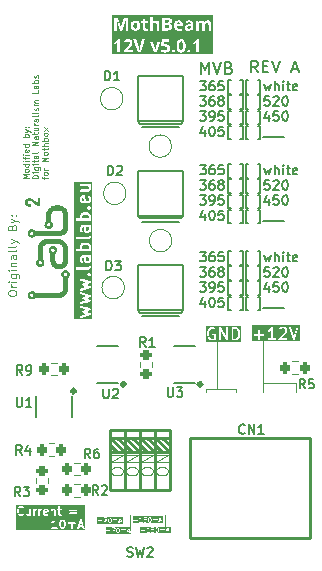
<source format=gbr>
%TF.GenerationSoftware,KiCad,Pcbnew,9.0.2*%
%TF.CreationDate,2025-07-08T20:16:39+08:00*%
%TF.ProjectId,Mothbeam,4d6f7468-6265-4616-9d2e-6b696361645f,rev?*%
%TF.SameCoordinates,Original*%
%TF.FileFunction,Legend,Top*%
%TF.FilePolarity,Positive*%
%FSLAX46Y46*%
G04 Gerber Fmt 4.6, Leading zero omitted, Abs format (unit mm)*
G04 Created by KiCad (PCBNEW 9.0.2) date 2025-07-08 20:16:39*
%MOMM*%
%LPD*%
G01*
G04 APERTURE LIST*
G04 Aperture macros list*
%AMRoundRect*
0 Rectangle with rounded corners*
0 $1 Rounding radius*
0 $2 $3 $4 $5 $6 $7 $8 $9 X,Y pos of 4 corners*
0 Add a 4 corners polygon primitive as box body*
4,1,4,$2,$3,$4,$5,$6,$7,$8,$9,$2,$3,0*
0 Add four circle primitives for the rounded corners*
1,1,$1+$1,$2,$3*
1,1,$1+$1,$4,$5*
1,1,$1+$1,$6,$7*
1,1,$1+$1,$8,$9*
0 Add four rect primitives between the rounded corners*
20,1,$1+$1,$2,$3,$4,$5,0*
20,1,$1+$1,$4,$5,$6,$7,0*
20,1,$1+$1,$6,$7,$8,$9,0*
20,1,$1+$1,$8,$9,$2,$3,0*%
G04 Aperture macros list end*
%ADD10C,0.100000*%
%ADD11C,0.087500*%
%ADD12C,0.150000*%
%ADD13C,0.080000*%
%ADD14C,0.062500*%
%ADD15C,0.200000*%
%ADD16C,0.250000*%
%ADD17C,0.140000*%
%ADD18C,0.120000*%
%ADD19C,0.300000*%
%ADD20C,0.000000*%
%ADD21C,3.800000*%
%ADD22R,0.760000X1.500000*%
%ADD23RoundRect,0.200000X0.200000X0.275000X-0.200000X0.275000X-0.200000X-0.275000X0.200000X-0.275000X0*%
%ADD24C,1.500000*%
%ADD25R,0.530000X1.070000*%
%ADD26RoundRect,0.200000X0.275000X-0.200000X0.275000X0.200000X-0.275000X0.200000X-0.275000X-0.200000X0*%
%ADD27RoundRect,0.200000X-0.200000X-0.275000X0.200000X-0.275000X0.200000X0.275000X-0.200000X0.275000X0*%
%ADD28R,1.000000X2.540000*%
%ADD29R,3.450000X0.700000*%
%ADD30R,3.450000X1.300000*%
%ADD31R,1.070000X0.530000*%
G04 APERTURE END LIST*
D10*
X8100000Y25900333D02*
X8100000Y26785103D01*
X16400000Y38000000D02*
X19200000Y38000000D01*
X12500000Y37480000D02*
X11630000Y37480000D01*
X11630000Y37480000D02*
X11630000Y36910000D01*
X12500000Y41490000D02*
X12500000Y38390000D01*
X5199768Y25910388D02*
X5199768Y26795157D01*
X14110000Y37480000D02*
X14110000Y37020000D01*
X19200000Y38000000D02*
X19200000Y37000000D01*
X12500000Y38390000D02*
X12500000Y37480000D01*
X16400000Y41590000D02*
X16400000Y36990000D01*
X12500000Y37480000D02*
X14110000Y37480000D01*
D11*
X-5150217Y45549307D02*
X-5150217Y45682641D01*
X-5150217Y45682641D02*
X-5116884Y45749307D01*
X-5116884Y45749307D02*
X-5050217Y45815974D01*
X-5050217Y45815974D02*
X-4916884Y45849307D01*
X-4916884Y45849307D02*
X-4683550Y45849307D01*
X-4683550Y45849307D02*
X-4550217Y45815974D01*
X-4550217Y45815974D02*
X-4483550Y45749307D01*
X-4483550Y45749307D02*
X-4450217Y45682641D01*
X-4450217Y45682641D02*
X-4450217Y45549307D01*
X-4450217Y45549307D02*
X-4483550Y45482641D01*
X-4483550Y45482641D02*
X-4550217Y45415974D01*
X-4550217Y45415974D02*
X-4683550Y45382641D01*
X-4683550Y45382641D02*
X-4916884Y45382641D01*
X-4916884Y45382641D02*
X-5050217Y45415974D01*
X-5050217Y45415974D02*
X-5116884Y45482641D01*
X-5116884Y45482641D02*
X-5150217Y45549307D01*
X-4450217Y46149307D02*
X-4916884Y46149307D01*
X-4783550Y46149307D02*
X-4850217Y46182640D01*
X-4850217Y46182640D02*
X-4883550Y46215974D01*
X-4883550Y46215974D02*
X-4916884Y46282640D01*
X-4916884Y46282640D02*
X-4916884Y46349307D01*
X-4450217Y46582640D02*
X-4916884Y46582640D01*
X-5150217Y46582640D02*
X-5116884Y46549307D01*
X-5116884Y46549307D02*
X-5083550Y46582640D01*
X-5083550Y46582640D02*
X-5116884Y46615973D01*
X-5116884Y46615973D02*
X-5150217Y46582640D01*
X-5150217Y46582640D02*
X-5083550Y46582640D01*
X-4916884Y47215973D02*
X-4350217Y47215973D01*
X-4350217Y47215973D02*
X-4283550Y47182640D01*
X-4283550Y47182640D02*
X-4250217Y47149306D01*
X-4250217Y47149306D02*
X-4216884Y47082640D01*
X-4216884Y47082640D02*
X-4216884Y46982640D01*
X-4216884Y46982640D02*
X-4250217Y46915973D01*
X-4483550Y47215973D02*
X-4450217Y47149306D01*
X-4450217Y47149306D02*
X-4450217Y47015973D01*
X-4450217Y47015973D02*
X-4483550Y46949306D01*
X-4483550Y46949306D02*
X-4516884Y46915973D01*
X-4516884Y46915973D02*
X-4583550Y46882640D01*
X-4583550Y46882640D02*
X-4783550Y46882640D01*
X-4783550Y46882640D02*
X-4850217Y46915973D01*
X-4850217Y46915973D02*
X-4883550Y46949306D01*
X-4883550Y46949306D02*
X-4916884Y47015973D01*
X-4916884Y47015973D02*
X-4916884Y47149306D01*
X-4916884Y47149306D02*
X-4883550Y47215973D01*
X-4450217Y47549306D02*
X-4916884Y47549306D01*
X-5150217Y47549306D02*
X-5116884Y47515973D01*
X-5116884Y47515973D02*
X-5083550Y47549306D01*
X-5083550Y47549306D02*
X-5116884Y47582639D01*
X-5116884Y47582639D02*
X-5150217Y47549306D01*
X-5150217Y47549306D02*
X-5083550Y47549306D01*
X-4916884Y47882639D02*
X-4450217Y47882639D01*
X-4850217Y47882639D02*
X-4883550Y47915972D01*
X-4883550Y47915972D02*
X-4916884Y47982639D01*
X-4916884Y47982639D02*
X-4916884Y48082639D01*
X-4916884Y48082639D02*
X-4883550Y48149306D01*
X-4883550Y48149306D02*
X-4816884Y48182639D01*
X-4816884Y48182639D02*
X-4450217Y48182639D01*
X-4450217Y48815972D02*
X-4816884Y48815972D01*
X-4816884Y48815972D02*
X-4883550Y48782639D01*
X-4883550Y48782639D02*
X-4916884Y48715972D01*
X-4916884Y48715972D02*
X-4916884Y48582639D01*
X-4916884Y48582639D02*
X-4883550Y48515972D01*
X-4483550Y48815972D02*
X-4450217Y48749305D01*
X-4450217Y48749305D02*
X-4450217Y48582639D01*
X-4450217Y48582639D02*
X-4483550Y48515972D01*
X-4483550Y48515972D02*
X-4550217Y48482639D01*
X-4550217Y48482639D02*
X-4616884Y48482639D01*
X-4616884Y48482639D02*
X-4683550Y48515972D01*
X-4683550Y48515972D02*
X-4716884Y48582639D01*
X-4716884Y48582639D02*
X-4716884Y48749305D01*
X-4716884Y48749305D02*
X-4750217Y48815972D01*
X-4450217Y49249305D02*
X-4483550Y49182638D01*
X-4483550Y49182638D02*
X-4550217Y49149305D01*
X-4550217Y49149305D02*
X-5150217Y49149305D01*
X-4450217Y49615972D02*
X-4483550Y49549305D01*
X-4483550Y49549305D02*
X-4550217Y49515972D01*
X-4550217Y49515972D02*
X-5150217Y49515972D01*
X-4916884Y49815972D02*
X-4450217Y49982639D01*
X-4916884Y50149306D02*
X-4450217Y49982639D01*
X-4450217Y49982639D02*
X-4283550Y49915972D01*
X-4283550Y49915972D02*
X-4250217Y49882639D01*
X-4250217Y49882639D02*
X-4216884Y49815972D01*
X-4816884Y51182638D02*
X-4783550Y51282638D01*
X-4783550Y51282638D02*
X-4750217Y51315972D01*
X-4750217Y51315972D02*
X-4683550Y51349305D01*
X-4683550Y51349305D02*
X-4583550Y51349305D01*
X-4583550Y51349305D02*
X-4516884Y51315972D01*
X-4516884Y51315972D02*
X-4483550Y51282638D01*
X-4483550Y51282638D02*
X-4450217Y51215972D01*
X-4450217Y51215972D02*
X-4450217Y50949305D01*
X-4450217Y50949305D02*
X-5150217Y50949305D01*
X-5150217Y50949305D02*
X-5150217Y51182638D01*
X-5150217Y51182638D02*
X-5116884Y51249305D01*
X-5116884Y51249305D02*
X-5083550Y51282638D01*
X-5083550Y51282638D02*
X-5016884Y51315972D01*
X-5016884Y51315972D02*
X-4950217Y51315972D01*
X-4950217Y51315972D02*
X-4883550Y51282638D01*
X-4883550Y51282638D02*
X-4850217Y51249305D01*
X-4850217Y51249305D02*
X-4816884Y51182638D01*
X-4816884Y51182638D02*
X-4816884Y50949305D01*
X-4916884Y51582638D02*
X-4450217Y51749305D01*
X-4916884Y51915972D02*
X-4450217Y51749305D01*
X-4450217Y51749305D02*
X-4283550Y51682638D01*
X-4283550Y51682638D02*
X-4250217Y51649305D01*
X-4250217Y51649305D02*
X-4216884Y51582638D01*
X-4516884Y52182638D02*
X-4483550Y52215971D01*
X-4483550Y52215971D02*
X-4450217Y52182638D01*
X-4450217Y52182638D02*
X-4483550Y52149305D01*
X-4483550Y52149305D02*
X-4516884Y52182638D01*
X-4516884Y52182638D02*
X-4450217Y52182638D01*
X-4883550Y52182638D02*
X-4850217Y52215971D01*
X-4850217Y52215971D02*
X-4816884Y52182638D01*
X-4816884Y52182638D02*
X-4850217Y52149305D01*
X-4850217Y52149305D02*
X-4883550Y52182638D01*
X-4883550Y52182638D02*
X-4816884Y52182638D01*
D12*
G36*
X19538967Y41514070D02*
G01*
X15502109Y41514070D01*
X15502109Y42095766D01*
X15613220Y42095766D01*
X15613220Y42066502D01*
X15624419Y42039466D01*
X15645111Y42018774D01*
X15672147Y42007575D01*
X15686779Y42006134D01*
X15992731Y42006134D01*
X15992731Y41700181D01*
X15994172Y41685549D01*
X16005371Y41658513D01*
X16026063Y41637821D01*
X16053099Y41626622D01*
X16082363Y41626622D01*
X16109399Y41637821D01*
X16130091Y41658513D01*
X16141290Y41685549D01*
X16142731Y41700181D01*
X16142731Y42006134D01*
X16448684Y42006134D01*
X16463316Y42007575D01*
X16490352Y42018774D01*
X16511044Y42039466D01*
X16522243Y42066502D01*
X16522243Y42095766D01*
X16511044Y42122802D01*
X16490352Y42143494D01*
X16463316Y42154693D01*
X16448684Y42156134D01*
X16142731Y42156134D01*
X16142731Y42423848D01*
X16802844Y42423848D01*
X16804918Y42394658D01*
X16818005Y42368483D01*
X16840113Y42349310D01*
X16867874Y42340056D01*
X16897064Y42342130D01*
X16910796Y42347385D01*
X17006034Y42395004D01*
X17012333Y42398969D01*
X17014161Y42399726D01*
X17016217Y42401415D01*
X17018477Y42402836D01*
X17019776Y42404335D01*
X17025526Y42409053D01*
X17087969Y42471496D01*
X17087969Y41775181D01*
X16877255Y41775181D01*
X16862623Y41773740D01*
X16835587Y41762541D01*
X16814895Y41741849D01*
X16803696Y41714813D01*
X16803696Y41685549D01*
X16814895Y41658513D01*
X16835587Y41637821D01*
X16862623Y41626622D01*
X16877255Y41625181D01*
X17448683Y41625181D01*
X17463315Y41626622D01*
X17490351Y41637821D01*
X17511043Y41658513D01*
X17522242Y41685549D01*
X17522242Y41714813D01*
X17708458Y41714813D01*
X17708458Y41685549D01*
X17719657Y41658513D01*
X17740349Y41637821D01*
X17767385Y41626622D01*
X17782017Y41625181D01*
X18401064Y41625181D01*
X18415696Y41626622D01*
X18442732Y41637821D01*
X18463424Y41658513D01*
X18474623Y41685549D01*
X18474623Y41714813D01*
X18463424Y41741849D01*
X18442732Y41762541D01*
X18415696Y41773740D01*
X18401064Y41775181D01*
X17963083Y41775181D01*
X18406478Y42218577D01*
X18415806Y42229942D01*
X18416837Y42232433D01*
X18418602Y42234467D01*
X18424596Y42247893D01*
X18472215Y42390749D01*
X18473864Y42398005D01*
X18474623Y42399835D01*
X18474884Y42402489D01*
X18475475Y42405086D01*
X18475334Y42407061D01*
X18476064Y42414467D01*
X18476064Y42509705D01*
X18474623Y42524337D01*
X18473592Y42526826D01*
X18473401Y42529515D01*
X18468146Y42543246D01*
X18420527Y42638484D01*
X18416562Y42644784D01*
X18415805Y42646611D01*
X18414116Y42648668D01*
X18412695Y42650927D01*
X18411196Y42652227D01*
X18406478Y42657976D01*
X18373653Y42690801D01*
X18612368Y42690801D01*
X18615628Y42676464D01*
X18948961Y41676464D01*
X18954955Y41663039D01*
X18958465Y41658992D01*
X18960862Y41654198D01*
X18967970Y41648033D01*
X18974129Y41640932D01*
X18978918Y41638538D01*
X18982969Y41635024D01*
X18991894Y41632050D01*
X19000302Y41627845D01*
X19005646Y41627466D01*
X19010732Y41625770D01*
X19020112Y41626437D01*
X19029492Y41625770D01*
X19034577Y41627466D01*
X19039922Y41627845D01*
X19048332Y41632051D01*
X19057254Y41635024D01*
X19061301Y41638535D01*
X19066095Y41640931D01*
X19072258Y41648037D01*
X19079362Y41654198D01*
X19081757Y41658990D01*
X19085269Y41663038D01*
X19091263Y41676464D01*
X19424596Y42676464D01*
X19427856Y42690800D01*
X19425781Y42719990D01*
X19412695Y42746164D01*
X19390587Y42765338D01*
X19362825Y42774592D01*
X19333635Y42772517D01*
X19307462Y42759430D01*
X19288288Y42737323D01*
X19282294Y42723898D01*
X19020112Y41937352D01*
X18757930Y42723898D01*
X18751936Y42737324D01*
X18732762Y42759431D01*
X18706589Y42772517D01*
X18677399Y42774592D01*
X18649636Y42765338D01*
X18627529Y42746164D01*
X18614443Y42719991D01*
X18612368Y42690801D01*
X18373653Y42690801D01*
X18358859Y42705595D01*
X18353109Y42710314D01*
X18351810Y42711812D01*
X18349550Y42713234D01*
X18347494Y42714922D01*
X18345666Y42715680D01*
X18339367Y42719644D01*
X18244129Y42767263D01*
X18230397Y42772518D01*
X18227709Y42772709D01*
X18225220Y42773740D01*
X18210588Y42775181D01*
X17972493Y42775181D01*
X17957861Y42773740D01*
X17955372Y42772710D01*
X17952683Y42772518D01*
X17938952Y42767263D01*
X17843714Y42719644D01*
X17837414Y42715680D01*
X17835587Y42714922D01*
X17833530Y42713234D01*
X17831271Y42711812D01*
X17829971Y42710314D01*
X17824222Y42705595D01*
X17776603Y42657976D01*
X17767276Y42646611D01*
X17756077Y42619574D01*
X17756077Y42590312D01*
X17767276Y42563275D01*
X17787968Y42542583D01*
X17815005Y42531384D01*
X17844267Y42531384D01*
X17871304Y42542583D01*
X17882669Y42551910D01*
X17921682Y42590923D01*
X17990198Y42625181D01*
X18192883Y42625181D01*
X18261399Y42590923D01*
X18291806Y42560516D01*
X18326064Y42492000D01*
X18326064Y42426637D01*
X18287892Y42312124D01*
X17728984Y41753214D01*
X17719657Y41741849D01*
X17708458Y41714813D01*
X17522242Y41714813D01*
X17511043Y41741849D01*
X17490351Y41762541D01*
X17463315Y41773740D01*
X17448683Y41775181D01*
X17237969Y41775181D01*
X17237969Y42700181D01*
X17237963Y42700234D01*
X17237969Y42700260D01*
X17237953Y42700337D01*
X17236528Y42714813D01*
X17233686Y42721674D01*
X17232230Y42728955D01*
X17228140Y42735062D01*
X17225329Y42741849D01*
X17220080Y42747098D01*
X17215947Y42753270D01*
X17209830Y42757348D01*
X17204637Y42762541D01*
X17197777Y42765383D01*
X17191598Y42769502D01*
X17184389Y42770928D01*
X17177601Y42773740D01*
X17170174Y42773740D01*
X17162890Y42775181D01*
X17155685Y42773740D01*
X17148337Y42773740D01*
X17141476Y42770899D01*
X17134196Y42769442D01*
X17128090Y42765354D01*
X17121301Y42762541D01*
X17116050Y42757291D01*
X17109881Y42753159D01*
X17100660Y42741901D01*
X17100609Y42741849D01*
X17100599Y42741827D01*
X17100565Y42741784D01*
X17009445Y42605104D01*
X16928066Y42523725D01*
X16843714Y42481549D01*
X16831271Y42473717D01*
X16812098Y42451609D01*
X16802844Y42423848D01*
X16142731Y42423848D01*
X16142731Y42462086D01*
X16141290Y42476718D01*
X16130091Y42503754D01*
X16109399Y42524446D01*
X16082363Y42535645D01*
X16053099Y42535645D01*
X16026063Y42524446D01*
X16005371Y42503754D01*
X15994172Y42476718D01*
X15992731Y42462086D01*
X15992731Y42156134D01*
X15686779Y42156134D01*
X15672147Y42154693D01*
X15645111Y42143494D01*
X15624419Y42122802D01*
X15613220Y42095766D01*
X15502109Y42095766D01*
X15502109Y42886292D01*
X19538967Y42886292D01*
X19538967Y41514070D01*
G37*
X15137731Y62492904D02*
X14947255Y62492904D01*
X14947255Y62492904D02*
X14947255Y63635761D01*
X14947255Y63635761D02*
X15137731Y63635761D01*
X15975826Y62492904D02*
X16166302Y62492904D01*
X16166302Y62492904D02*
X16166302Y63635761D01*
X16166302Y63635761D02*
X15975826Y63635761D01*
X16509159Y63292904D02*
X16661540Y62759570D01*
X16661540Y62759570D02*
X16813921Y63140523D01*
X16813921Y63140523D02*
X16966302Y62759570D01*
X16966302Y62759570D02*
X17118683Y63292904D01*
X17423445Y62759570D02*
X17423445Y63559570D01*
X17766302Y62759570D02*
X17766302Y63178618D01*
X17766302Y63178618D02*
X17728207Y63254808D01*
X17728207Y63254808D02*
X17652016Y63292904D01*
X17652016Y63292904D02*
X17537730Y63292904D01*
X17537730Y63292904D02*
X17461540Y63254808D01*
X17461540Y63254808D02*
X17423445Y63216713D01*
X18147255Y62759570D02*
X18147255Y63292904D01*
X18147255Y63559570D02*
X18109159Y63521475D01*
X18109159Y63521475D02*
X18147255Y63483380D01*
X18147255Y63483380D02*
X18185350Y63521475D01*
X18185350Y63521475D02*
X18147255Y63559570D01*
X18147255Y63559570D02*
X18147255Y63483380D01*
X18413921Y63292904D02*
X18718683Y63292904D01*
X18528207Y63559570D02*
X18528207Y62873856D01*
X18528207Y62873856D02*
X18566302Y62797665D01*
X18566302Y62797665D02*
X18642492Y62759570D01*
X18642492Y62759570D02*
X18718683Y62759570D01*
X19290112Y62797665D02*
X19213921Y62759570D01*
X19213921Y62759570D02*
X19061540Y62759570D01*
X19061540Y62759570D02*
X18985350Y62797665D01*
X18985350Y62797665D02*
X18947254Y62873856D01*
X18947254Y62873856D02*
X18947254Y63178618D01*
X18947254Y63178618D02*
X18985350Y63254808D01*
X18985350Y63254808D02*
X19061540Y63292904D01*
X19061540Y63292904D02*
X19213921Y63292904D01*
X19213921Y63292904D02*
X19290112Y63254808D01*
X19290112Y63254808D02*
X19328207Y63178618D01*
X19328207Y63178618D02*
X19328207Y63102427D01*
X19328207Y63102427D02*
X18947254Y63026237D01*
X15137731Y61204949D02*
X14947255Y61204949D01*
X14947255Y61204949D02*
X14947255Y62347806D01*
X14947255Y62347806D02*
X15137731Y62347806D01*
X15975826Y61204949D02*
X16166302Y61204949D01*
X16166302Y61204949D02*
X16166302Y62347806D01*
X16166302Y62347806D02*
X15975826Y62347806D01*
X16966302Y62271615D02*
X16585350Y62271615D01*
X16585350Y62271615D02*
X16547254Y61890663D01*
X16547254Y61890663D02*
X16585350Y61928758D01*
X16585350Y61928758D02*
X16661540Y61966853D01*
X16661540Y61966853D02*
X16852016Y61966853D01*
X16852016Y61966853D02*
X16928207Y61928758D01*
X16928207Y61928758D02*
X16966302Y61890663D01*
X16966302Y61890663D02*
X17004397Y61814472D01*
X17004397Y61814472D02*
X17004397Y61623996D01*
X17004397Y61623996D02*
X16966302Y61547806D01*
X16966302Y61547806D02*
X16928207Y61509710D01*
X16928207Y61509710D02*
X16852016Y61471615D01*
X16852016Y61471615D02*
X16661540Y61471615D01*
X16661540Y61471615D02*
X16585350Y61509710D01*
X16585350Y61509710D02*
X16547254Y61547806D01*
X17309159Y62195425D02*
X17347255Y62233520D01*
X17347255Y62233520D02*
X17423445Y62271615D01*
X17423445Y62271615D02*
X17613921Y62271615D01*
X17613921Y62271615D02*
X17690112Y62233520D01*
X17690112Y62233520D02*
X17728207Y62195425D01*
X17728207Y62195425D02*
X17766302Y62119234D01*
X17766302Y62119234D02*
X17766302Y62043044D01*
X17766302Y62043044D02*
X17728207Y61928758D01*
X17728207Y61928758D02*
X17271064Y61471615D01*
X17271064Y61471615D02*
X17766302Y61471615D01*
X18261541Y62271615D02*
X18337731Y62271615D01*
X18337731Y62271615D02*
X18413922Y62233520D01*
X18413922Y62233520D02*
X18452017Y62195425D01*
X18452017Y62195425D02*
X18490112Y62119234D01*
X18490112Y62119234D02*
X18528207Y61966853D01*
X18528207Y61966853D02*
X18528207Y61776377D01*
X18528207Y61776377D02*
X18490112Y61623996D01*
X18490112Y61623996D02*
X18452017Y61547806D01*
X18452017Y61547806D02*
X18413922Y61509710D01*
X18413922Y61509710D02*
X18337731Y61471615D01*
X18337731Y61471615D02*
X18261541Y61471615D01*
X18261541Y61471615D02*
X18185350Y61509710D01*
X18185350Y61509710D02*
X18147255Y61547806D01*
X18147255Y61547806D02*
X18109160Y61623996D01*
X18109160Y61623996D02*
X18071064Y61776377D01*
X18071064Y61776377D02*
X18071064Y61966853D01*
X18071064Y61966853D02*
X18109160Y62119234D01*
X18109160Y62119234D02*
X18147255Y62195425D01*
X18147255Y62195425D02*
X18185350Y62233520D01*
X18185350Y62233520D02*
X18261541Y62271615D01*
X15137731Y59916994D02*
X14947255Y59916994D01*
X14947255Y59916994D02*
X14947255Y61059851D01*
X14947255Y61059851D02*
X15137731Y61059851D01*
X15975826Y59916994D02*
X16166302Y59916994D01*
X16166302Y59916994D02*
X16166302Y61059851D01*
X16166302Y61059851D02*
X15975826Y61059851D01*
X16928207Y60716994D02*
X16928207Y60183660D01*
X16737731Y61021755D02*
X16547254Y60450327D01*
X16547254Y60450327D02*
X17042493Y60450327D01*
X17728207Y60983660D02*
X17347255Y60983660D01*
X17347255Y60983660D02*
X17309159Y60602708D01*
X17309159Y60602708D02*
X17347255Y60640803D01*
X17347255Y60640803D02*
X17423445Y60678898D01*
X17423445Y60678898D02*
X17613921Y60678898D01*
X17613921Y60678898D02*
X17690112Y60640803D01*
X17690112Y60640803D02*
X17728207Y60602708D01*
X17728207Y60602708D02*
X17766302Y60526517D01*
X17766302Y60526517D02*
X17766302Y60336041D01*
X17766302Y60336041D02*
X17728207Y60259851D01*
X17728207Y60259851D02*
X17690112Y60221755D01*
X17690112Y60221755D02*
X17613921Y60183660D01*
X17613921Y60183660D02*
X17423445Y60183660D01*
X17423445Y60183660D02*
X17347255Y60221755D01*
X17347255Y60221755D02*
X17309159Y60259851D01*
X18261541Y60983660D02*
X18337731Y60983660D01*
X18337731Y60983660D02*
X18413922Y60945565D01*
X18413922Y60945565D02*
X18452017Y60907470D01*
X18452017Y60907470D02*
X18490112Y60831279D01*
X18490112Y60831279D02*
X18528207Y60678898D01*
X18528207Y60678898D02*
X18528207Y60488422D01*
X18528207Y60488422D02*
X18490112Y60336041D01*
X18490112Y60336041D02*
X18452017Y60259851D01*
X18452017Y60259851D02*
X18413922Y60221755D01*
X18413922Y60221755D02*
X18337731Y60183660D01*
X18337731Y60183660D02*
X18261541Y60183660D01*
X18261541Y60183660D02*
X18185350Y60221755D01*
X18185350Y60221755D02*
X18147255Y60259851D01*
X18147255Y60259851D02*
X18109160Y60336041D01*
X18109160Y60336041D02*
X18071064Y60488422D01*
X18071064Y60488422D02*
X18071064Y60678898D01*
X18071064Y60678898D02*
X18109160Y60831279D01*
X18109160Y60831279D02*
X18147255Y60907470D01*
X18147255Y60907470D02*
X18185350Y60945565D01*
X18185350Y60945565D02*
X18261541Y60983660D01*
X15137731Y58629039D02*
X14947255Y58629039D01*
X14947255Y58629039D02*
X14947255Y59771896D01*
X14947255Y59771896D02*
X15137731Y59771896D01*
X15975826Y58629039D02*
X16166302Y58629039D01*
X16166302Y58629039D02*
X16166302Y59771896D01*
X16166302Y59771896D02*
X15975826Y59771896D01*
X16394874Y58819515D02*
X17004397Y58819515D01*
X17004398Y58819515D02*
X17613921Y58819515D01*
X17613922Y58819515D02*
X18223445Y58819515D01*
G36*
X14184836Y42557010D02*
G01*
X14258949Y42482897D01*
X14297442Y42405910D01*
X14340826Y42232376D01*
X14340826Y42107987D01*
X14297442Y41934453D01*
X14258948Y41857466D01*
X14184836Y41783353D01*
X14070323Y41745181D01*
X13919398Y41745181D01*
X13919398Y42595181D01*
X14070323Y42595181D01*
X14184836Y42557010D01*
G37*
G36*
X14601937Y41484070D02*
G01*
X11563049Y41484070D01*
X11563049Y42241610D01*
X11674160Y42241610D01*
X11674160Y42098753D01*
X11674411Y42096200D01*
X11674249Y42095107D01*
X11675058Y42089634D01*
X11675601Y42084121D01*
X11676023Y42083100D01*
X11676399Y42080563D01*
X11724018Y41890087D01*
X11724403Y41889008D01*
X11724442Y41888468D01*
X11726769Y41882387D01*
X11728965Y41876241D01*
X11729287Y41875806D01*
X11729697Y41874736D01*
X11777316Y41779498D01*
X11781279Y41773202D01*
X11782037Y41771372D01*
X11783726Y41769314D01*
X11785148Y41767055D01*
X11786646Y41765756D01*
X11791365Y41760006D01*
X11886603Y41664767D01*
X11897968Y41655439D01*
X11900458Y41654408D01*
X11902493Y41652643D01*
X11915919Y41646649D01*
X12058775Y41599030D01*
X12066030Y41597381D01*
X12067861Y41596622D01*
X12070514Y41596361D01*
X12073112Y41595770D01*
X12075086Y41595911D01*
X12082493Y41595181D01*
X12177731Y41595181D01*
X12185136Y41595911D01*
X12187111Y41595770D01*
X12189708Y41596361D01*
X12192363Y41596622D01*
X12194194Y41597381D01*
X12201448Y41599030D01*
X12344305Y41646649D01*
X12357730Y41652643D01*
X12359765Y41654409D01*
X12362256Y41655440D01*
X12373622Y41664768D01*
X12421240Y41712387D01*
X12430568Y41723753D01*
X12437849Y41741332D01*
X12441766Y41750788D01*
X12443207Y41765420D01*
X12443207Y42098753D01*
X12441766Y42113385D01*
X12430567Y42140421D01*
X12409875Y42161113D01*
X12382839Y42172312D01*
X12368207Y42173753D01*
X12177731Y42173753D01*
X12163099Y42172312D01*
X12136063Y42161113D01*
X12115371Y42140421D01*
X12104172Y42113385D01*
X12104172Y42084121D01*
X12115371Y42057085D01*
X12136063Y42036393D01*
X12163099Y42025194D01*
X12177731Y42023753D01*
X12293207Y42023753D01*
X12293207Y41796486D01*
X12280074Y41783353D01*
X12165561Y41745181D01*
X12094663Y41745181D01*
X11980150Y41783352D01*
X11906037Y41857466D01*
X11867543Y41934453D01*
X11824160Y42107987D01*
X11824160Y42232376D01*
X11867543Y42405910D01*
X11906037Y42482897D01*
X11980150Y42557010D01*
X12094663Y42595181D01*
X12207645Y42595181D01*
X12287047Y42555480D01*
X12300778Y42550225D01*
X12329968Y42548151D01*
X12357730Y42557405D01*
X12379837Y42576578D01*
X12392925Y42602753D01*
X12394999Y42631943D01*
X12385745Y42659704D01*
X12376659Y42670181D01*
X12721779Y42670181D01*
X12721779Y41670181D01*
X12723220Y41655549D01*
X12734419Y41628513D01*
X12755111Y41607821D01*
X12782147Y41596622D01*
X12811411Y41596622D01*
X12838447Y41607821D01*
X12859139Y41628513D01*
X12870338Y41655549D01*
X12871779Y41670181D01*
X12871779Y42387765D01*
X13303089Y41632970D01*
X13305278Y41629886D01*
X13305847Y41628513D01*
X13307244Y41627116D01*
X13311599Y41620981D01*
X13319487Y41614873D01*
X13326539Y41607821D01*
X13330957Y41605991D01*
X13334737Y41603064D01*
X13344358Y41600440D01*
X13353575Y41596622D01*
X13358356Y41596622D01*
X13362968Y41595364D01*
X13372865Y41596622D01*
X13382839Y41596622D01*
X13387254Y41598452D01*
X13391998Y41599054D01*
X13400662Y41604005D01*
X13409875Y41607821D01*
X13413253Y41611200D01*
X13417407Y41613573D01*
X13423516Y41621463D01*
X13430567Y41628513D01*
X13432396Y41632930D01*
X13435324Y41636710D01*
X13437948Y41646334D01*
X13441766Y41655549D01*
X13442502Y41663032D01*
X13443024Y41664942D01*
X13442836Y41666418D01*
X13443207Y41670181D01*
X13443207Y42670181D01*
X13769398Y42670181D01*
X13769398Y41670181D01*
X13770839Y41655549D01*
X13782038Y41628513D01*
X13802730Y41607821D01*
X13829766Y41596622D01*
X13844398Y41595181D01*
X14082493Y41595181D01*
X14089898Y41595911D01*
X14091873Y41595770D01*
X14094470Y41596361D01*
X14097125Y41596622D01*
X14098956Y41597381D01*
X14106210Y41599030D01*
X14249067Y41646649D01*
X14262492Y41652643D01*
X14264527Y41654409D01*
X14267018Y41655440D01*
X14278383Y41664767D01*
X14373622Y41760007D01*
X14378339Y41765756D01*
X14379838Y41767055D01*
X14381259Y41769314D01*
X14382949Y41771372D01*
X14383706Y41773202D01*
X14387670Y41779498D01*
X14435289Y41874736D01*
X14435698Y41875806D01*
X14436021Y41876241D01*
X14438213Y41882378D01*
X14440544Y41888467D01*
X14440582Y41889008D01*
X14440968Y41890087D01*
X14488587Y42080563D01*
X14488962Y42083100D01*
X14489385Y42084121D01*
X14489927Y42089634D01*
X14490737Y42095107D01*
X14490574Y42096200D01*
X14490826Y42098753D01*
X14490826Y42241610D01*
X14490574Y42244164D01*
X14490737Y42245256D01*
X14489927Y42250730D01*
X14489385Y42256242D01*
X14488962Y42257264D01*
X14488587Y42259800D01*
X14440968Y42450276D01*
X14440582Y42451356D01*
X14440544Y42451896D01*
X14438213Y42457986D01*
X14436021Y42464122D01*
X14435698Y42464558D01*
X14435289Y42465627D01*
X14387670Y42560865D01*
X14383707Y42567160D01*
X14382949Y42568992D01*
X14381257Y42571054D01*
X14379838Y42573308D01*
X14378341Y42574607D01*
X14373621Y42580357D01*
X14278383Y42675595D01*
X14267018Y42684922D01*
X14264527Y42685954D01*
X14262492Y42687719D01*
X14249067Y42693713D01*
X14106210Y42741332D01*
X14098956Y42742982D01*
X14097125Y42743740D01*
X14094470Y42744002D01*
X14091873Y42744592D01*
X14089898Y42744452D01*
X14082493Y42745181D01*
X13844398Y42745181D01*
X13829766Y42743740D01*
X13802730Y42732541D01*
X13782038Y42711849D01*
X13770839Y42684813D01*
X13769398Y42670181D01*
X13443207Y42670181D01*
X13441766Y42684813D01*
X13430567Y42711849D01*
X13409875Y42732541D01*
X13382839Y42743740D01*
X13353575Y42743740D01*
X13326539Y42732541D01*
X13305847Y42711849D01*
X13294648Y42684813D01*
X13293207Y42670181D01*
X13293207Y41952598D01*
X12861897Y42707391D01*
X12859708Y42710475D01*
X12859139Y42711849D01*
X12857739Y42713249D01*
X12853387Y42719381D01*
X12845497Y42725491D01*
X12838447Y42732541D01*
X12834030Y42734371D01*
X12830250Y42737298D01*
X12820626Y42739923D01*
X12811411Y42743740D01*
X12806630Y42743740D01*
X12802018Y42744998D01*
X12792121Y42743740D01*
X12782147Y42743740D01*
X12777731Y42741911D01*
X12772988Y42741308D01*
X12764323Y42736358D01*
X12755111Y42732541D01*
X12751732Y42729163D01*
X12747579Y42726789D01*
X12741469Y42718900D01*
X12734419Y42711849D01*
X12732589Y42707433D01*
X12729662Y42703652D01*
X12727037Y42694029D01*
X12723220Y42684813D01*
X12722483Y42677331D01*
X12721962Y42675420D01*
X12722149Y42673945D01*
X12721779Y42670181D01*
X12376659Y42670181D01*
X12366572Y42681812D01*
X12354129Y42689644D01*
X12258891Y42737263D01*
X12245159Y42742518D01*
X12242471Y42742709D01*
X12239982Y42743740D01*
X12225350Y42745181D01*
X12082493Y42745181D01*
X12075086Y42744452D01*
X12073112Y42744592D01*
X12070514Y42744002D01*
X12067861Y42743740D01*
X12066030Y42742982D01*
X12058775Y42741332D01*
X11915919Y42693713D01*
X11902493Y42687719D01*
X11900458Y42685955D01*
X11897968Y42684923D01*
X11886603Y42675595D01*
X11791365Y42580357D01*
X11786646Y42574608D01*
X11785148Y42573308D01*
X11783726Y42571049D01*
X11782038Y42568992D01*
X11781280Y42567165D01*
X11777316Y42560865D01*
X11729697Y42465627D01*
X11729287Y42464558D01*
X11728965Y42464122D01*
X11726769Y42457977D01*
X11724442Y42451895D01*
X11724403Y42451356D01*
X11724018Y42450276D01*
X11676399Y42259800D01*
X11676023Y42257264D01*
X11675601Y42256242D01*
X11675058Y42250730D01*
X11674249Y42245256D01*
X11674411Y42244164D01*
X11674160Y42241610D01*
X11563049Y42241610D01*
X11563049Y42856292D01*
X14601937Y42856292D01*
X14601937Y41484070D01*
G37*
D13*
G36*
X4184298Y25678165D02*
G01*
X4194165Y25668297D01*
X4208346Y25639935D01*
X4225135Y25572781D01*
X4225135Y25487392D01*
X4208346Y25420238D01*
X4194165Y25391875D01*
X4184297Y25382007D01*
X4160455Y25370086D01*
X4141244Y25370086D01*
X4117400Y25382008D01*
X4107533Y25391875D01*
X4093353Y25420235D01*
X4076564Y25487393D01*
X4076564Y25572779D01*
X4093354Y25639938D01*
X4107532Y25668296D01*
X4117400Y25678164D01*
X4141245Y25690086D01*
X4160454Y25690086D01*
X4184298Y25678165D01*
G37*
G36*
X5085828Y25484372D02*
G01*
X5006346Y25484372D01*
X5046087Y25603596D01*
X5085828Y25484372D01*
G37*
G36*
X5263763Y25245642D02*
G01*
X3098023Y25245642D01*
X3098023Y25497774D01*
X3142467Y25497774D01*
X3142467Y25467160D01*
X3164115Y25445512D01*
X3179422Y25442467D01*
X3291803Y25442467D01*
X3291803Y25330086D01*
X3294848Y25314779D01*
X3316496Y25293131D01*
X3347110Y25293131D01*
X3368758Y25314779D01*
X3371803Y25330086D01*
X3371803Y25442467D01*
X3484184Y25442467D01*
X3499491Y25445512D01*
X3521139Y25467160D01*
X3521139Y25497774D01*
X3499491Y25519422D01*
X3484184Y25522467D01*
X3371803Y25522467D01*
X3371803Y25634848D01*
X3368758Y25650155D01*
X3347110Y25671803D01*
X3316496Y25671803D01*
X3294848Y25650155D01*
X3291803Y25634848D01*
X3291803Y25522467D01*
X3179422Y25522467D01*
X3164115Y25519422D01*
X3142467Y25497774D01*
X3098023Y25497774D01*
X3098023Y25745393D01*
X3599609Y25745393D01*
X3599609Y25714779D01*
X3621257Y25693131D01*
X3636564Y25690086D01*
X3842569Y25690086D01*
X3695036Y25345843D01*
X3691805Y25330574D01*
X3703175Y25302149D01*
X3731314Y25290089D01*
X3759739Y25301459D01*
X3768568Y25314329D01*
X3881444Y25577705D01*
X3996564Y25577705D01*
X3996564Y25482467D01*
X3997519Y25477662D01*
X3997758Y25472765D01*
X4016806Y25396574D01*
X4018678Y25392610D01*
X4019835Y25388388D01*
X4038882Y25350293D01*
X4042814Y25345227D01*
X4046375Y25339897D01*
X4065423Y25320849D01*
X4070753Y25317288D01*
X4075819Y25313356D01*
X4113914Y25294309D01*
X4115846Y25293780D01*
X4116495Y25293131D01*
X4122784Y25291880D01*
X4128966Y25290187D01*
X4129836Y25290478D01*
X4131802Y25290086D01*
X4169897Y25290086D01*
X4171862Y25290477D01*
X4172732Y25290187D01*
X4178912Y25291880D01*
X4185204Y25293131D01*
X4185852Y25293780D01*
X4187785Y25294309D01*
X4225881Y25313355D01*
X4230950Y25317290D01*
X4236278Y25320849D01*
X4255325Y25339897D01*
X4258886Y25345229D01*
X4262817Y25350292D01*
X4281865Y25388387D01*
X4283022Y25392614D01*
X4284894Y25396575D01*
X4303941Y25472766D01*
X4304179Y25477662D01*
X4305135Y25482467D01*
X4305135Y25577705D01*
X4304179Y25582511D01*
X4303941Y25587406D01*
X4301604Y25596753D01*
X4396564Y25596753D01*
X4396564Y25330086D01*
X4399609Y25314779D01*
X4421257Y25293131D01*
X4451871Y25293131D01*
X4473519Y25314779D01*
X4476564Y25330086D01*
X4476564Y25542089D01*
X4479306Y25544832D01*
X4503149Y25556753D01*
X4541406Y25556753D01*
X4559130Y25547891D01*
X4567992Y25530169D01*
X4567992Y25330086D01*
X4571037Y25314779D01*
X4592685Y25293131D01*
X4623299Y25293131D01*
X4644947Y25314779D01*
X4647992Y25330086D01*
X4647992Y25530167D01*
X4656854Y25547891D01*
X4674578Y25556753D01*
X4712835Y25556753D01*
X4730558Y25547891D01*
X4739421Y25530167D01*
X4739421Y25330086D01*
X4742466Y25314779D01*
X4764114Y25293131D01*
X4794728Y25293131D01*
X4816376Y25314779D01*
X4818857Y25327251D01*
X4872855Y25327251D01*
X4886546Y25299868D01*
X4915589Y25290187D01*
X4942972Y25303878D01*
X4950701Y25317437D01*
X4979679Y25404372D01*
X5112495Y25404372D01*
X5141473Y25317437D01*
X5149202Y25303878D01*
X5176585Y25290187D01*
X5205628Y25299868D01*
X5219319Y25327251D01*
X5217367Y25342735D01*
X5084034Y25742735D01*
X5076305Y25756294D01*
X5073631Y25757631D01*
X5072295Y25760304D01*
X5060263Y25764315D01*
X5048922Y25769985D01*
X5046087Y25769040D01*
X5043252Y25769985D01*
X5031910Y25764315D01*
X5019879Y25760304D01*
X5018542Y25757631D01*
X5015869Y25756294D01*
X5008140Y25742735D01*
X4874807Y25342735D01*
X4872855Y25327251D01*
X4818857Y25327251D01*
X4819421Y25330086D01*
X4819421Y25539610D01*
X4819029Y25541576D01*
X4819320Y25542446D01*
X4817626Y25548630D01*
X4816376Y25554917D01*
X4815727Y25555566D01*
X4815198Y25557499D01*
X4796150Y25595594D01*
X4791266Y25601886D01*
X4790591Y25603913D01*
X4788333Y25605666D01*
X4786581Y25607923D01*
X4784553Y25608599D01*
X4778262Y25613482D01*
X4740167Y25632530D01*
X4738233Y25633060D01*
X4737585Y25633708D01*
X4731297Y25634959D01*
X4725114Y25636652D01*
X4724243Y25636362D01*
X4722278Y25636753D01*
X4665135Y25636753D01*
X4663169Y25636362D01*
X4662299Y25636652D01*
X4656115Y25634959D01*
X4649828Y25633708D01*
X4649179Y25633060D01*
X4647246Y25632530D01*
X4609151Y25613482D01*
X4607992Y25612583D01*
X4606834Y25613482D01*
X4568738Y25632530D01*
X4566804Y25633060D01*
X4566156Y25633708D01*
X4559868Y25634959D01*
X4553685Y25636652D01*
X4552814Y25636362D01*
X4550849Y25636753D01*
X4493706Y25636753D01*
X4491740Y25636362D01*
X4490870Y25636652D01*
X4484686Y25634959D01*
X4478399Y25633708D01*
X4477750Y25633060D01*
X4475817Y25632530D01*
X4460638Y25624941D01*
X4451871Y25633708D01*
X4421257Y25633708D01*
X4399609Y25612060D01*
X4396564Y25596753D01*
X4301604Y25596753D01*
X4284894Y25663596D01*
X4283021Y25667560D01*
X4281865Y25671783D01*
X4262817Y25709880D01*
X4258886Y25714944D01*
X4255325Y25720275D01*
X4236277Y25739322D01*
X4230951Y25742881D01*
X4225882Y25746815D01*
X4187786Y25765863D01*
X4185852Y25766393D01*
X4185204Y25767041D01*
X4178916Y25768292D01*
X4172733Y25769985D01*
X4171862Y25769695D01*
X4169897Y25770086D01*
X4131802Y25770086D01*
X4129836Y25769695D01*
X4128966Y25769985D01*
X4122782Y25768292D01*
X4116495Y25767041D01*
X4115846Y25766393D01*
X4113913Y25765863D01*
X4075818Y25746815D01*
X4070754Y25742885D01*
X4065423Y25739323D01*
X4046375Y25720276D01*
X4042815Y25714949D01*
X4038881Y25709879D01*
X4019835Y25671783D01*
X4018678Y25667562D01*
X4016806Y25663597D01*
X3997758Y25587407D01*
X3997519Y25582511D01*
X3996564Y25577705D01*
X3881444Y25577705D01*
X3939997Y25714329D01*
X3940067Y25714661D01*
X3940186Y25714779D01*
X3940186Y25715223D01*
X3943228Y25729598D01*
X3940186Y25737203D01*
X3940186Y25745393D01*
X3934726Y25750853D01*
X3931858Y25758023D01*
X3924329Y25761250D01*
X3918538Y25767041D01*
X3904128Y25769908D01*
X3903719Y25770083D01*
X3903561Y25770021D01*
X3903231Y25770086D01*
X3636564Y25770086D01*
X3621257Y25767041D01*
X3599609Y25745393D01*
X3098023Y25745393D01*
X3098023Y25814530D01*
X5263763Y25814530D01*
X5263763Y25245642D01*
G37*
G36*
X6878825Y26552881D02*
G01*
X6888692Y26543013D01*
X6902873Y26514651D01*
X6919662Y26447497D01*
X6919662Y26362108D01*
X6902873Y26294954D01*
X6888692Y26266591D01*
X6878824Y26256723D01*
X6854982Y26244802D01*
X6835771Y26244802D01*
X6811927Y26256724D01*
X6802060Y26266591D01*
X6787880Y26294951D01*
X6771091Y26362109D01*
X6771091Y26447495D01*
X6787881Y26514654D01*
X6802059Y26543012D01*
X6811927Y26552880D01*
X6835772Y26564802D01*
X6854981Y26564802D01*
X6878825Y26552881D01*
G37*
G36*
X7780355Y26359088D02*
G01*
X7700873Y26359088D01*
X7740614Y26478312D01*
X7780355Y26359088D01*
G37*
G36*
X7958290Y26120358D02*
G01*
X5411598Y26120358D01*
X5411598Y26372490D01*
X5456042Y26372490D01*
X5456042Y26341876D01*
X5477690Y26320228D01*
X5492997Y26317183D01*
X5605378Y26317183D01*
X5605378Y26204802D01*
X5608423Y26189495D01*
X5630071Y26167847D01*
X5660685Y26167847D01*
X5682333Y26189495D01*
X5685378Y26204802D01*
X5685378Y26317183D01*
X5797759Y26317183D01*
X5813066Y26320228D01*
X5834714Y26341876D01*
X5834714Y26372490D01*
X5813066Y26394138D01*
X5797759Y26397183D01*
X5685378Y26397183D01*
X5685378Y26487680D01*
X5929288Y26487680D01*
X5942979Y26460298D01*
X5972023Y26450617D01*
X5987076Y26454739D01*
X6025171Y26473787D01*
X6030240Y26477722D01*
X6035566Y26481280D01*
X6043473Y26489187D01*
X6043473Y26244802D01*
X5969187Y26244802D01*
X5953880Y26241757D01*
X5932232Y26220109D01*
X5932232Y26189495D01*
X5953880Y26167847D01*
X5969187Y26164802D01*
X6197758Y26164802D01*
X6213065Y26167847D01*
X6234713Y26189495D01*
X6234713Y26220109D01*
X6213065Y26241757D01*
X6197758Y26244802D01*
X6123473Y26244802D01*
X6123473Y26418306D01*
X6310338Y26418306D01*
X6311844Y26402772D01*
X6313184Y26401135D01*
X6313184Y26399020D01*
X6322703Y26389501D01*
X6331231Y26379078D01*
X6333335Y26378868D01*
X6334831Y26377372D01*
X6348290Y26377372D01*
X6361693Y26376031D01*
X6363330Y26377372D01*
X6365445Y26377371D01*
X6378423Y26386041D01*
X6392880Y26400499D01*
X6416725Y26412421D01*
X6493077Y26412421D01*
X6516920Y26400499D01*
X6526789Y26390631D01*
X6538710Y26366787D01*
X6538710Y26290434D01*
X6526788Y26266591D01*
X6516921Y26256724D01*
X6493078Y26244802D01*
X6416724Y26244802D01*
X6392880Y26256724D01*
X6378423Y26271181D01*
X6365446Y26279852D01*
X6334832Y26279852D01*
X6313184Y26258204D01*
X6313184Y26227590D01*
X6321855Y26214613D01*
X6340903Y26195565D01*
X6346233Y26192004D01*
X6351299Y26188072D01*
X6389394Y26169025D01*
X6391326Y26168496D01*
X6391975Y26167847D01*
X6398264Y26166596D01*
X6404446Y26164903D01*
X6405316Y26165194D01*
X6407282Y26164802D01*
X6502520Y26164802D01*
X6504485Y26165193D01*
X6505355Y26164903D01*
X6511535Y26166596D01*
X6517827Y26167847D01*
X6518475Y26168496D01*
X6520408Y26169025D01*
X6558503Y26188072D01*
X6563569Y26192005D01*
X6568899Y26195565D01*
X6587947Y26214613D01*
X6591508Y26219944D01*
X6595440Y26225009D01*
X6614487Y26263104D01*
X6615016Y26265037D01*
X6615665Y26265685D01*
X6616916Y26271975D01*
X6618609Y26278156D01*
X6618318Y26279027D01*
X6618710Y26280992D01*
X6618710Y26376230D01*
X6618319Y26378196D01*
X6618609Y26379065D01*
X6616916Y26385246D01*
X6615665Y26391537D01*
X6615016Y26392186D01*
X6614487Y26394118D01*
X6595440Y26432214D01*
X6591507Y26437282D01*
X6587946Y26442611D01*
X6578136Y26452421D01*
X6691091Y26452421D01*
X6691091Y26357183D01*
X6692046Y26352378D01*
X6692285Y26347481D01*
X6711333Y26271290D01*
X6713205Y26267326D01*
X6714362Y26263104D01*
X6733409Y26225009D01*
X6737341Y26219943D01*
X6740902Y26214613D01*
X6759950Y26195565D01*
X6765280Y26192004D01*
X6770346Y26188072D01*
X6808441Y26169025D01*
X6810373Y26168496D01*
X6811022Y26167847D01*
X6817311Y26166596D01*
X6823493Y26164903D01*
X6824363Y26165194D01*
X6826329Y26164802D01*
X6864424Y26164802D01*
X6866389Y26165193D01*
X6867259Y26164903D01*
X6873439Y26166596D01*
X6879731Y26167847D01*
X6880379Y26168496D01*
X6882312Y26169025D01*
X6920408Y26188071D01*
X6925477Y26192006D01*
X6930805Y26195565D01*
X6949852Y26214613D01*
X6953413Y26219945D01*
X6957344Y26225008D01*
X6976392Y26263103D01*
X6977549Y26267330D01*
X6979421Y26271291D01*
X6998468Y26347482D01*
X6998706Y26352378D01*
X6999662Y26357183D01*
X6999662Y26452421D01*
X6998706Y26457227D01*
X6998468Y26462122D01*
X6996131Y26471469D01*
X7091091Y26471469D01*
X7091091Y26204802D01*
X7094136Y26189495D01*
X7115784Y26167847D01*
X7146398Y26167847D01*
X7168046Y26189495D01*
X7171091Y26204802D01*
X7171091Y26416805D01*
X7173833Y26419548D01*
X7197676Y26431469D01*
X7235933Y26431469D01*
X7253657Y26422607D01*
X7262519Y26404885D01*
X7262519Y26204802D01*
X7265564Y26189495D01*
X7287212Y26167847D01*
X7317826Y26167847D01*
X7339474Y26189495D01*
X7342519Y26204802D01*
X7342519Y26404883D01*
X7351381Y26422607D01*
X7369105Y26431469D01*
X7407362Y26431469D01*
X7425085Y26422607D01*
X7433948Y26404883D01*
X7433948Y26204802D01*
X7436993Y26189495D01*
X7458641Y26167847D01*
X7489255Y26167847D01*
X7510903Y26189495D01*
X7513384Y26201967D01*
X7567382Y26201967D01*
X7581073Y26174584D01*
X7610116Y26164903D01*
X7637499Y26178594D01*
X7645228Y26192153D01*
X7674206Y26279088D01*
X7807022Y26279088D01*
X7836000Y26192153D01*
X7843729Y26178594D01*
X7871112Y26164903D01*
X7900155Y26174584D01*
X7913846Y26201967D01*
X7911894Y26217451D01*
X7778561Y26617451D01*
X7770832Y26631010D01*
X7768158Y26632347D01*
X7766822Y26635020D01*
X7754790Y26639031D01*
X7743449Y26644701D01*
X7740614Y26643756D01*
X7737779Y26644701D01*
X7726437Y26639031D01*
X7714406Y26635020D01*
X7713069Y26632347D01*
X7710396Y26631010D01*
X7702667Y26617451D01*
X7569334Y26217451D01*
X7567382Y26201967D01*
X7513384Y26201967D01*
X7513948Y26204802D01*
X7513948Y26414326D01*
X7513556Y26416292D01*
X7513847Y26417162D01*
X7512153Y26423346D01*
X7510903Y26429633D01*
X7510254Y26430282D01*
X7509725Y26432215D01*
X7490677Y26470310D01*
X7485793Y26476602D01*
X7485118Y26478629D01*
X7482860Y26480382D01*
X7481108Y26482639D01*
X7479080Y26483315D01*
X7472789Y26488198D01*
X7434694Y26507246D01*
X7432760Y26507776D01*
X7432112Y26508424D01*
X7425824Y26509675D01*
X7419641Y26511368D01*
X7418770Y26511078D01*
X7416805Y26511469D01*
X7359662Y26511469D01*
X7357696Y26511078D01*
X7356826Y26511368D01*
X7350642Y26509675D01*
X7344355Y26508424D01*
X7343706Y26507776D01*
X7341773Y26507246D01*
X7303678Y26488198D01*
X7302519Y26487299D01*
X7301361Y26488198D01*
X7263265Y26507246D01*
X7261331Y26507776D01*
X7260683Y26508424D01*
X7254395Y26509675D01*
X7248212Y26511368D01*
X7247341Y26511078D01*
X7245376Y26511469D01*
X7188233Y26511469D01*
X7186267Y26511078D01*
X7185397Y26511368D01*
X7179213Y26509675D01*
X7172926Y26508424D01*
X7172277Y26507776D01*
X7170344Y26507246D01*
X7155165Y26499657D01*
X7146398Y26508424D01*
X7115784Y26508424D01*
X7094136Y26486776D01*
X7091091Y26471469D01*
X6996131Y26471469D01*
X6979421Y26538312D01*
X6977548Y26542276D01*
X6976392Y26546499D01*
X6957344Y26584596D01*
X6953413Y26589660D01*
X6949852Y26594991D01*
X6930804Y26614038D01*
X6925478Y26617597D01*
X6920409Y26621531D01*
X6882313Y26640579D01*
X6880379Y26641109D01*
X6879731Y26641757D01*
X6873443Y26643008D01*
X6867260Y26644701D01*
X6866389Y26644411D01*
X6864424Y26644802D01*
X6826329Y26644802D01*
X6824363Y26644411D01*
X6823493Y26644701D01*
X6817309Y26643008D01*
X6811022Y26641757D01*
X6810373Y26641109D01*
X6808440Y26640579D01*
X6770345Y26621531D01*
X6765281Y26617601D01*
X6759950Y26614039D01*
X6740902Y26594992D01*
X6737342Y26589665D01*
X6733408Y26584595D01*
X6714362Y26546499D01*
X6713205Y26542278D01*
X6711333Y26538313D01*
X6692285Y26462123D01*
X6692046Y26457227D01*
X6691091Y26452421D01*
X6578136Y26452421D01*
X6568899Y26461658D01*
X6563570Y26465218D01*
X6558504Y26469150D01*
X6520409Y26488198D01*
X6518475Y26488728D01*
X6517827Y26489376D01*
X6511539Y26490627D01*
X6505356Y26492320D01*
X6504485Y26492030D01*
X6502520Y26492421D01*
X6407282Y26492421D01*
X6405316Y26492030D01*
X6404446Y26492320D01*
X6398262Y26490627D01*
X6397962Y26490568D01*
X6405386Y26564802D01*
X6559663Y26564802D01*
X6574970Y26567847D01*
X6596618Y26589495D01*
X6596618Y26620109D01*
X6574970Y26641757D01*
X6559663Y26644802D01*
X6369187Y26644802D01*
X6359617Y26642899D01*
X6357633Y26643097D01*
X6356674Y26642313D01*
X6353880Y26641757D01*
X6344358Y26632236D01*
X6333939Y26623710D01*
X6333107Y26620985D01*
X6332232Y26620109D01*
X6332232Y26618114D01*
X6329386Y26608782D01*
X6310338Y26418306D01*
X6123473Y26418306D01*
X6123473Y26604802D01*
X6120428Y26620109D01*
X6117515Y26623022D01*
X6116708Y26627060D01*
X6107015Y26633522D01*
X6098780Y26641757D01*
X6094662Y26641757D01*
X6091236Y26644041D01*
X6079814Y26641757D01*
X6068166Y26641757D01*
X6065254Y26638846D01*
X6061216Y26638038D01*
X6050191Y26626991D01*
X6014292Y26573144D01*
X5983588Y26542439D01*
X5951298Y26526293D01*
X5938969Y26516724D01*
X5929288Y26487680D01*
X5685378Y26487680D01*
X5685378Y26509564D01*
X5682333Y26524871D01*
X5660685Y26546519D01*
X5630071Y26546519D01*
X5608423Y26524871D01*
X5605378Y26509564D01*
X5605378Y26397183D01*
X5492997Y26397183D01*
X5477690Y26394138D01*
X5456042Y26372490D01*
X5411598Y26372490D01*
X5411598Y26689246D01*
X7958290Y26689246D01*
X7958290Y26120358D01*
G37*
D12*
X15137731Y48022904D02*
X14947255Y48022904D01*
X14947255Y48022904D02*
X14947255Y49165761D01*
X14947255Y49165761D02*
X15137731Y49165761D01*
X15975826Y48022904D02*
X16166302Y48022904D01*
X16166302Y48022904D02*
X16166302Y49165761D01*
X16166302Y49165761D02*
X15975826Y49165761D01*
X16509159Y48822904D02*
X16661540Y48289570D01*
X16661540Y48289570D02*
X16813921Y48670523D01*
X16813921Y48670523D02*
X16966302Y48289570D01*
X16966302Y48289570D02*
X17118683Y48822904D01*
X17423445Y48289570D02*
X17423445Y49089570D01*
X17766302Y48289570D02*
X17766302Y48708618D01*
X17766302Y48708618D02*
X17728207Y48784808D01*
X17728207Y48784808D02*
X17652016Y48822904D01*
X17652016Y48822904D02*
X17537730Y48822904D01*
X17537730Y48822904D02*
X17461540Y48784808D01*
X17461540Y48784808D02*
X17423445Y48746713D01*
X18147255Y48289570D02*
X18147255Y48822904D01*
X18147255Y49089570D02*
X18109159Y49051475D01*
X18109159Y49051475D02*
X18147255Y49013380D01*
X18147255Y49013380D02*
X18185350Y49051475D01*
X18185350Y49051475D02*
X18147255Y49089570D01*
X18147255Y49089570D02*
X18147255Y49013380D01*
X18413921Y48822904D02*
X18718683Y48822904D01*
X18528207Y49089570D02*
X18528207Y48403856D01*
X18528207Y48403856D02*
X18566302Y48327665D01*
X18566302Y48327665D02*
X18642492Y48289570D01*
X18642492Y48289570D02*
X18718683Y48289570D01*
X19290112Y48327665D02*
X19213921Y48289570D01*
X19213921Y48289570D02*
X19061540Y48289570D01*
X19061540Y48289570D02*
X18985350Y48327665D01*
X18985350Y48327665D02*
X18947254Y48403856D01*
X18947254Y48403856D02*
X18947254Y48708618D01*
X18947254Y48708618D02*
X18985350Y48784808D01*
X18985350Y48784808D02*
X19061540Y48822904D01*
X19061540Y48822904D02*
X19213921Y48822904D01*
X19213921Y48822904D02*
X19290112Y48784808D01*
X19290112Y48784808D02*
X19328207Y48708618D01*
X19328207Y48708618D02*
X19328207Y48632427D01*
X19328207Y48632427D02*
X18947254Y48556237D01*
X15137731Y46734949D02*
X14947255Y46734949D01*
X14947255Y46734949D02*
X14947255Y47877806D01*
X14947255Y47877806D02*
X15137731Y47877806D01*
X15975826Y46734949D02*
X16166302Y46734949D01*
X16166302Y46734949D02*
X16166302Y47877806D01*
X16166302Y47877806D02*
X15975826Y47877806D01*
X16966302Y47801615D02*
X16585350Y47801615D01*
X16585350Y47801615D02*
X16547254Y47420663D01*
X16547254Y47420663D02*
X16585350Y47458758D01*
X16585350Y47458758D02*
X16661540Y47496853D01*
X16661540Y47496853D02*
X16852016Y47496853D01*
X16852016Y47496853D02*
X16928207Y47458758D01*
X16928207Y47458758D02*
X16966302Y47420663D01*
X16966302Y47420663D02*
X17004397Y47344472D01*
X17004397Y47344472D02*
X17004397Y47153996D01*
X17004397Y47153996D02*
X16966302Y47077806D01*
X16966302Y47077806D02*
X16928207Y47039710D01*
X16928207Y47039710D02*
X16852016Y47001615D01*
X16852016Y47001615D02*
X16661540Y47001615D01*
X16661540Y47001615D02*
X16585350Y47039710D01*
X16585350Y47039710D02*
X16547254Y47077806D01*
X17309159Y47725425D02*
X17347255Y47763520D01*
X17347255Y47763520D02*
X17423445Y47801615D01*
X17423445Y47801615D02*
X17613921Y47801615D01*
X17613921Y47801615D02*
X17690112Y47763520D01*
X17690112Y47763520D02*
X17728207Y47725425D01*
X17728207Y47725425D02*
X17766302Y47649234D01*
X17766302Y47649234D02*
X17766302Y47573044D01*
X17766302Y47573044D02*
X17728207Y47458758D01*
X17728207Y47458758D02*
X17271064Y47001615D01*
X17271064Y47001615D02*
X17766302Y47001615D01*
X18261541Y47801615D02*
X18337731Y47801615D01*
X18337731Y47801615D02*
X18413922Y47763520D01*
X18413922Y47763520D02*
X18452017Y47725425D01*
X18452017Y47725425D02*
X18490112Y47649234D01*
X18490112Y47649234D02*
X18528207Y47496853D01*
X18528207Y47496853D02*
X18528207Y47306377D01*
X18528207Y47306377D02*
X18490112Y47153996D01*
X18490112Y47153996D02*
X18452017Y47077806D01*
X18452017Y47077806D02*
X18413922Y47039710D01*
X18413922Y47039710D02*
X18337731Y47001615D01*
X18337731Y47001615D02*
X18261541Y47001615D01*
X18261541Y47001615D02*
X18185350Y47039710D01*
X18185350Y47039710D02*
X18147255Y47077806D01*
X18147255Y47077806D02*
X18109160Y47153996D01*
X18109160Y47153996D02*
X18071064Y47306377D01*
X18071064Y47306377D02*
X18071064Y47496853D01*
X18071064Y47496853D02*
X18109160Y47649234D01*
X18109160Y47649234D02*
X18147255Y47725425D01*
X18147255Y47725425D02*
X18185350Y47763520D01*
X18185350Y47763520D02*
X18261541Y47801615D01*
X15137731Y45446994D02*
X14947255Y45446994D01*
X14947255Y45446994D02*
X14947255Y46589851D01*
X14947255Y46589851D02*
X15137731Y46589851D01*
X15975826Y45446994D02*
X16166302Y45446994D01*
X16166302Y45446994D02*
X16166302Y46589851D01*
X16166302Y46589851D02*
X15975826Y46589851D01*
X16928207Y46246994D02*
X16928207Y45713660D01*
X16737731Y46551755D02*
X16547254Y45980327D01*
X16547254Y45980327D02*
X17042493Y45980327D01*
X17728207Y46513660D02*
X17347255Y46513660D01*
X17347255Y46513660D02*
X17309159Y46132708D01*
X17309159Y46132708D02*
X17347255Y46170803D01*
X17347255Y46170803D02*
X17423445Y46208898D01*
X17423445Y46208898D02*
X17613921Y46208898D01*
X17613921Y46208898D02*
X17690112Y46170803D01*
X17690112Y46170803D02*
X17728207Y46132708D01*
X17728207Y46132708D02*
X17766302Y46056517D01*
X17766302Y46056517D02*
X17766302Y45866041D01*
X17766302Y45866041D02*
X17728207Y45789851D01*
X17728207Y45789851D02*
X17690112Y45751755D01*
X17690112Y45751755D02*
X17613921Y45713660D01*
X17613921Y45713660D02*
X17423445Y45713660D01*
X17423445Y45713660D02*
X17347255Y45751755D01*
X17347255Y45751755D02*
X17309159Y45789851D01*
X18261541Y46513660D02*
X18337731Y46513660D01*
X18337731Y46513660D02*
X18413922Y46475565D01*
X18413922Y46475565D02*
X18452017Y46437470D01*
X18452017Y46437470D02*
X18490112Y46361279D01*
X18490112Y46361279D02*
X18528207Y46208898D01*
X18528207Y46208898D02*
X18528207Y46018422D01*
X18528207Y46018422D02*
X18490112Y45866041D01*
X18490112Y45866041D02*
X18452017Y45789851D01*
X18452017Y45789851D02*
X18413922Y45751755D01*
X18413922Y45751755D02*
X18337731Y45713660D01*
X18337731Y45713660D02*
X18261541Y45713660D01*
X18261541Y45713660D02*
X18185350Y45751755D01*
X18185350Y45751755D02*
X18147255Y45789851D01*
X18147255Y45789851D02*
X18109160Y45866041D01*
X18109160Y45866041D02*
X18071064Y46018422D01*
X18071064Y46018422D02*
X18071064Y46208898D01*
X18071064Y46208898D02*
X18109160Y46361279D01*
X18109160Y46361279D02*
X18147255Y46437470D01*
X18147255Y46437470D02*
X18185350Y46475565D01*
X18185350Y46475565D02*
X18261541Y46513660D01*
X15137731Y44159039D02*
X14947255Y44159039D01*
X14947255Y44159039D02*
X14947255Y45301896D01*
X14947255Y45301896D02*
X15137731Y45301896D01*
X15975826Y44159039D02*
X16166302Y44159039D01*
X16166302Y44159039D02*
X16166302Y45301896D01*
X16166302Y45301896D02*
X15975826Y45301896D01*
X16394874Y44349515D02*
X17004397Y44349515D01*
X17004398Y44349515D02*
X17613921Y44349515D01*
X17613922Y44349515D02*
X18223445Y44349515D01*
X11082969Y63559570D02*
X11578207Y63559570D01*
X11578207Y63559570D02*
X11311541Y63254808D01*
X11311541Y63254808D02*
X11425826Y63254808D01*
X11425826Y63254808D02*
X11502017Y63216713D01*
X11502017Y63216713D02*
X11540112Y63178618D01*
X11540112Y63178618D02*
X11578207Y63102427D01*
X11578207Y63102427D02*
X11578207Y62911951D01*
X11578207Y62911951D02*
X11540112Y62835761D01*
X11540112Y62835761D02*
X11502017Y62797665D01*
X11502017Y62797665D02*
X11425826Y62759570D01*
X11425826Y62759570D02*
X11197255Y62759570D01*
X11197255Y62759570D02*
X11121064Y62797665D01*
X11121064Y62797665D02*
X11082969Y62835761D01*
X12263922Y63559570D02*
X12111541Y63559570D01*
X12111541Y63559570D02*
X12035350Y63521475D01*
X12035350Y63521475D02*
X11997255Y63483380D01*
X11997255Y63483380D02*
X11921065Y63369094D01*
X11921065Y63369094D02*
X11882969Y63216713D01*
X11882969Y63216713D02*
X11882969Y62911951D01*
X11882969Y62911951D02*
X11921065Y62835761D01*
X11921065Y62835761D02*
X11959160Y62797665D01*
X11959160Y62797665D02*
X12035350Y62759570D01*
X12035350Y62759570D02*
X12187731Y62759570D01*
X12187731Y62759570D02*
X12263922Y62797665D01*
X12263922Y62797665D02*
X12302017Y62835761D01*
X12302017Y62835761D02*
X12340112Y62911951D01*
X12340112Y62911951D02*
X12340112Y63102427D01*
X12340112Y63102427D02*
X12302017Y63178618D01*
X12302017Y63178618D02*
X12263922Y63216713D01*
X12263922Y63216713D02*
X12187731Y63254808D01*
X12187731Y63254808D02*
X12035350Y63254808D01*
X12035350Y63254808D02*
X11959160Y63216713D01*
X11959160Y63216713D02*
X11921065Y63178618D01*
X11921065Y63178618D02*
X11882969Y63102427D01*
X13063922Y63559570D02*
X12682970Y63559570D01*
X12682970Y63559570D02*
X12644874Y63178618D01*
X12644874Y63178618D02*
X12682970Y63216713D01*
X12682970Y63216713D02*
X12759160Y63254808D01*
X12759160Y63254808D02*
X12949636Y63254808D01*
X12949636Y63254808D02*
X13025827Y63216713D01*
X13025827Y63216713D02*
X13063922Y63178618D01*
X13063922Y63178618D02*
X13102017Y63102427D01*
X13102017Y63102427D02*
X13102017Y62911951D01*
X13102017Y62911951D02*
X13063922Y62835761D01*
X13063922Y62835761D02*
X13025827Y62797665D01*
X13025827Y62797665D02*
X12949636Y62759570D01*
X12949636Y62759570D02*
X12759160Y62759570D01*
X12759160Y62759570D02*
X12682970Y62797665D01*
X12682970Y62797665D02*
X12644874Y62835761D01*
X13673446Y62492904D02*
X13482970Y62492904D01*
X13482970Y62492904D02*
X13482970Y63635761D01*
X13482970Y63635761D02*
X13673446Y63635761D01*
X14511541Y62492904D02*
X14702017Y62492904D01*
X14702017Y62492904D02*
X14702017Y63635761D01*
X14702017Y63635761D02*
X14511541Y63635761D01*
X11082969Y62271615D02*
X11578207Y62271615D01*
X11578207Y62271615D02*
X11311541Y61966853D01*
X11311541Y61966853D02*
X11425826Y61966853D01*
X11425826Y61966853D02*
X11502017Y61928758D01*
X11502017Y61928758D02*
X11540112Y61890663D01*
X11540112Y61890663D02*
X11578207Y61814472D01*
X11578207Y61814472D02*
X11578207Y61623996D01*
X11578207Y61623996D02*
X11540112Y61547806D01*
X11540112Y61547806D02*
X11502017Y61509710D01*
X11502017Y61509710D02*
X11425826Y61471615D01*
X11425826Y61471615D02*
X11197255Y61471615D01*
X11197255Y61471615D02*
X11121064Y61509710D01*
X11121064Y61509710D02*
X11082969Y61547806D01*
X12263922Y62271615D02*
X12111541Y62271615D01*
X12111541Y62271615D02*
X12035350Y62233520D01*
X12035350Y62233520D02*
X11997255Y62195425D01*
X11997255Y62195425D02*
X11921065Y62081139D01*
X11921065Y62081139D02*
X11882969Y61928758D01*
X11882969Y61928758D02*
X11882969Y61623996D01*
X11882969Y61623996D02*
X11921065Y61547806D01*
X11921065Y61547806D02*
X11959160Y61509710D01*
X11959160Y61509710D02*
X12035350Y61471615D01*
X12035350Y61471615D02*
X12187731Y61471615D01*
X12187731Y61471615D02*
X12263922Y61509710D01*
X12263922Y61509710D02*
X12302017Y61547806D01*
X12302017Y61547806D02*
X12340112Y61623996D01*
X12340112Y61623996D02*
X12340112Y61814472D01*
X12340112Y61814472D02*
X12302017Y61890663D01*
X12302017Y61890663D02*
X12263922Y61928758D01*
X12263922Y61928758D02*
X12187731Y61966853D01*
X12187731Y61966853D02*
X12035350Y61966853D01*
X12035350Y61966853D02*
X11959160Y61928758D01*
X11959160Y61928758D02*
X11921065Y61890663D01*
X11921065Y61890663D02*
X11882969Y61814472D01*
X12797255Y61928758D02*
X12721065Y61966853D01*
X12721065Y61966853D02*
X12682970Y62004949D01*
X12682970Y62004949D02*
X12644874Y62081139D01*
X12644874Y62081139D02*
X12644874Y62119234D01*
X12644874Y62119234D02*
X12682970Y62195425D01*
X12682970Y62195425D02*
X12721065Y62233520D01*
X12721065Y62233520D02*
X12797255Y62271615D01*
X12797255Y62271615D02*
X12949636Y62271615D01*
X12949636Y62271615D02*
X13025827Y62233520D01*
X13025827Y62233520D02*
X13063922Y62195425D01*
X13063922Y62195425D02*
X13102017Y62119234D01*
X13102017Y62119234D02*
X13102017Y62081139D01*
X13102017Y62081139D02*
X13063922Y62004949D01*
X13063922Y62004949D02*
X13025827Y61966853D01*
X13025827Y61966853D02*
X12949636Y61928758D01*
X12949636Y61928758D02*
X12797255Y61928758D01*
X12797255Y61928758D02*
X12721065Y61890663D01*
X12721065Y61890663D02*
X12682970Y61852568D01*
X12682970Y61852568D02*
X12644874Y61776377D01*
X12644874Y61776377D02*
X12644874Y61623996D01*
X12644874Y61623996D02*
X12682970Y61547806D01*
X12682970Y61547806D02*
X12721065Y61509710D01*
X12721065Y61509710D02*
X12797255Y61471615D01*
X12797255Y61471615D02*
X12949636Y61471615D01*
X12949636Y61471615D02*
X13025827Y61509710D01*
X13025827Y61509710D02*
X13063922Y61547806D01*
X13063922Y61547806D02*
X13102017Y61623996D01*
X13102017Y61623996D02*
X13102017Y61776377D01*
X13102017Y61776377D02*
X13063922Y61852568D01*
X13063922Y61852568D02*
X13025827Y61890663D01*
X13025827Y61890663D02*
X12949636Y61928758D01*
X13673446Y61204949D02*
X13482970Y61204949D01*
X13482970Y61204949D02*
X13482970Y62347806D01*
X13482970Y62347806D02*
X13673446Y62347806D01*
X14511541Y61204949D02*
X14702017Y61204949D01*
X14702017Y61204949D02*
X14702017Y62347806D01*
X14702017Y62347806D02*
X14511541Y62347806D01*
X11082969Y60983660D02*
X11578207Y60983660D01*
X11578207Y60983660D02*
X11311541Y60678898D01*
X11311541Y60678898D02*
X11425826Y60678898D01*
X11425826Y60678898D02*
X11502017Y60640803D01*
X11502017Y60640803D02*
X11540112Y60602708D01*
X11540112Y60602708D02*
X11578207Y60526517D01*
X11578207Y60526517D02*
X11578207Y60336041D01*
X11578207Y60336041D02*
X11540112Y60259851D01*
X11540112Y60259851D02*
X11502017Y60221755D01*
X11502017Y60221755D02*
X11425826Y60183660D01*
X11425826Y60183660D02*
X11197255Y60183660D01*
X11197255Y60183660D02*
X11121064Y60221755D01*
X11121064Y60221755D02*
X11082969Y60259851D01*
X11959160Y60183660D02*
X12111541Y60183660D01*
X12111541Y60183660D02*
X12187731Y60221755D01*
X12187731Y60221755D02*
X12225827Y60259851D01*
X12225827Y60259851D02*
X12302017Y60374136D01*
X12302017Y60374136D02*
X12340112Y60526517D01*
X12340112Y60526517D02*
X12340112Y60831279D01*
X12340112Y60831279D02*
X12302017Y60907470D01*
X12302017Y60907470D02*
X12263922Y60945565D01*
X12263922Y60945565D02*
X12187731Y60983660D01*
X12187731Y60983660D02*
X12035350Y60983660D01*
X12035350Y60983660D02*
X11959160Y60945565D01*
X11959160Y60945565D02*
X11921065Y60907470D01*
X11921065Y60907470D02*
X11882969Y60831279D01*
X11882969Y60831279D02*
X11882969Y60640803D01*
X11882969Y60640803D02*
X11921065Y60564613D01*
X11921065Y60564613D02*
X11959160Y60526517D01*
X11959160Y60526517D02*
X12035350Y60488422D01*
X12035350Y60488422D02*
X12187731Y60488422D01*
X12187731Y60488422D02*
X12263922Y60526517D01*
X12263922Y60526517D02*
X12302017Y60564613D01*
X12302017Y60564613D02*
X12340112Y60640803D01*
X13063922Y60983660D02*
X12682970Y60983660D01*
X12682970Y60983660D02*
X12644874Y60602708D01*
X12644874Y60602708D02*
X12682970Y60640803D01*
X12682970Y60640803D02*
X12759160Y60678898D01*
X12759160Y60678898D02*
X12949636Y60678898D01*
X12949636Y60678898D02*
X13025827Y60640803D01*
X13025827Y60640803D02*
X13063922Y60602708D01*
X13063922Y60602708D02*
X13102017Y60526517D01*
X13102017Y60526517D02*
X13102017Y60336041D01*
X13102017Y60336041D02*
X13063922Y60259851D01*
X13063922Y60259851D02*
X13025827Y60221755D01*
X13025827Y60221755D02*
X12949636Y60183660D01*
X12949636Y60183660D02*
X12759160Y60183660D01*
X12759160Y60183660D02*
X12682970Y60221755D01*
X12682970Y60221755D02*
X12644874Y60259851D01*
X13673446Y59916994D02*
X13482970Y59916994D01*
X13482970Y59916994D02*
X13482970Y61059851D01*
X13482970Y61059851D02*
X13673446Y61059851D01*
X14511541Y59916994D02*
X14702017Y59916994D01*
X14702017Y59916994D02*
X14702017Y61059851D01*
X14702017Y61059851D02*
X14511541Y61059851D01*
X11502017Y59429039D02*
X11502017Y58895705D01*
X11311541Y59733800D02*
X11121064Y59162372D01*
X11121064Y59162372D02*
X11616303Y59162372D01*
X12073446Y59695705D02*
X12149636Y59695705D01*
X12149636Y59695705D02*
X12225827Y59657610D01*
X12225827Y59657610D02*
X12263922Y59619515D01*
X12263922Y59619515D02*
X12302017Y59543324D01*
X12302017Y59543324D02*
X12340112Y59390943D01*
X12340112Y59390943D02*
X12340112Y59200467D01*
X12340112Y59200467D02*
X12302017Y59048086D01*
X12302017Y59048086D02*
X12263922Y58971896D01*
X12263922Y58971896D02*
X12225827Y58933800D01*
X12225827Y58933800D02*
X12149636Y58895705D01*
X12149636Y58895705D02*
X12073446Y58895705D01*
X12073446Y58895705D02*
X11997255Y58933800D01*
X11997255Y58933800D02*
X11959160Y58971896D01*
X11959160Y58971896D02*
X11921065Y59048086D01*
X11921065Y59048086D02*
X11882969Y59200467D01*
X11882969Y59200467D02*
X11882969Y59390943D01*
X11882969Y59390943D02*
X11921065Y59543324D01*
X11921065Y59543324D02*
X11959160Y59619515D01*
X11959160Y59619515D02*
X11997255Y59657610D01*
X11997255Y59657610D02*
X12073446Y59695705D01*
X13063922Y59695705D02*
X12682970Y59695705D01*
X12682970Y59695705D02*
X12644874Y59314753D01*
X12644874Y59314753D02*
X12682970Y59352848D01*
X12682970Y59352848D02*
X12759160Y59390943D01*
X12759160Y59390943D02*
X12949636Y59390943D01*
X12949636Y59390943D02*
X13025827Y59352848D01*
X13025827Y59352848D02*
X13063922Y59314753D01*
X13063922Y59314753D02*
X13102017Y59238562D01*
X13102017Y59238562D02*
X13102017Y59048086D01*
X13102017Y59048086D02*
X13063922Y58971896D01*
X13063922Y58971896D02*
X13025827Y58933800D01*
X13025827Y58933800D02*
X12949636Y58895705D01*
X12949636Y58895705D02*
X12759160Y58895705D01*
X12759160Y58895705D02*
X12682970Y58933800D01*
X12682970Y58933800D02*
X12644874Y58971896D01*
X13673446Y58629039D02*
X13482970Y58629039D01*
X13482970Y58629039D02*
X13482970Y59771896D01*
X13482970Y59771896D02*
X13673446Y59771896D01*
X14511541Y58629039D02*
X14702017Y58629039D01*
X14702017Y58629039D02*
X14702017Y59771896D01*
X14702017Y59771896D02*
X14511541Y59771896D01*
X15137731Y55382904D02*
X14947255Y55382904D01*
X14947255Y55382904D02*
X14947255Y56525761D01*
X14947255Y56525761D02*
X15137731Y56525761D01*
X15975826Y55382904D02*
X16166302Y55382904D01*
X16166302Y55382904D02*
X16166302Y56525761D01*
X16166302Y56525761D02*
X15975826Y56525761D01*
X16509159Y56182904D02*
X16661540Y55649570D01*
X16661540Y55649570D02*
X16813921Y56030523D01*
X16813921Y56030523D02*
X16966302Y55649570D01*
X16966302Y55649570D02*
X17118683Y56182904D01*
X17423445Y55649570D02*
X17423445Y56449570D01*
X17766302Y55649570D02*
X17766302Y56068618D01*
X17766302Y56068618D02*
X17728207Y56144808D01*
X17728207Y56144808D02*
X17652016Y56182904D01*
X17652016Y56182904D02*
X17537730Y56182904D01*
X17537730Y56182904D02*
X17461540Y56144808D01*
X17461540Y56144808D02*
X17423445Y56106713D01*
X18147255Y55649570D02*
X18147255Y56182904D01*
X18147255Y56449570D02*
X18109159Y56411475D01*
X18109159Y56411475D02*
X18147255Y56373380D01*
X18147255Y56373380D02*
X18185350Y56411475D01*
X18185350Y56411475D02*
X18147255Y56449570D01*
X18147255Y56449570D02*
X18147255Y56373380D01*
X18413921Y56182904D02*
X18718683Y56182904D01*
X18528207Y56449570D02*
X18528207Y55763856D01*
X18528207Y55763856D02*
X18566302Y55687665D01*
X18566302Y55687665D02*
X18642492Y55649570D01*
X18642492Y55649570D02*
X18718683Y55649570D01*
X19290112Y55687665D02*
X19213921Y55649570D01*
X19213921Y55649570D02*
X19061540Y55649570D01*
X19061540Y55649570D02*
X18985350Y55687665D01*
X18985350Y55687665D02*
X18947254Y55763856D01*
X18947254Y55763856D02*
X18947254Y56068618D01*
X18947254Y56068618D02*
X18985350Y56144808D01*
X18985350Y56144808D02*
X19061540Y56182904D01*
X19061540Y56182904D02*
X19213921Y56182904D01*
X19213921Y56182904D02*
X19290112Y56144808D01*
X19290112Y56144808D02*
X19328207Y56068618D01*
X19328207Y56068618D02*
X19328207Y55992427D01*
X19328207Y55992427D02*
X18947254Y55916237D01*
X15137731Y54094949D02*
X14947255Y54094949D01*
X14947255Y54094949D02*
X14947255Y55237806D01*
X14947255Y55237806D02*
X15137731Y55237806D01*
X15975826Y54094949D02*
X16166302Y54094949D01*
X16166302Y54094949D02*
X16166302Y55237806D01*
X16166302Y55237806D02*
X15975826Y55237806D01*
X16966302Y55161615D02*
X16585350Y55161615D01*
X16585350Y55161615D02*
X16547254Y54780663D01*
X16547254Y54780663D02*
X16585350Y54818758D01*
X16585350Y54818758D02*
X16661540Y54856853D01*
X16661540Y54856853D02*
X16852016Y54856853D01*
X16852016Y54856853D02*
X16928207Y54818758D01*
X16928207Y54818758D02*
X16966302Y54780663D01*
X16966302Y54780663D02*
X17004397Y54704472D01*
X17004397Y54704472D02*
X17004397Y54513996D01*
X17004397Y54513996D02*
X16966302Y54437806D01*
X16966302Y54437806D02*
X16928207Y54399710D01*
X16928207Y54399710D02*
X16852016Y54361615D01*
X16852016Y54361615D02*
X16661540Y54361615D01*
X16661540Y54361615D02*
X16585350Y54399710D01*
X16585350Y54399710D02*
X16547254Y54437806D01*
X17309159Y55085425D02*
X17347255Y55123520D01*
X17347255Y55123520D02*
X17423445Y55161615D01*
X17423445Y55161615D02*
X17613921Y55161615D01*
X17613921Y55161615D02*
X17690112Y55123520D01*
X17690112Y55123520D02*
X17728207Y55085425D01*
X17728207Y55085425D02*
X17766302Y55009234D01*
X17766302Y55009234D02*
X17766302Y54933044D01*
X17766302Y54933044D02*
X17728207Y54818758D01*
X17728207Y54818758D02*
X17271064Y54361615D01*
X17271064Y54361615D02*
X17766302Y54361615D01*
X18261541Y55161615D02*
X18337731Y55161615D01*
X18337731Y55161615D02*
X18413922Y55123520D01*
X18413922Y55123520D02*
X18452017Y55085425D01*
X18452017Y55085425D02*
X18490112Y55009234D01*
X18490112Y55009234D02*
X18528207Y54856853D01*
X18528207Y54856853D02*
X18528207Y54666377D01*
X18528207Y54666377D02*
X18490112Y54513996D01*
X18490112Y54513996D02*
X18452017Y54437806D01*
X18452017Y54437806D02*
X18413922Y54399710D01*
X18413922Y54399710D02*
X18337731Y54361615D01*
X18337731Y54361615D02*
X18261541Y54361615D01*
X18261541Y54361615D02*
X18185350Y54399710D01*
X18185350Y54399710D02*
X18147255Y54437806D01*
X18147255Y54437806D02*
X18109160Y54513996D01*
X18109160Y54513996D02*
X18071064Y54666377D01*
X18071064Y54666377D02*
X18071064Y54856853D01*
X18071064Y54856853D02*
X18109160Y55009234D01*
X18109160Y55009234D02*
X18147255Y55085425D01*
X18147255Y55085425D02*
X18185350Y55123520D01*
X18185350Y55123520D02*
X18261541Y55161615D01*
X15137731Y52806994D02*
X14947255Y52806994D01*
X14947255Y52806994D02*
X14947255Y53949851D01*
X14947255Y53949851D02*
X15137731Y53949851D01*
X15975826Y52806994D02*
X16166302Y52806994D01*
X16166302Y52806994D02*
X16166302Y53949851D01*
X16166302Y53949851D02*
X15975826Y53949851D01*
X16928207Y53606994D02*
X16928207Y53073660D01*
X16737731Y53911755D02*
X16547254Y53340327D01*
X16547254Y53340327D02*
X17042493Y53340327D01*
X17728207Y53873660D02*
X17347255Y53873660D01*
X17347255Y53873660D02*
X17309159Y53492708D01*
X17309159Y53492708D02*
X17347255Y53530803D01*
X17347255Y53530803D02*
X17423445Y53568898D01*
X17423445Y53568898D02*
X17613921Y53568898D01*
X17613921Y53568898D02*
X17690112Y53530803D01*
X17690112Y53530803D02*
X17728207Y53492708D01*
X17728207Y53492708D02*
X17766302Y53416517D01*
X17766302Y53416517D02*
X17766302Y53226041D01*
X17766302Y53226041D02*
X17728207Y53149851D01*
X17728207Y53149851D02*
X17690112Y53111755D01*
X17690112Y53111755D02*
X17613921Y53073660D01*
X17613921Y53073660D02*
X17423445Y53073660D01*
X17423445Y53073660D02*
X17347255Y53111755D01*
X17347255Y53111755D02*
X17309159Y53149851D01*
X18261541Y53873660D02*
X18337731Y53873660D01*
X18337731Y53873660D02*
X18413922Y53835565D01*
X18413922Y53835565D02*
X18452017Y53797470D01*
X18452017Y53797470D02*
X18490112Y53721279D01*
X18490112Y53721279D02*
X18528207Y53568898D01*
X18528207Y53568898D02*
X18528207Y53378422D01*
X18528207Y53378422D02*
X18490112Y53226041D01*
X18490112Y53226041D02*
X18452017Y53149851D01*
X18452017Y53149851D02*
X18413922Y53111755D01*
X18413922Y53111755D02*
X18337731Y53073660D01*
X18337731Y53073660D02*
X18261541Y53073660D01*
X18261541Y53073660D02*
X18185350Y53111755D01*
X18185350Y53111755D02*
X18147255Y53149851D01*
X18147255Y53149851D02*
X18109160Y53226041D01*
X18109160Y53226041D02*
X18071064Y53378422D01*
X18071064Y53378422D02*
X18071064Y53568898D01*
X18071064Y53568898D02*
X18109160Y53721279D01*
X18109160Y53721279D02*
X18147255Y53797470D01*
X18147255Y53797470D02*
X18185350Y53835565D01*
X18185350Y53835565D02*
X18261541Y53873660D01*
X15137731Y51519039D02*
X14947255Y51519039D01*
X14947255Y51519039D02*
X14947255Y52661896D01*
X14947255Y52661896D02*
X15137731Y52661896D01*
X15975826Y51519039D02*
X16166302Y51519039D01*
X16166302Y51519039D02*
X16166302Y52661896D01*
X16166302Y52661896D02*
X15975826Y52661896D01*
X16394874Y51709515D02*
X17004397Y51709515D01*
X17004398Y51709515D02*
X17613921Y51709515D01*
X17613922Y51709515D02*
X18223445Y51709515D01*
D13*
G36*
X3490558Y26522718D02*
G01*
X3500425Y26512850D01*
X3514606Y26484488D01*
X3531395Y26417334D01*
X3531395Y26331945D01*
X3514606Y26264791D01*
X3500425Y26236428D01*
X3490557Y26226560D01*
X3466715Y26214639D01*
X3447504Y26214639D01*
X3423660Y26226561D01*
X3413793Y26236428D01*
X3399613Y26264788D01*
X3382824Y26331946D01*
X3382824Y26417332D01*
X3399614Y26484491D01*
X3413792Y26512849D01*
X3423660Y26522717D01*
X3447505Y26534639D01*
X3466714Y26534639D01*
X3490558Y26522718D01*
G37*
G36*
X4392088Y26328925D02*
G01*
X4312606Y26328925D01*
X4352347Y26448149D01*
X4392088Y26328925D01*
G37*
G36*
X4570023Y26090195D02*
G01*
X2404283Y26090195D01*
X2404283Y26342327D01*
X2448727Y26342327D01*
X2448727Y26311713D01*
X2470375Y26290065D01*
X2485682Y26287020D01*
X2598063Y26287020D01*
X2598063Y26174639D01*
X2601108Y26159332D01*
X2622756Y26137684D01*
X2653370Y26137684D01*
X2675018Y26159332D01*
X2678063Y26174639D01*
X2678063Y26287020D01*
X2790444Y26287020D01*
X2805751Y26290065D01*
X2827399Y26311713D01*
X2827399Y26342327D01*
X2805751Y26363975D01*
X2790444Y26367020D01*
X2678063Y26367020D01*
X2678063Y26479401D01*
X2675018Y26494708D01*
X2653370Y26516356D01*
X2622756Y26516356D01*
X2601108Y26494708D01*
X2598063Y26479401D01*
X2598063Y26367020D01*
X2485682Y26367020D01*
X2470375Y26363975D01*
X2448727Y26342327D01*
X2404283Y26342327D01*
X2404283Y26589946D01*
X2905869Y26589946D01*
X2905869Y26559332D01*
X2927517Y26537684D01*
X2942824Y26534639D01*
X3148829Y26534639D01*
X3001296Y26190396D01*
X2998065Y26175127D01*
X3009435Y26146702D01*
X3037574Y26134642D01*
X3065999Y26146012D01*
X3074828Y26158882D01*
X3187704Y26422258D01*
X3302824Y26422258D01*
X3302824Y26327020D01*
X3303779Y26322215D01*
X3304018Y26317318D01*
X3323066Y26241127D01*
X3324938Y26237163D01*
X3326095Y26232941D01*
X3345142Y26194846D01*
X3349074Y26189780D01*
X3352635Y26184450D01*
X3371683Y26165402D01*
X3377013Y26161841D01*
X3382079Y26157909D01*
X3420174Y26138862D01*
X3422106Y26138333D01*
X3422755Y26137684D01*
X3429044Y26136433D01*
X3435226Y26134740D01*
X3436096Y26135031D01*
X3438062Y26134639D01*
X3476157Y26134639D01*
X3478122Y26135030D01*
X3478992Y26134740D01*
X3485172Y26136433D01*
X3491464Y26137684D01*
X3492112Y26138333D01*
X3494045Y26138862D01*
X3532141Y26157908D01*
X3537210Y26161843D01*
X3542538Y26165402D01*
X3561585Y26184450D01*
X3565146Y26189782D01*
X3569077Y26194845D01*
X3588125Y26232940D01*
X3589282Y26237167D01*
X3591154Y26241128D01*
X3610201Y26317319D01*
X3610439Y26322215D01*
X3611395Y26327020D01*
X3611395Y26422258D01*
X3610439Y26427064D01*
X3610201Y26431959D01*
X3607864Y26441306D01*
X3702824Y26441306D01*
X3702824Y26174639D01*
X3705869Y26159332D01*
X3727517Y26137684D01*
X3758131Y26137684D01*
X3779779Y26159332D01*
X3782824Y26174639D01*
X3782824Y26386642D01*
X3785566Y26389385D01*
X3809409Y26401306D01*
X3847666Y26401306D01*
X3865390Y26392444D01*
X3874252Y26374722D01*
X3874252Y26174639D01*
X3877297Y26159332D01*
X3898945Y26137684D01*
X3929559Y26137684D01*
X3951207Y26159332D01*
X3954252Y26174639D01*
X3954252Y26374720D01*
X3963114Y26392444D01*
X3980838Y26401306D01*
X4019095Y26401306D01*
X4036818Y26392444D01*
X4045681Y26374720D01*
X4045681Y26174639D01*
X4048726Y26159332D01*
X4070374Y26137684D01*
X4100988Y26137684D01*
X4122636Y26159332D01*
X4125117Y26171804D01*
X4179115Y26171804D01*
X4192806Y26144421D01*
X4221849Y26134740D01*
X4249232Y26148431D01*
X4256961Y26161990D01*
X4285939Y26248925D01*
X4418755Y26248925D01*
X4447733Y26161990D01*
X4455462Y26148431D01*
X4482845Y26134740D01*
X4511888Y26144421D01*
X4525579Y26171804D01*
X4523627Y26187288D01*
X4390294Y26587288D01*
X4382565Y26600847D01*
X4379891Y26602184D01*
X4378555Y26604857D01*
X4366523Y26608868D01*
X4355182Y26614538D01*
X4352347Y26613593D01*
X4349512Y26614538D01*
X4338170Y26608868D01*
X4326139Y26604857D01*
X4324802Y26602184D01*
X4322129Y26600847D01*
X4314400Y26587288D01*
X4181067Y26187288D01*
X4179115Y26171804D01*
X4125117Y26171804D01*
X4125681Y26174639D01*
X4125681Y26384163D01*
X4125289Y26386129D01*
X4125580Y26386999D01*
X4123886Y26393183D01*
X4122636Y26399470D01*
X4121987Y26400119D01*
X4121458Y26402052D01*
X4102410Y26440147D01*
X4097526Y26446439D01*
X4096851Y26448466D01*
X4094593Y26450219D01*
X4092841Y26452476D01*
X4090813Y26453152D01*
X4084522Y26458035D01*
X4046427Y26477083D01*
X4044493Y26477613D01*
X4043845Y26478261D01*
X4037557Y26479512D01*
X4031374Y26481205D01*
X4030503Y26480915D01*
X4028538Y26481306D01*
X3971395Y26481306D01*
X3969429Y26480915D01*
X3968559Y26481205D01*
X3962375Y26479512D01*
X3956088Y26478261D01*
X3955439Y26477613D01*
X3953506Y26477083D01*
X3915411Y26458035D01*
X3914252Y26457136D01*
X3913094Y26458035D01*
X3874998Y26477083D01*
X3873064Y26477613D01*
X3872416Y26478261D01*
X3866128Y26479512D01*
X3859945Y26481205D01*
X3859074Y26480915D01*
X3857109Y26481306D01*
X3799966Y26481306D01*
X3798000Y26480915D01*
X3797130Y26481205D01*
X3790946Y26479512D01*
X3784659Y26478261D01*
X3784010Y26477613D01*
X3782077Y26477083D01*
X3766898Y26469494D01*
X3758131Y26478261D01*
X3727517Y26478261D01*
X3705869Y26456613D01*
X3702824Y26441306D01*
X3607864Y26441306D01*
X3591154Y26508149D01*
X3589281Y26512113D01*
X3588125Y26516336D01*
X3569077Y26554433D01*
X3565146Y26559497D01*
X3561585Y26564828D01*
X3542537Y26583875D01*
X3537211Y26587434D01*
X3532142Y26591368D01*
X3494046Y26610416D01*
X3492112Y26610946D01*
X3491464Y26611594D01*
X3485176Y26612845D01*
X3478993Y26614538D01*
X3478122Y26614248D01*
X3476157Y26614639D01*
X3438062Y26614639D01*
X3436096Y26614248D01*
X3435226Y26614538D01*
X3429042Y26612845D01*
X3422755Y26611594D01*
X3422106Y26610946D01*
X3420173Y26610416D01*
X3382078Y26591368D01*
X3377014Y26587438D01*
X3371683Y26583876D01*
X3352635Y26564829D01*
X3349075Y26559502D01*
X3345141Y26554432D01*
X3326095Y26516336D01*
X3324938Y26512115D01*
X3323066Y26508150D01*
X3304018Y26431960D01*
X3303779Y26427064D01*
X3302824Y26422258D01*
X3187704Y26422258D01*
X3246257Y26558882D01*
X3246327Y26559214D01*
X3246446Y26559332D01*
X3246446Y26559776D01*
X3249488Y26574151D01*
X3246446Y26581756D01*
X3246446Y26589946D01*
X3240986Y26595406D01*
X3238118Y26602576D01*
X3230589Y26605803D01*
X3224798Y26611594D01*
X3210388Y26614461D01*
X3209979Y26614636D01*
X3209821Y26614574D01*
X3209491Y26614639D01*
X2942824Y26614639D01*
X2927517Y26611594D01*
X2905869Y26589946D01*
X2404283Y26589946D01*
X2404283Y26659083D01*
X4570023Y26659083D01*
X4570023Y26090195D01*
G37*
D12*
X11082969Y56449570D02*
X11578207Y56449570D01*
X11578207Y56449570D02*
X11311541Y56144808D01*
X11311541Y56144808D02*
X11425826Y56144808D01*
X11425826Y56144808D02*
X11502017Y56106713D01*
X11502017Y56106713D02*
X11540112Y56068618D01*
X11540112Y56068618D02*
X11578207Y55992427D01*
X11578207Y55992427D02*
X11578207Y55801951D01*
X11578207Y55801951D02*
X11540112Y55725761D01*
X11540112Y55725761D02*
X11502017Y55687665D01*
X11502017Y55687665D02*
X11425826Y55649570D01*
X11425826Y55649570D02*
X11197255Y55649570D01*
X11197255Y55649570D02*
X11121064Y55687665D01*
X11121064Y55687665D02*
X11082969Y55725761D01*
X12263922Y56449570D02*
X12111541Y56449570D01*
X12111541Y56449570D02*
X12035350Y56411475D01*
X12035350Y56411475D02*
X11997255Y56373380D01*
X11997255Y56373380D02*
X11921065Y56259094D01*
X11921065Y56259094D02*
X11882969Y56106713D01*
X11882969Y56106713D02*
X11882969Y55801951D01*
X11882969Y55801951D02*
X11921065Y55725761D01*
X11921065Y55725761D02*
X11959160Y55687665D01*
X11959160Y55687665D02*
X12035350Y55649570D01*
X12035350Y55649570D02*
X12187731Y55649570D01*
X12187731Y55649570D02*
X12263922Y55687665D01*
X12263922Y55687665D02*
X12302017Y55725761D01*
X12302017Y55725761D02*
X12340112Y55801951D01*
X12340112Y55801951D02*
X12340112Y55992427D01*
X12340112Y55992427D02*
X12302017Y56068618D01*
X12302017Y56068618D02*
X12263922Y56106713D01*
X12263922Y56106713D02*
X12187731Y56144808D01*
X12187731Y56144808D02*
X12035350Y56144808D01*
X12035350Y56144808D02*
X11959160Y56106713D01*
X11959160Y56106713D02*
X11921065Y56068618D01*
X11921065Y56068618D02*
X11882969Y55992427D01*
X13063922Y56449570D02*
X12682970Y56449570D01*
X12682970Y56449570D02*
X12644874Y56068618D01*
X12644874Y56068618D02*
X12682970Y56106713D01*
X12682970Y56106713D02*
X12759160Y56144808D01*
X12759160Y56144808D02*
X12949636Y56144808D01*
X12949636Y56144808D02*
X13025827Y56106713D01*
X13025827Y56106713D02*
X13063922Y56068618D01*
X13063922Y56068618D02*
X13102017Y55992427D01*
X13102017Y55992427D02*
X13102017Y55801951D01*
X13102017Y55801951D02*
X13063922Y55725761D01*
X13063922Y55725761D02*
X13025827Y55687665D01*
X13025827Y55687665D02*
X12949636Y55649570D01*
X12949636Y55649570D02*
X12759160Y55649570D01*
X12759160Y55649570D02*
X12682970Y55687665D01*
X12682970Y55687665D02*
X12644874Y55725761D01*
X13673446Y55382904D02*
X13482970Y55382904D01*
X13482970Y55382904D02*
X13482970Y56525761D01*
X13482970Y56525761D02*
X13673446Y56525761D01*
X14511541Y55382904D02*
X14702017Y55382904D01*
X14702017Y55382904D02*
X14702017Y56525761D01*
X14702017Y56525761D02*
X14511541Y56525761D01*
X11082969Y55161615D02*
X11578207Y55161615D01*
X11578207Y55161615D02*
X11311541Y54856853D01*
X11311541Y54856853D02*
X11425826Y54856853D01*
X11425826Y54856853D02*
X11502017Y54818758D01*
X11502017Y54818758D02*
X11540112Y54780663D01*
X11540112Y54780663D02*
X11578207Y54704472D01*
X11578207Y54704472D02*
X11578207Y54513996D01*
X11578207Y54513996D02*
X11540112Y54437806D01*
X11540112Y54437806D02*
X11502017Y54399710D01*
X11502017Y54399710D02*
X11425826Y54361615D01*
X11425826Y54361615D02*
X11197255Y54361615D01*
X11197255Y54361615D02*
X11121064Y54399710D01*
X11121064Y54399710D02*
X11082969Y54437806D01*
X12263922Y55161615D02*
X12111541Y55161615D01*
X12111541Y55161615D02*
X12035350Y55123520D01*
X12035350Y55123520D02*
X11997255Y55085425D01*
X11997255Y55085425D02*
X11921065Y54971139D01*
X11921065Y54971139D02*
X11882969Y54818758D01*
X11882969Y54818758D02*
X11882969Y54513996D01*
X11882969Y54513996D02*
X11921065Y54437806D01*
X11921065Y54437806D02*
X11959160Y54399710D01*
X11959160Y54399710D02*
X12035350Y54361615D01*
X12035350Y54361615D02*
X12187731Y54361615D01*
X12187731Y54361615D02*
X12263922Y54399710D01*
X12263922Y54399710D02*
X12302017Y54437806D01*
X12302017Y54437806D02*
X12340112Y54513996D01*
X12340112Y54513996D02*
X12340112Y54704472D01*
X12340112Y54704472D02*
X12302017Y54780663D01*
X12302017Y54780663D02*
X12263922Y54818758D01*
X12263922Y54818758D02*
X12187731Y54856853D01*
X12187731Y54856853D02*
X12035350Y54856853D01*
X12035350Y54856853D02*
X11959160Y54818758D01*
X11959160Y54818758D02*
X11921065Y54780663D01*
X11921065Y54780663D02*
X11882969Y54704472D01*
X12797255Y54818758D02*
X12721065Y54856853D01*
X12721065Y54856853D02*
X12682970Y54894949D01*
X12682970Y54894949D02*
X12644874Y54971139D01*
X12644874Y54971139D02*
X12644874Y55009234D01*
X12644874Y55009234D02*
X12682970Y55085425D01*
X12682970Y55085425D02*
X12721065Y55123520D01*
X12721065Y55123520D02*
X12797255Y55161615D01*
X12797255Y55161615D02*
X12949636Y55161615D01*
X12949636Y55161615D02*
X13025827Y55123520D01*
X13025827Y55123520D02*
X13063922Y55085425D01*
X13063922Y55085425D02*
X13102017Y55009234D01*
X13102017Y55009234D02*
X13102017Y54971139D01*
X13102017Y54971139D02*
X13063922Y54894949D01*
X13063922Y54894949D02*
X13025827Y54856853D01*
X13025827Y54856853D02*
X12949636Y54818758D01*
X12949636Y54818758D02*
X12797255Y54818758D01*
X12797255Y54818758D02*
X12721065Y54780663D01*
X12721065Y54780663D02*
X12682970Y54742568D01*
X12682970Y54742568D02*
X12644874Y54666377D01*
X12644874Y54666377D02*
X12644874Y54513996D01*
X12644874Y54513996D02*
X12682970Y54437806D01*
X12682970Y54437806D02*
X12721065Y54399710D01*
X12721065Y54399710D02*
X12797255Y54361615D01*
X12797255Y54361615D02*
X12949636Y54361615D01*
X12949636Y54361615D02*
X13025827Y54399710D01*
X13025827Y54399710D02*
X13063922Y54437806D01*
X13063922Y54437806D02*
X13102017Y54513996D01*
X13102017Y54513996D02*
X13102017Y54666377D01*
X13102017Y54666377D02*
X13063922Y54742568D01*
X13063922Y54742568D02*
X13025827Y54780663D01*
X13025827Y54780663D02*
X12949636Y54818758D01*
X13673446Y54094949D02*
X13482970Y54094949D01*
X13482970Y54094949D02*
X13482970Y55237806D01*
X13482970Y55237806D02*
X13673446Y55237806D01*
X14511541Y54094949D02*
X14702017Y54094949D01*
X14702017Y54094949D02*
X14702017Y55237806D01*
X14702017Y55237806D02*
X14511541Y55237806D01*
X11082969Y53873660D02*
X11578207Y53873660D01*
X11578207Y53873660D02*
X11311541Y53568898D01*
X11311541Y53568898D02*
X11425826Y53568898D01*
X11425826Y53568898D02*
X11502017Y53530803D01*
X11502017Y53530803D02*
X11540112Y53492708D01*
X11540112Y53492708D02*
X11578207Y53416517D01*
X11578207Y53416517D02*
X11578207Y53226041D01*
X11578207Y53226041D02*
X11540112Y53149851D01*
X11540112Y53149851D02*
X11502017Y53111755D01*
X11502017Y53111755D02*
X11425826Y53073660D01*
X11425826Y53073660D02*
X11197255Y53073660D01*
X11197255Y53073660D02*
X11121064Y53111755D01*
X11121064Y53111755D02*
X11082969Y53149851D01*
X11959160Y53073660D02*
X12111541Y53073660D01*
X12111541Y53073660D02*
X12187731Y53111755D01*
X12187731Y53111755D02*
X12225827Y53149851D01*
X12225827Y53149851D02*
X12302017Y53264136D01*
X12302017Y53264136D02*
X12340112Y53416517D01*
X12340112Y53416517D02*
X12340112Y53721279D01*
X12340112Y53721279D02*
X12302017Y53797470D01*
X12302017Y53797470D02*
X12263922Y53835565D01*
X12263922Y53835565D02*
X12187731Y53873660D01*
X12187731Y53873660D02*
X12035350Y53873660D01*
X12035350Y53873660D02*
X11959160Y53835565D01*
X11959160Y53835565D02*
X11921065Y53797470D01*
X11921065Y53797470D02*
X11882969Y53721279D01*
X11882969Y53721279D02*
X11882969Y53530803D01*
X11882969Y53530803D02*
X11921065Y53454613D01*
X11921065Y53454613D02*
X11959160Y53416517D01*
X11959160Y53416517D02*
X12035350Y53378422D01*
X12035350Y53378422D02*
X12187731Y53378422D01*
X12187731Y53378422D02*
X12263922Y53416517D01*
X12263922Y53416517D02*
X12302017Y53454613D01*
X12302017Y53454613D02*
X12340112Y53530803D01*
X13063922Y53873660D02*
X12682970Y53873660D01*
X12682970Y53873660D02*
X12644874Y53492708D01*
X12644874Y53492708D02*
X12682970Y53530803D01*
X12682970Y53530803D02*
X12759160Y53568898D01*
X12759160Y53568898D02*
X12949636Y53568898D01*
X12949636Y53568898D02*
X13025827Y53530803D01*
X13025827Y53530803D02*
X13063922Y53492708D01*
X13063922Y53492708D02*
X13102017Y53416517D01*
X13102017Y53416517D02*
X13102017Y53226041D01*
X13102017Y53226041D02*
X13063922Y53149851D01*
X13063922Y53149851D02*
X13025827Y53111755D01*
X13025827Y53111755D02*
X12949636Y53073660D01*
X12949636Y53073660D02*
X12759160Y53073660D01*
X12759160Y53073660D02*
X12682970Y53111755D01*
X12682970Y53111755D02*
X12644874Y53149851D01*
X13673446Y52806994D02*
X13482970Y52806994D01*
X13482970Y52806994D02*
X13482970Y53949851D01*
X13482970Y53949851D02*
X13673446Y53949851D01*
X14511541Y52806994D02*
X14702017Y52806994D01*
X14702017Y52806994D02*
X14702017Y53949851D01*
X14702017Y53949851D02*
X14511541Y53949851D01*
X11502017Y52319039D02*
X11502017Y51785705D01*
X11311541Y52623800D02*
X11121064Y52052372D01*
X11121064Y52052372D02*
X11616303Y52052372D01*
X12073446Y52585705D02*
X12149636Y52585705D01*
X12149636Y52585705D02*
X12225827Y52547610D01*
X12225827Y52547610D02*
X12263922Y52509515D01*
X12263922Y52509515D02*
X12302017Y52433324D01*
X12302017Y52433324D02*
X12340112Y52280943D01*
X12340112Y52280943D02*
X12340112Y52090467D01*
X12340112Y52090467D02*
X12302017Y51938086D01*
X12302017Y51938086D02*
X12263922Y51861896D01*
X12263922Y51861896D02*
X12225827Y51823800D01*
X12225827Y51823800D02*
X12149636Y51785705D01*
X12149636Y51785705D02*
X12073446Y51785705D01*
X12073446Y51785705D02*
X11997255Y51823800D01*
X11997255Y51823800D02*
X11959160Y51861896D01*
X11959160Y51861896D02*
X11921065Y51938086D01*
X11921065Y51938086D02*
X11882969Y52090467D01*
X11882969Y52090467D02*
X11882969Y52280943D01*
X11882969Y52280943D02*
X11921065Y52433324D01*
X11921065Y52433324D02*
X11959160Y52509515D01*
X11959160Y52509515D02*
X11997255Y52547610D01*
X11997255Y52547610D02*
X12073446Y52585705D01*
X13063922Y52585705D02*
X12682970Y52585705D01*
X12682970Y52585705D02*
X12644874Y52204753D01*
X12644874Y52204753D02*
X12682970Y52242848D01*
X12682970Y52242848D02*
X12759160Y52280943D01*
X12759160Y52280943D02*
X12949636Y52280943D01*
X12949636Y52280943D02*
X13025827Y52242848D01*
X13025827Y52242848D02*
X13063922Y52204753D01*
X13063922Y52204753D02*
X13102017Y52128562D01*
X13102017Y52128562D02*
X13102017Y51938086D01*
X13102017Y51938086D02*
X13063922Y51861896D01*
X13063922Y51861896D02*
X13025827Y51823800D01*
X13025827Y51823800D02*
X12949636Y51785705D01*
X12949636Y51785705D02*
X12759160Y51785705D01*
X12759160Y51785705D02*
X12682970Y51823800D01*
X12682970Y51823800D02*
X12644874Y51861896D01*
X13673446Y51519039D02*
X13482970Y51519039D01*
X13482970Y51519039D02*
X13482970Y52661896D01*
X13482970Y52661896D02*
X13673446Y52661896D01*
X14511541Y51519039D02*
X14702017Y51519039D01*
X14702017Y51519039D02*
X14702017Y52661896D01*
X14702017Y52661896D02*
X14511541Y52661896D01*
D14*
X-3414385Y55320166D02*
X-3914385Y55320166D01*
X-3914385Y55320166D02*
X-3557242Y55486833D01*
X-3557242Y55486833D02*
X-3914385Y55653499D01*
X-3914385Y55653499D02*
X-3414385Y55653499D01*
X-3414385Y55963024D02*
X-3438194Y55915405D01*
X-3438194Y55915405D02*
X-3462004Y55891595D01*
X-3462004Y55891595D02*
X-3509623Y55867786D01*
X-3509623Y55867786D02*
X-3652480Y55867786D01*
X-3652480Y55867786D02*
X-3700099Y55891595D01*
X-3700099Y55891595D02*
X-3723909Y55915405D01*
X-3723909Y55915405D02*
X-3747718Y55963024D01*
X-3747718Y55963024D02*
X-3747718Y56034452D01*
X-3747718Y56034452D02*
X-3723909Y56082071D01*
X-3723909Y56082071D02*
X-3700099Y56105881D01*
X-3700099Y56105881D02*
X-3652480Y56129690D01*
X-3652480Y56129690D02*
X-3509623Y56129690D01*
X-3509623Y56129690D02*
X-3462004Y56105881D01*
X-3462004Y56105881D02*
X-3438194Y56082071D01*
X-3438194Y56082071D02*
X-3414385Y56034452D01*
X-3414385Y56034452D02*
X-3414385Y55963024D01*
X-3414385Y56558262D02*
X-3914385Y56558262D01*
X-3438194Y56558262D02*
X-3414385Y56510643D01*
X-3414385Y56510643D02*
X-3414385Y56415405D01*
X-3414385Y56415405D02*
X-3438194Y56367786D01*
X-3438194Y56367786D02*
X-3462004Y56343976D01*
X-3462004Y56343976D02*
X-3509623Y56320167D01*
X-3509623Y56320167D02*
X-3652480Y56320167D01*
X-3652480Y56320167D02*
X-3700099Y56343976D01*
X-3700099Y56343976D02*
X-3723909Y56367786D01*
X-3723909Y56367786D02*
X-3747718Y56415405D01*
X-3747718Y56415405D02*
X-3747718Y56510643D01*
X-3747718Y56510643D02*
X-3723909Y56558262D01*
X-3414385Y56796357D02*
X-3747718Y56796357D01*
X-3914385Y56796357D02*
X-3890575Y56772548D01*
X-3890575Y56772548D02*
X-3866766Y56796357D01*
X-3866766Y56796357D02*
X-3890575Y56820167D01*
X-3890575Y56820167D02*
X-3914385Y56796357D01*
X-3914385Y56796357D02*
X-3866766Y56796357D01*
X-3747718Y56963024D02*
X-3747718Y57153500D01*
X-3414385Y57034452D02*
X-3842956Y57034452D01*
X-3842956Y57034452D02*
X-3890575Y57058262D01*
X-3890575Y57058262D02*
X-3914385Y57105881D01*
X-3914385Y57105881D02*
X-3914385Y57153500D01*
X-3414385Y57320166D02*
X-3747718Y57320166D01*
X-3914385Y57320166D02*
X-3890575Y57296357D01*
X-3890575Y57296357D02*
X-3866766Y57320166D01*
X-3866766Y57320166D02*
X-3890575Y57343976D01*
X-3890575Y57343976D02*
X-3914385Y57320166D01*
X-3914385Y57320166D02*
X-3866766Y57320166D01*
X-3438194Y57748737D02*
X-3414385Y57701118D01*
X-3414385Y57701118D02*
X-3414385Y57605880D01*
X-3414385Y57605880D02*
X-3438194Y57558261D01*
X-3438194Y57558261D02*
X-3485814Y57534452D01*
X-3485814Y57534452D02*
X-3676290Y57534452D01*
X-3676290Y57534452D02*
X-3723909Y57558261D01*
X-3723909Y57558261D02*
X-3747718Y57605880D01*
X-3747718Y57605880D02*
X-3747718Y57701118D01*
X-3747718Y57701118D02*
X-3723909Y57748737D01*
X-3723909Y57748737D02*
X-3676290Y57772547D01*
X-3676290Y57772547D02*
X-3628671Y57772547D01*
X-3628671Y57772547D02*
X-3581052Y57534452D01*
X-3414385Y58201118D02*
X-3914385Y58201118D01*
X-3438194Y58201118D02*
X-3414385Y58153499D01*
X-3414385Y58153499D02*
X-3414385Y58058261D01*
X-3414385Y58058261D02*
X-3438194Y58010642D01*
X-3438194Y58010642D02*
X-3462004Y57986832D01*
X-3462004Y57986832D02*
X-3509623Y57963023D01*
X-3509623Y57963023D02*
X-3652480Y57963023D01*
X-3652480Y57963023D02*
X-3700099Y57986832D01*
X-3700099Y57986832D02*
X-3723909Y58010642D01*
X-3723909Y58010642D02*
X-3747718Y58058261D01*
X-3747718Y58058261D02*
X-3747718Y58153499D01*
X-3747718Y58153499D02*
X-3723909Y58201118D01*
X-3414385Y58820165D02*
X-3914385Y58820165D01*
X-3723909Y58820165D02*
X-3747718Y58867784D01*
X-3747718Y58867784D02*
X-3747718Y58963022D01*
X-3747718Y58963022D02*
X-3723909Y59010641D01*
X-3723909Y59010641D02*
X-3700099Y59034451D01*
X-3700099Y59034451D02*
X-3652480Y59058260D01*
X-3652480Y59058260D02*
X-3509623Y59058260D01*
X-3509623Y59058260D02*
X-3462004Y59034451D01*
X-3462004Y59034451D02*
X-3438194Y59010641D01*
X-3438194Y59010641D02*
X-3414385Y58963022D01*
X-3414385Y58963022D02*
X-3414385Y58867784D01*
X-3414385Y58867784D02*
X-3438194Y58820165D01*
X-3747718Y59224927D02*
X-3414385Y59343975D01*
X-3747718Y59463022D02*
X-3414385Y59343975D01*
X-3414385Y59343975D02*
X-3295337Y59296356D01*
X-3295337Y59296356D02*
X-3271528Y59272546D01*
X-3271528Y59272546D02*
X-3247718Y59224927D01*
X-3462004Y59653498D02*
X-3438194Y59677308D01*
X-3438194Y59677308D02*
X-3414385Y59653498D01*
X-3414385Y59653498D02*
X-3438194Y59629689D01*
X-3438194Y59629689D02*
X-3462004Y59653498D01*
X-3462004Y59653498D02*
X-3414385Y59653498D01*
X-3723909Y59653498D02*
X-3700099Y59677308D01*
X-3700099Y59677308D02*
X-3676290Y59653498D01*
X-3676290Y59653498D02*
X-3700099Y59629689D01*
X-3700099Y59629689D02*
X-3723909Y59653498D01*
X-3723909Y59653498D02*
X-3676290Y59653498D01*
X-2609413Y55320166D02*
X-3109413Y55320166D01*
X-3109413Y55320166D02*
X-3109413Y55439214D01*
X-3109413Y55439214D02*
X-3085603Y55510642D01*
X-3085603Y55510642D02*
X-3037984Y55558261D01*
X-3037984Y55558261D02*
X-2990365Y55582071D01*
X-2990365Y55582071D02*
X-2895127Y55605880D01*
X-2895127Y55605880D02*
X-2823699Y55605880D01*
X-2823699Y55605880D02*
X-2728461Y55582071D01*
X-2728461Y55582071D02*
X-2680842Y55558261D01*
X-2680842Y55558261D02*
X-2633222Y55510642D01*
X-2633222Y55510642D02*
X-2609413Y55439214D01*
X-2609413Y55439214D02*
X-2609413Y55320166D01*
X-2609413Y55820166D02*
X-2942746Y55820166D01*
X-3109413Y55820166D02*
X-3085603Y55796357D01*
X-3085603Y55796357D02*
X-3061794Y55820166D01*
X-3061794Y55820166D02*
X-3085603Y55843976D01*
X-3085603Y55843976D02*
X-3109413Y55820166D01*
X-3109413Y55820166D02*
X-3061794Y55820166D01*
X-2942746Y56272547D02*
X-2537984Y56272547D01*
X-2537984Y56272547D02*
X-2490365Y56248737D01*
X-2490365Y56248737D02*
X-2466556Y56224928D01*
X-2466556Y56224928D02*
X-2442746Y56177309D01*
X-2442746Y56177309D02*
X-2442746Y56105880D01*
X-2442746Y56105880D02*
X-2466556Y56058261D01*
X-2633222Y56272547D02*
X-2609413Y56224928D01*
X-2609413Y56224928D02*
X-2609413Y56129690D01*
X-2609413Y56129690D02*
X-2633222Y56082071D01*
X-2633222Y56082071D02*
X-2657032Y56058261D01*
X-2657032Y56058261D02*
X-2704651Y56034452D01*
X-2704651Y56034452D02*
X-2847508Y56034452D01*
X-2847508Y56034452D02*
X-2895127Y56058261D01*
X-2895127Y56058261D02*
X-2918937Y56082071D01*
X-2918937Y56082071D02*
X-2942746Y56129690D01*
X-2942746Y56129690D02*
X-2942746Y56224928D01*
X-2942746Y56224928D02*
X-2918937Y56272547D01*
X-2609413Y56510642D02*
X-2942746Y56510642D01*
X-3109413Y56510642D02*
X-3085603Y56486833D01*
X-3085603Y56486833D02*
X-3061794Y56510642D01*
X-3061794Y56510642D02*
X-3085603Y56534452D01*
X-3085603Y56534452D02*
X-3109413Y56510642D01*
X-3109413Y56510642D02*
X-3061794Y56510642D01*
X-2942746Y56677309D02*
X-2942746Y56867785D01*
X-3109413Y56748737D02*
X-2680842Y56748737D01*
X-2680842Y56748737D02*
X-2633222Y56772547D01*
X-2633222Y56772547D02*
X-2609413Y56820166D01*
X-2609413Y56820166D02*
X-2609413Y56867785D01*
X-2609413Y57248737D02*
X-2871318Y57248737D01*
X-2871318Y57248737D02*
X-2918937Y57224927D01*
X-2918937Y57224927D02*
X-2942746Y57177308D01*
X-2942746Y57177308D02*
X-2942746Y57082070D01*
X-2942746Y57082070D02*
X-2918937Y57034451D01*
X-2633222Y57248737D02*
X-2609413Y57201118D01*
X-2609413Y57201118D02*
X-2609413Y57082070D01*
X-2609413Y57082070D02*
X-2633222Y57034451D01*
X-2633222Y57034451D02*
X-2680842Y57010642D01*
X-2680842Y57010642D02*
X-2728461Y57010642D01*
X-2728461Y57010642D02*
X-2776080Y57034451D01*
X-2776080Y57034451D02*
X-2799889Y57082070D01*
X-2799889Y57082070D02*
X-2799889Y57201118D01*
X-2799889Y57201118D02*
X-2823699Y57248737D01*
X-2609413Y57558261D02*
X-2633222Y57510642D01*
X-2633222Y57510642D02*
X-2680842Y57486832D01*
X-2680842Y57486832D02*
X-3109413Y57486832D01*
X-2609413Y58129689D02*
X-3109413Y58129689D01*
X-3109413Y58129689D02*
X-2609413Y58415403D01*
X-2609413Y58415403D02*
X-3109413Y58415403D01*
X-2609413Y58867785D02*
X-2871318Y58867785D01*
X-2871318Y58867785D02*
X-2918937Y58843975D01*
X-2918937Y58843975D02*
X-2942746Y58796356D01*
X-2942746Y58796356D02*
X-2942746Y58701118D01*
X-2942746Y58701118D02*
X-2918937Y58653499D01*
X-2633222Y58867785D02*
X-2609413Y58820166D01*
X-2609413Y58820166D02*
X-2609413Y58701118D01*
X-2609413Y58701118D02*
X-2633222Y58653499D01*
X-2633222Y58653499D02*
X-2680842Y58629690D01*
X-2680842Y58629690D02*
X-2728461Y58629690D01*
X-2728461Y58629690D02*
X-2776080Y58653499D01*
X-2776080Y58653499D02*
X-2799889Y58701118D01*
X-2799889Y58701118D02*
X-2799889Y58820166D01*
X-2799889Y58820166D02*
X-2823699Y58867785D01*
X-2942746Y59034452D02*
X-2942746Y59224928D01*
X-3109413Y59105880D02*
X-2680842Y59105880D01*
X-2680842Y59105880D02*
X-2633222Y59129690D01*
X-2633222Y59129690D02*
X-2609413Y59177309D01*
X-2609413Y59177309D02*
X-2609413Y59224928D01*
X-2942746Y59605880D02*
X-2609413Y59605880D01*
X-2942746Y59391594D02*
X-2680842Y59391594D01*
X-2680842Y59391594D02*
X-2633222Y59415404D01*
X-2633222Y59415404D02*
X-2609413Y59463023D01*
X-2609413Y59463023D02*
X-2609413Y59534451D01*
X-2609413Y59534451D02*
X-2633222Y59582070D01*
X-2633222Y59582070D02*
X-2657032Y59605880D01*
X-2609413Y59843975D02*
X-2942746Y59843975D01*
X-2847508Y59843975D02*
X-2895127Y59867785D01*
X-2895127Y59867785D02*
X-2918937Y59891594D01*
X-2918937Y59891594D02*
X-2942746Y59939213D01*
X-2942746Y59939213D02*
X-2942746Y59986832D01*
X-2609413Y60367785D02*
X-2871318Y60367785D01*
X-2871318Y60367785D02*
X-2918937Y60343975D01*
X-2918937Y60343975D02*
X-2942746Y60296356D01*
X-2942746Y60296356D02*
X-2942746Y60201118D01*
X-2942746Y60201118D02*
X-2918937Y60153499D01*
X-2633222Y60367785D02*
X-2609413Y60320166D01*
X-2609413Y60320166D02*
X-2609413Y60201118D01*
X-2609413Y60201118D02*
X-2633222Y60153499D01*
X-2633222Y60153499D02*
X-2680842Y60129690D01*
X-2680842Y60129690D02*
X-2728461Y60129690D01*
X-2728461Y60129690D02*
X-2776080Y60153499D01*
X-2776080Y60153499D02*
X-2799889Y60201118D01*
X-2799889Y60201118D02*
X-2799889Y60320166D01*
X-2799889Y60320166D02*
X-2823699Y60367785D01*
X-2609413Y60677309D02*
X-2633222Y60629690D01*
X-2633222Y60629690D02*
X-2680842Y60605880D01*
X-2680842Y60605880D02*
X-3109413Y60605880D01*
X-2609413Y60867785D02*
X-2942746Y60867785D01*
X-3109413Y60867785D02*
X-3085603Y60843976D01*
X-3085603Y60843976D02*
X-3061794Y60867785D01*
X-3061794Y60867785D02*
X-3085603Y60891595D01*
X-3085603Y60891595D02*
X-3109413Y60867785D01*
X-3109413Y60867785D02*
X-3061794Y60867785D01*
X-2633222Y61082071D02*
X-2609413Y61129690D01*
X-2609413Y61129690D02*
X-2609413Y61224928D01*
X-2609413Y61224928D02*
X-2633222Y61272547D01*
X-2633222Y61272547D02*
X-2680842Y61296356D01*
X-2680842Y61296356D02*
X-2704651Y61296356D01*
X-2704651Y61296356D02*
X-2752270Y61272547D01*
X-2752270Y61272547D02*
X-2776080Y61224928D01*
X-2776080Y61224928D02*
X-2776080Y61153499D01*
X-2776080Y61153499D02*
X-2799889Y61105880D01*
X-2799889Y61105880D02*
X-2847508Y61082071D01*
X-2847508Y61082071D02*
X-2871318Y61082071D01*
X-2871318Y61082071D02*
X-2918937Y61105880D01*
X-2918937Y61105880D02*
X-2942746Y61153499D01*
X-2942746Y61153499D02*
X-2942746Y61224928D01*
X-2942746Y61224928D02*
X-2918937Y61272547D01*
X-2609413Y61510642D02*
X-2942746Y61510642D01*
X-2895127Y61510642D02*
X-2918937Y61534452D01*
X-2918937Y61534452D02*
X-2942746Y61582071D01*
X-2942746Y61582071D02*
X-2942746Y61653499D01*
X-2942746Y61653499D02*
X-2918937Y61701118D01*
X-2918937Y61701118D02*
X-2871318Y61724928D01*
X-2871318Y61724928D02*
X-2609413Y61724928D01*
X-2871318Y61724928D02*
X-2918937Y61748737D01*
X-2918937Y61748737D02*
X-2942746Y61796356D01*
X-2942746Y61796356D02*
X-2942746Y61867785D01*
X-2942746Y61867785D02*
X-2918937Y61915404D01*
X-2918937Y61915404D02*
X-2871318Y61939214D01*
X-2871318Y61939214D02*
X-2609413Y61939214D01*
X-2609413Y62796356D02*
X-2609413Y62558261D01*
X-2609413Y62558261D02*
X-3109413Y62558261D01*
X-2609413Y63177309D02*
X-2871318Y63177309D01*
X-2871318Y63177309D02*
X-2918937Y63153499D01*
X-2918937Y63153499D02*
X-2942746Y63105880D01*
X-2942746Y63105880D02*
X-2942746Y63010642D01*
X-2942746Y63010642D02*
X-2918937Y62963023D01*
X-2633222Y63177309D02*
X-2609413Y63129690D01*
X-2609413Y63129690D02*
X-2609413Y63010642D01*
X-2609413Y63010642D02*
X-2633222Y62963023D01*
X-2633222Y62963023D02*
X-2680842Y62939214D01*
X-2680842Y62939214D02*
X-2728461Y62939214D01*
X-2728461Y62939214D02*
X-2776080Y62963023D01*
X-2776080Y62963023D02*
X-2799889Y63010642D01*
X-2799889Y63010642D02*
X-2799889Y63129690D01*
X-2799889Y63129690D02*
X-2823699Y63177309D01*
X-2609413Y63415404D02*
X-3109413Y63415404D01*
X-2918937Y63415404D02*
X-2942746Y63463023D01*
X-2942746Y63463023D02*
X-2942746Y63558261D01*
X-2942746Y63558261D02*
X-2918937Y63605880D01*
X-2918937Y63605880D02*
X-2895127Y63629690D01*
X-2895127Y63629690D02*
X-2847508Y63653499D01*
X-2847508Y63653499D02*
X-2704651Y63653499D01*
X-2704651Y63653499D02*
X-2657032Y63629690D01*
X-2657032Y63629690D02*
X-2633222Y63605880D01*
X-2633222Y63605880D02*
X-2609413Y63558261D01*
X-2609413Y63558261D02*
X-2609413Y63463023D01*
X-2609413Y63463023D02*
X-2633222Y63415404D01*
X-2633222Y63843976D02*
X-2609413Y63891595D01*
X-2609413Y63891595D02*
X-2609413Y63986833D01*
X-2609413Y63986833D02*
X-2633222Y64034452D01*
X-2633222Y64034452D02*
X-2680842Y64058261D01*
X-2680842Y64058261D02*
X-2704651Y64058261D01*
X-2704651Y64058261D02*
X-2752270Y64034452D01*
X-2752270Y64034452D02*
X-2776080Y63986833D01*
X-2776080Y63986833D02*
X-2776080Y63915404D01*
X-2776080Y63915404D02*
X-2799889Y63867785D01*
X-2799889Y63867785D02*
X-2847508Y63843976D01*
X-2847508Y63843976D02*
X-2871318Y63843976D01*
X-2871318Y63843976D02*
X-2918937Y63867785D01*
X-2918937Y63867785D02*
X-2942746Y63915404D01*
X-2942746Y63915404D02*
X-2942746Y63986833D01*
X-2942746Y63986833D02*
X-2918937Y64034452D01*
X-2137774Y55248738D02*
X-2137774Y55439214D01*
X-1804441Y55320166D02*
X-2233012Y55320166D01*
X-2233012Y55320166D02*
X-2280631Y55343976D01*
X-2280631Y55343976D02*
X-2304441Y55391595D01*
X-2304441Y55391595D02*
X-2304441Y55439214D01*
X-1804441Y55677309D02*
X-1828250Y55629690D01*
X-1828250Y55629690D02*
X-1852060Y55605880D01*
X-1852060Y55605880D02*
X-1899679Y55582071D01*
X-1899679Y55582071D02*
X-2042536Y55582071D01*
X-2042536Y55582071D02*
X-2090155Y55605880D01*
X-2090155Y55605880D02*
X-2113965Y55629690D01*
X-2113965Y55629690D02*
X-2137774Y55677309D01*
X-2137774Y55677309D02*
X-2137774Y55748737D01*
X-2137774Y55748737D02*
X-2113965Y55796356D01*
X-2113965Y55796356D02*
X-2090155Y55820166D01*
X-2090155Y55820166D02*
X-2042536Y55843975D01*
X-2042536Y55843975D02*
X-1899679Y55843975D01*
X-1899679Y55843975D02*
X-1852060Y55820166D01*
X-1852060Y55820166D02*
X-1828250Y55796356D01*
X-1828250Y55796356D02*
X-1804441Y55748737D01*
X-1804441Y55748737D02*
X-1804441Y55677309D01*
X-1804441Y56058261D02*
X-2137774Y56058261D01*
X-2042536Y56058261D02*
X-2090155Y56082071D01*
X-2090155Y56082071D02*
X-2113965Y56105880D01*
X-2113965Y56105880D02*
X-2137774Y56153499D01*
X-2137774Y56153499D02*
X-2137774Y56201118D01*
X-1804441Y56748737D02*
X-2304441Y56748737D01*
X-2304441Y56748737D02*
X-1947298Y56915404D01*
X-1947298Y56915404D02*
X-2304441Y57082070D01*
X-2304441Y57082070D02*
X-1804441Y57082070D01*
X-1804441Y57391595D02*
X-1828250Y57343976D01*
X-1828250Y57343976D02*
X-1852060Y57320166D01*
X-1852060Y57320166D02*
X-1899679Y57296357D01*
X-1899679Y57296357D02*
X-2042536Y57296357D01*
X-2042536Y57296357D02*
X-2090155Y57320166D01*
X-2090155Y57320166D02*
X-2113965Y57343976D01*
X-2113965Y57343976D02*
X-2137774Y57391595D01*
X-2137774Y57391595D02*
X-2137774Y57463023D01*
X-2137774Y57463023D02*
X-2113965Y57510642D01*
X-2113965Y57510642D02*
X-2090155Y57534452D01*
X-2090155Y57534452D02*
X-2042536Y57558261D01*
X-2042536Y57558261D02*
X-1899679Y57558261D01*
X-1899679Y57558261D02*
X-1852060Y57534452D01*
X-1852060Y57534452D02*
X-1828250Y57510642D01*
X-1828250Y57510642D02*
X-1804441Y57463023D01*
X-1804441Y57463023D02*
X-1804441Y57391595D01*
X-2137774Y57701119D02*
X-2137774Y57891595D01*
X-2304441Y57772547D02*
X-1875870Y57772547D01*
X-1875870Y57772547D02*
X-1828250Y57796357D01*
X-1828250Y57796357D02*
X-1804441Y57843976D01*
X-1804441Y57843976D02*
X-1804441Y57891595D01*
X-1804441Y58058261D02*
X-2304441Y58058261D01*
X-1804441Y58272547D02*
X-2066346Y58272547D01*
X-2066346Y58272547D02*
X-2113965Y58248737D01*
X-2113965Y58248737D02*
X-2137774Y58201118D01*
X-2137774Y58201118D02*
X-2137774Y58129690D01*
X-2137774Y58129690D02*
X-2113965Y58082071D01*
X-2113965Y58082071D02*
X-2090155Y58058261D01*
X-1804441Y58510642D02*
X-2304441Y58510642D01*
X-2113965Y58510642D02*
X-2137774Y58558261D01*
X-2137774Y58558261D02*
X-2137774Y58653499D01*
X-2137774Y58653499D02*
X-2113965Y58701118D01*
X-2113965Y58701118D02*
X-2090155Y58724928D01*
X-2090155Y58724928D02*
X-2042536Y58748737D01*
X-2042536Y58748737D02*
X-1899679Y58748737D01*
X-1899679Y58748737D02*
X-1852060Y58724928D01*
X-1852060Y58724928D02*
X-1828250Y58701118D01*
X-1828250Y58701118D02*
X-1804441Y58653499D01*
X-1804441Y58653499D02*
X-1804441Y58558261D01*
X-1804441Y58558261D02*
X-1828250Y58510642D01*
X-1804441Y59034452D02*
X-1828250Y58986833D01*
X-1828250Y58986833D02*
X-1852060Y58963023D01*
X-1852060Y58963023D02*
X-1899679Y58939214D01*
X-1899679Y58939214D02*
X-2042536Y58939214D01*
X-2042536Y58939214D02*
X-2090155Y58963023D01*
X-2090155Y58963023D02*
X-2113965Y58986833D01*
X-2113965Y58986833D02*
X-2137774Y59034452D01*
X-2137774Y59034452D02*
X-2137774Y59105880D01*
X-2137774Y59105880D02*
X-2113965Y59153499D01*
X-2113965Y59153499D02*
X-2090155Y59177309D01*
X-2090155Y59177309D02*
X-2042536Y59201118D01*
X-2042536Y59201118D02*
X-1899679Y59201118D01*
X-1899679Y59201118D02*
X-1852060Y59177309D01*
X-1852060Y59177309D02*
X-1828250Y59153499D01*
X-1828250Y59153499D02*
X-1804441Y59105880D01*
X-1804441Y59105880D02*
X-1804441Y59034452D01*
X-1804441Y59367785D02*
X-2137774Y59629690D01*
X-2137774Y59367785D02*
X-1804441Y59629690D01*
D12*
X15978207Y64290181D02*
X15644874Y64766372D01*
X15406779Y64290181D02*
X15406779Y65290181D01*
X15406779Y65290181D02*
X15787731Y65290181D01*
X15787731Y65290181D02*
X15882969Y65242562D01*
X15882969Y65242562D02*
X15930588Y65194943D01*
X15930588Y65194943D02*
X15978207Y65099705D01*
X15978207Y65099705D02*
X15978207Y64956848D01*
X15978207Y64956848D02*
X15930588Y64861610D01*
X15930588Y64861610D02*
X15882969Y64813991D01*
X15882969Y64813991D02*
X15787731Y64766372D01*
X15787731Y64766372D02*
X15406779Y64766372D01*
X16406779Y64813991D02*
X16740112Y64813991D01*
X16882969Y64290181D02*
X16406779Y64290181D01*
X16406779Y64290181D02*
X16406779Y65290181D01*
X16406779Y65290181D02*
X16882969Y65290181D01*
X17168684Y65290181D02*
X17502017Y64290181D01*
X17502017Y64290181D02*
X17835350Y65290181D01*
X18882970Y64575896D02*
X19359160Y64575896D01*
X18787732Y64290181D02*
X19121065Y65290181D01*
X19121065Y65290181D02*
X19454398Y64290181D01*
X11082969Y49089570D02*
X11578207Y49089570D01*
X11578207Y49089570D02*
X11311541Y48784808D01*
X11311541Y48784808D02*
X11425826Y48784808D01*
X11425826Y48784808D02*
X11502017Y48746713D01*
X11502017Y48746713D02*
X11540112Y48708618D01*
X11540112Y48708618D02*
X11578207Y48632427D01*
X11578207Y48632427D02*
X11578207Y48441951D01*
X11578207Y48441951D02*
X11540112Y48365761D01*
X11540112Y48365761D02*
X11502017Y48327665D01*
X11502017Y48327665D02*
X11425826Y48289570D01*
X11425826Y48289570D02*
X11197255Y48289570D01*
X11197255Y48289570D02*
X11121064Y48327665D01*
X11121064Y48327665D02*
X11082969Y48365761D01*
X12263922Y49089570D02*
X12111541Y49089570D01*
X12111541Y49089570D02*
X12035350Y49051475D01*
X12035350Y49051475D02*
X11997255Y49013380D01*
X11997255Y49013380D02*
X11921065Y48899094D01*
X11921065Y48899094D02*
X11882969Y48746713D01*
X11882969Y48746713D02*
X11882969Y48441951D01*
X11882969Y48441951D02*
X11921065Y48365761D01*
X11921065Y48365761D02*
X11959160Y48327665D01*
X11959160Y48327665D02*
X12035350Y48289570D01*
X12035350Y48289570D02*
X12187731Y48289570D01*
X12187731Y48289570D02*
X12263922Y48327665D01*
X12263922Y48327665D02*
X12302017Y48365761D01*
X12302017Y48365761D02*
X12340112Y48441951D01*
X12340112Y48441951D02*
X12340112Y48632427D01*
X12340112Y48632427D02*
X12302017Y48708618D01*
X12302017Y48708618D02*
X12263922Y48746713D01*
X12263922Y48746713D02*
X12187731Y48784808D01*
X12187731Y48784808D02*
X12035350Y48784808D01*
X12035350Y48784808D02*
X11959160Y48746713D01*
X11959160Y48746713D02*
X11921065Y48708618D01*
X11921065Y48708618D02*
X11882969Y48632427D01*
X13063922Y49089570D02*
X12682970Y49089570D01*
X12682970Y49089570D02*
X12644874Y48708618D01*
X12644874Y48708618D02*
X12682970Y48746713D01*
X12682970Y48746713D02*
X12759160Y48784808D01*
X12759160Y48784808D02*
X12949636Y48784808D01*
X12949636Y48784808D02*
X13025827Y48746713D01*
X13025827Y48746713D02*
X13063922Y48708618D01*
X13063922Y48708618D02*
X13102017Y48632427D01*
X13102017Y48632427D02*
X13102017Y48441951D01*
X13102017Y48441951D02*
X13063922Y48365761D01*
X13063922Y48365761D02*
X13025827Y48327665D01*
X13025827Y48327665D02*
X12949636Y48289570D01*
X12949636Y48289570D02*
X12759160Y48289570D01*
X12759160Y48289570D02*
X12682970Y48327665D01*
X12682970Y48327665D02*
X12644874Y48365761D01*
X13673446Y48022904D02*
X13482970Y48022904D01*
X13482970Y48022904D02*
X13482970Y49165761D01*
X13482970Y49165761D02*
X13673446Y49165761D01*
X14511541Y48022904D02*
X14702017Y48022904D01*
X14702017Y48022904D02*
X14702017Y49165761D01*
X14702017Y49165761D02*
X14511541Y49165761D01*
X11082969Y47801615D02*
X11578207Y47801615D01*
X11578207Y47801615D02*
X11311541Y47496853D01*
X11311541Y47496853D02*
X11425826Y47496853D01*
X11425826Y47496853D02*
X11502017Y47458758D01*
X11502017Y47458758D02*
X11540112Y47420663D01*
X11540112Y47420663D02*
X11578207Y47344472D01*
X11578207Y47344472D02*
X11578207Y47153996D01*
X11578207Y47153996D02*
X11540112Y47077806D01*
X11540112Y47077806D02*
X11502017Y47039710D01*
X11502017Y47039710D02*
X11425826Y47001615D01*
X11425826Y47001615D02*
X11197255Y47001615D01*
X11197255Y47001615D02*
X11121064Y47039710D01*
X11121064Y47039710D02*
X11082969Y47077806D01*
X12263922Y47801615D02*
X12111541Y47801615D01*
X12111541Y47801615D02*
X12035350Y47763520D01*
X12035350Y47763520D02*
X11997255Y47725425D01*
X11997255Y47725425D02*
X11921065Y47611139D01*
X11921065Y47611139D02*
X11882969Y47458758D01*
X11882969Y47458758D02*
X11882969Y47153996D01*
X11882969Y47153996D02*
X11921065Y47077806D01*
X11921065Y47077806D02*
X11959160Y47039710D01*
X11959160Y47039710D02*
X12035350Y47001615D01*
X12035350Y47001615D02*
X12187731Y47001615D01*
X12187731Y47001615D02*
X12263922Y47039710D01*
X12263922Y47039710D02*
X12302017Y47077806D01*
X12302017Y47077806D02*
X12340112Y47153996D01*
X12340112Y47153996D02*
X12340112Y47344472D01*
X12340112Y47344472D02*
X12302017Y47420663D01*
X12302017Y47420663D02*
X12263922Y47458758D01*
X12263922Y47458758D02*
X12187731Y47496853D01*
X12187731Y47496853D02*
X12035350Y47496853D01*
X12035350Y47496853D02*
X11959160Y47458758D01*
X11959160Y47458758D02*
X11921065Y47420663D01*
X11921065Y47420663D02*
X11882969Y47344472D01*
X12797255Y47458758D02*
X12721065Y47496853D01*
X12721065Y47496853D02*
X12682970Y47534949D01*
X12682970Y47534949D02*
X12644874Y47611139D01*
X12644874Y47611139D02*
X12644874Y47649234D01*
X12644874Y47649234D02*
X12682970Y47725425D01*
X12682970Y47725425D02*
X12721065Y47763520D01*
X12721065Y47763520D02*
X12797255Y47801615D01*
X12797255Y47801615D02*
X12949636Y47801615D01*
X12949636Y47801615D02*
X13025827Y47763520D01*
X13025827Y47763520D02*
X13063922Y47725425D01*
X13063922Y47725425D02*
X13102017Y47649234D01*
X13102017Y47649234D02*
X13102017Y47611139D01*
X13102017Y47611139D02*
X13063922Y47534949D01*
X13063922Y47534949D02*
X13025827Y47496853D01*
X13025827Y47496853D02*
X12949636Y47458758D01*
X12949636Y47458758D02*
X12797255Y47458758D01*
X12797255Y47458758D02*
X12721065Y47420663D01*
X12721065Y47420663D02*
X12682970Y47382568D01*
X12682970Y47382568D02*
X12644874Y47306377D01*
X12644874Y47306377D02*
X12644874Y47153996D01*
X12644874Y47153996D02*
X12682970Y47077806D01*
X12682970Y47077806D02*
X12721065Y47039710D01*
X12721065Y47039710D02*
X12797255Y47001615D01*
X12797255Y47001615D02*
X12949636Y47001615D01*
X12949636Y47001615D02*
X13025827Y47039710D01*
X13025827Y47039710D02*
X13063922Y47077806D01*
X13063922Y47077806D02*
X13102017Y47153996D01*
X13102017Y47153996D02*
X13102017Y47306377D01*
X13102017Y47306377D02*
X13063922Y47382568D01*
X13063922Y47382568D02*
X13025827Y47420663D01*
X13025827Y47420663D02*
X12949636Y47458758D01*
X13673446Y46734949D02*
X13482970Y46734949D01*
X13482970Y46734949D02*
X13482970Y47877806D01*
X13482970Y47877806D02*
X13673446Y47877806D01*
X14511541Y46734949D02*
X14702017Y46734949D01*
X14702017Y46734949D02*
X14702017Y47877806D01*
X14702017Y47877806D02*
X14511541Y47877806D01*
X11082969Y46513660D02*
X11578207Y46513660D01*
X11578207Y46513660D02*
X11311541Y46208898D01*
X11311541Y46208898D02*
X11425826Y46208898D01*
X11425826Y46208898D02*
X11502017Y46170803D01*
X11502017Y46170803D02*
X11540112Y46132708D01*
X11540112Y46132708D02*
X11578207Y46056517D01*
X11578207Y46056517D02*
X11578207Y45866041D01*
X11578207Y45866041D02*
X11540112Y45789851D01*
X11540112Y45789851D02*
X11502017Y45751755D01*
X11502017Y45751755D02*
X11425826Y45713660D01*
X11425826Y45713660D02*
X11197255Y45713660D01*
X11197255Y45713660D02*
X11121064Y45751755D01*
X11121064Y45751755D02*
X11082969Y45789851D01*
X11959160Y45713660D02*
X12111541Y45713660D01*
X12111541Y45713660D02*
X12187731Y45751755D01*
X12187731Y45751755D02*
X12225827Y45789851D01*
X12225827Y45789851D02*
X12302017Y45904136D01*
X12302017Y45904136D02*
X12340112Y46056517D01*
X12340112Y46056517D02*
X12340112Y46361279D01*
X12340112Y46361279D02*
X12302017Y46437470D01*
X12302017Y46437470D02*
X12263922Y46475565D01*
X12263922Y46475565D02*
X12187731Y46513660D01*
X12187731Y46513660D02*
X12035350Y46513660D01*
X12035350Y46513660D02*
X11959160Y46475565D01*
X11959160Y46475565D02*
X11921065Y46437470D01*
X11921065Y46437470D02*
X11882969Y46361279D01*
X11882969Y46361279D02*
X11882969Y46170803D01*
X11882969Y46170803D02*
X11921065Y46094613D01*
X11921065Y46094613D02*
X11959160Y46056517D01*
X11959160Y46056517D02*
X12035350Y46018422D01*
X12035350Y46018422D02*
X12187731Y46018422D01*
X12187731Y46018422D02*
X12263922Y46056517D01*
X12263922Y46056517D02*
X12302017Y46094613D01*
X12302017Y46094613D02*
X12340112Y46170803D01*
X13063922Y46513660D02*
X12682970Y46513660D01*
X12682970Y46513660D02*
X12644874Y46132708D01*
X12644874Y46132708D02*
X12682970Y46170803D01*
X12682970Y46170803D02*
X12759160Y46208898D01*
X12759160Y46208898D02*
X12949636Y46208898D01*
X12949636Y46208898D02*
X13025827Y46170803D01*
X13025827Y46170803D02*
X13063922Y46132708D01*
X13063922Y46132708D02*
X13102017Y46056517D01*
X13102017Y46056517D02*
X13102017Y45866041D01*
X13102017Y45866041D02*
X13063922Y45789851D01*
X13063922Y45789851D02*
X13025827Y45751755D01*
X13025827Y45751755D02*
X12949636Y45713660D01*
X12949636Y45713660D02*
X12759160Y45713660D01*
X12759160Y45713660D02*
X12682970Y45751755D01*
X12682970Y45751755D02*
X12644874Y45789851D01*
X13673446Y45446994D02*
X13482970Y45446994D01*
X13482970Y45446994D02*
X13482970Y46589851D01*
X13482970Y46589851D02*
X13673446Y46589851D01*
X14511541Y45446994D02*
X14702017Y45446994D01*
X14702017Y45446994D02*
X14702017Y46589851D01*
X14702017Y46589851D02*
X14511541Y46589851D01*
X11502017Y44959039D02*
X11502017Y44425705D01*
X11311541Y45263800D02*
X11121064Y44692372D01*
X11121064Y44692372D02*
X11616303Y44692372D01*
X12073446Y45225705D02*
X12149636Y45225705D01*
X12149636Y45225705D02*
X12225827Y45187610D01*
X12225827Y45187610D02*
X12263922Y45149515D01*
X12263922Y45149515D02*
X12302017Y45073324D01*
X12302017Y45073324D02*
X12340112Y44920943D01*
X12340112Y44920943D02*
X12340112Y44730467D01*
X12340112Y44730467D02*
X12302017Y44578086D01*
X12302017Y44578086D02*
X12263922Y44501896D01*
X12263922Y44501896D02*
X12225827Y44463800D01*
X12225827Y44463800D02*
X12149636Y44425705D01*
X12149636Y44425705D02*
X12073446Y44425705D01*
X12073446Y44425705D02*
X11997255Y44463800D01*
X11997255Y44463800D02*
X11959160Y44501896D01*
X11959160Y44501896D02*
X11921065Y44578086D01*
X11921065Y44578086D02*
X11882969Y44730467D01*
X11882969Y44730467D02*
X11882969Y44920943D01*
X11882969Y44920943D02*
X11921065Y45073324D01*
X11921065Y45073324D02*
X11959160Y45149515D01*
X11959160Y45149515D02*
X11997255Y45187610D01*
X11997255Y45187610D02*
X12073446Y45225705D01*
X13063922Y45225705D02*
X12682970Y45225705D01*
X12682970Y45225705D02*
X12644874Y44844753D01*
X12644874Y44844753D02*
X12682970Y44882848D01*
X12682970Y44882848D02*
X12759160Y44920943D01*
X12759160Y44920943D02*
X12949636Y44920943D01*
X12949636Y44920943D02*
X13025827Y44882848D01*
X13025827Y44882848D02*
X13063922Y44844753D01*
X13063922Y44844753D02*
X13102017Y44768562D01*
X13102017Y44768562D02*
X13102017Y44578086D01*
X13102017Y44578086D02*
X13063922Y44501896D01*
X13063922Y44501896D02*
X13025827Y44463800D01*
X13025827Y44463800D02*
X12949636Y44425705D01*
X12949636Y44425705D02*
X12759160Y44425705D01*
X12759160Y44425705D02*
X12682970Y44463800D01*
X12682970Y44463800D02*
X12644874Y44501896D01*
X13673446Y44159039D02*
X13482970Y44159039D01*
X13482970Y44159039D02*
X13482970Y45301896D01*
X13482970Y45301896D02*
X13673446Y45301896D01*
X14511541Y44159039D02*
X14702017Y44159039D01*
X14702017Y44159039D02*
X14702017Y45301896D01*
X14702017Y45301896D02*
X14511541Y45301896D01*
D15*
G36*
X1650400Y48610311D02*
G01*
X1650400Y48395619D01*
X1623484Y48341786D01*
X1569651Y48314869D01*
X1512103Y48314869D01*
X1458270Y48341786D01*
X1431353Y48395620D01*
X1431353Y48633917D01*
X1430884Y48638679D01*
X1636216Y48638679D01*
X1650400Y48610311D01*
G37*
G36*
X1586402Y49651732D02*
G01*
X1615834Y49622300D01*
X1650400Y49553168D01*
X1650400Y49390857D01*
X1636216Y49362488D01*
X1131252Y49362488D01*
X1117067Y49390858D01*
X1117067Y49553167D01*
X1151633Y49622300D01*
X1181066Y49651732D01*
X1250198Y49686298D01*
X1517270Y49686298D01*
X1586402Y49651732D01*
G37*
G36*
X1650400Y51176977D02*
G01*
X1650400Y50962285D01*
X1623484Y50908452D01*
X1569651Y50881535D01*
X1512103Y50881535D01*
X1458270Y50908452D01*
X1431353Y50962286D01*
X1431353Y51200583D01*
X1430884Y51205345D01*
X1636216Y51205345D01*
X1650400Y51176977D01*
G37*
G36*
X1586402Y52218398D02*
G01*
X1615834Y52188966D01*
X1650400Y52119834D01*
X1650400Y51957523D01*
X1636216Y51929154D01*
X1131252Y51929154D01*
X1117067Y51957524D01*
X1117067Y52119833D01*
X1151633Y52188966D01*
X1181066Y52218398D01*
X1250198Y52252964D01*
X1517270Y52252964D01*
X1586402Y52218398D01*
G37*
G36*
X1261754Y53395821D02*
G01*
X1197817Y53395821D01*
X1143984Y53422738D01*
X1117067Y53476572D01*
X1117067Y53638881D01*
X1143984Y53692715D01*
X1197066Y53719256D01*
X1261754Y53395821D01*
G37*
G36*
X1972622Y43383458D02*
G01*
X430099Y43383458D01*
X430099Y44451627D01*
X917402Y44451627D01*
X921856Y44412864D01*
X940805Y44378756D01*
X971364Y44354495D01*
X989595Y44347289D01*
X1441664Y44218127D01*
X1189452Y44117241D01*
X1172052Y44108212D01*
X1171162Y44107344D01*
X1170024Y44106856D01*
X1157233Y44093751D01*
X1144128Y44080960D01*
X1143640Y44079822D01*
X1142772Y44078932D01*
X1135952Y44061884D01*
X1128758Y44045096D01*
X1128742Y44043860D01*
X1128281Y44042705D01*
X1128504Y44024393D01*
X1128281Y44006081D01*
X1128742Y44004927D01*
X1128758Y44003690D01*
X1135952Y43986903D01*
X1142772Y43969854D01*
X1143640Y43968965D01*
X1144128Y43967826D01*
X1157233Y43955036D01*
X1170024Y43941930D01*
X1171162Y43941443D01*
X1172052Y43940574D01*
X1189452Y43931545D01*
X1441664Y43830660D01*
X989595Y43701497D01*
X971364Y43694291D01*
X940805Y43670030D01*
X921856Y43635922D01*
X917402Y43597159D01*
X928121Y43559642D01*
X952382Y43529083D01*
X986490Y43510134D01*
X1025253Y43505680D01*
X1044539Y43509193D01*
X1777872Y43718717D01*
X1796103Y43725923D01*
X1801101Y43729892D01*
X1806967Y43732405D01*
X1816252Y43741920D01*
X1826662Y43750184D01*
X1829760Y43755762D01*
X1834219Y43760330D01*
X1839157Y43772675D01*
X1845611Y43784292D01*
X1846339Y43790631D01*
X1848710Y43796557D01*
X1848547Y43809851D01*
X1850065Y43823055D01*
X1848311Y43829192D01*
X1848234Y43835572D01*
X1842998Y43847790D01*
X1839346Y43860572D01*
X1835377Y43865571D01*
X1832864Y43871436D01*
X1823349Y43880722D01*
X1815085Y43891131D01*
X1809507Y43894230D01*
X1804940Y43898687D01*
X1787539Y43907717D01*
X1495849Y44024393D01*
X1787539Y44141069D01*
X1804940Y44150099D01*
X1809507Y44154557D01*
X1815085Y44157655D01*
X1823349Y44168065D01*
X1832864Y44177350D01*
X1835377Y44183216D01*
X1839346Y44188214D01*
X1842998Y44200997D01*
X1848234Y44213214D01*
X1848311Y44219595D01*
X1850065Y44225731D01*
X1848547Y44238936D01*
X1848710Y44252229D01*
X1846339Y44258156D01*
X1845611Y44264494D01*
X1839157Y44276112D01*
X1834219Y44288456D01*
X1829760Y44293025D01*
X1826662Y44298602D01*
X1816252Y44306867D01*
X1806967Y44316381D01*
X1801101Y44318895D01*
X1796103Y44322863D01*
X1777872Y44330069D01*
X1044539Y44539593D01*
X1025253Y44543106D01*
X986490Y44538652D01*
X952382Y44519703D01*
X928121Y44489144D01*
X917402Y44451627D01*
X430099Y44451627D01*
X430099Y45604008D01*
X917402Y45604008D01*
X921856Y45565245D01*
X940805Y45531137D01*
X971364Y45506876D01*
X989595Y45499670D01*
X1441664Y45370508D01*
X1189452Y45269622D01*
X1172052Y45260593D01*
X1171162Y45259725D01*
X1170024Y45259237D01*
X1157233Y45246132D01*
X1144128Y45233341D01*
X1143640Y45232203D01*
X1142772Y45231313D01*
X1135952Y45214265D01*
X1128758Y45197477D01*
X1128742Y45196241D01*
X1128281Y45195086D01*
X1128504Y45176774D01*
X1128281Y45158462D01*
X1128742Y45157308D01*
X1128758Y45156071D01*
X1135952Y45139284D01*
X1142772Y45122235D01*
X1143640Y45121346D01*
X1144128Y45120207D01*
X1157233Y45107417D01*
X1170024Y45094311D01*
X1171162Y45093824D01*
X1172052Y45092955D01*
X1189452Y45083926D01*
X1441664Y44983041D01*
X989595Y44853878D01*
X971364Y44846672D01*
X940805Y44822411D01*
X921856Y44788303D01*
X917402Y44749540D01*
X928121Y44712023D01*
X952382Y44681464D01*
X986490Y44662515D01*
X1025253Y44658061D01*
X1044539Y44661574D01*
X1777872Y44871098D01*
X1796103Y44878304D01*
X1801101Y44882273D01*
X1806967Y44884786D01*
X1816252Y44894301D01*
X1826662Y44902565D01*
X1829760Y44908143D01*
X1834219Y44912711D01*
X1839157Y44925056D01*
X1845611Y44936673D01*
X1846339Y44943012D01*
X1848710Y44948938D01*
X1848547Y44962232D01*
X1850065Y44975436D01*
X1848311Y44981573D01*
X1848234Y44987953D01*
X1842998Y45000171D01*
X1839346Y45012953D01*
X1835377Y45017952D01*
X1832864Y45023817D01*
X1823349Y45033103D01*
X1815085Y45043512D01*
X1809507Y45046611D01*
X1804940Y45051068D01*
X1787539Y45060098D01*
X1495849Y45176774D01*
X1787539Y45293450D01*
X1804940Y45302480D01*
X1809507Y45306938D01*
X1815085Y45310036D01*
X1823349Y45320446D01*
X1832864Y45329731D01*
X1835377Y45335597D01*
X1839346Y45340595D01*
X1842998Y45353378D01*
X1848234Y45365595D01*
X1848311Y45371976D01*
X1850065Y45378112D01*
X1848547Y45391317D01*
X1848710Y45404610D01*
X1846339Y45410537D01*
X1845611Y45416875D01*
X1839157Y45428493D01*
X1834219Y45440837D01*
X1829760Y45445406D01*
X1826662Y45450983D01*
X1816252Y45459248D01*
X1806967Y45468762D01*
X1801101Y45471276D01*
X1796103Y45475244D01*
X1777872Y45482450D01*
X1044539Y45691974D01*
X1025253Y45695487D01*
X986490Y45691033D01*
X952382Y45672084D01*
X928121Y45641525D01*
X917402Y45604008D01*
X430099Y45604008D01*
X430099Y46756389D01*
X917402Y46756389D01*
X921856Y46717626D01*
X940805Y46683518D01*
X971364Y46659257D01*
X989595Y46652051D01*
X1441664Y46522889D01*
X1189452Y46422003D01*
X1172052Y46412974D01*
X1171162Y46412106D01*
X1170024Y46411618D01*
X1157233Y46398513D01*
X1144128Y46385722D01*
X1143640Y46384584D01*
X1142772Y46383694D01*
X1135952Y46366646D01*
X1128758Y46349858D01*
X1128742Y46348622D01*
X1128281Y46347467D01*
X1128504Y46329155D01*
X1128281Y46310843D01*
X1128742Y46309689D01*
X1128758Y46308452D01*
X1135952Y46291665D01*
X1142772Y46274616D01*
X1143640Y46273727D01*
X1144128Y46272588D01*
X1157233Y46259798D01*
X1170024Y46246692D01*
X1171162Y46246205D01*
X1172052Y46245336D01*
X1189452Y46236307D01*
X1441664Y46135422D01*
X989595Y46006259D01*
X971364Y45999053D01*
X940805Y45974792D01*
X921856Y45940684D01*
X917402Y45901921D01*
X928121Y45864404D01*
X952382Y45833845D01*
X986490Y45814896D01*
X1025253Y45810442D01*
X1044539Y45813955D01*
X1777872Y46023479D01*
X1796103Y46030685D01*
X1801101Y46034654D01*
X1806967Y46037167D01*
X1816252Y46046682D01*
X1826662Y46054946D01*
X1829760Y46060524D01*
X1834219Y46065092D01*
X1839157Y46077437D01*
X1845611Y46089054D01*
X1846339Y46095393D01*
X1848710Y46101319D01*
X1848547Y46114613D01*
X1850065Y46127817D01*
X1848311Y46133954D01*
X1848234Y46140334D01*
X1842998Y46152552D01*
X1839346Y46165334D01*
X1835377Y46170333D01*
X1832864Y46176198D01*
X1823349Y46185484D01*
X1815085Y46195893D01*
X1809507Y46198992D01*
X1804940Y46203449D01*
X1787539Y46212479D01*
X1495849Y46329155D01*
X1787539Y46445831D01*
X1804940Y46454861D01*
X1809507Y46459319D01*
X1815085Y46462417D01*
X1823349Y46472827D01*
X1832864Y46482112D01*
X1835377Y46487978D01*
X1839346Y46492976D01*
X1842998Y46505759D01*
X1848234Y46517976D01*
X1848311Y46524357D01*
X1850065Y46530493D01*
X1848547Y46543698D01*
X1848710Y46556991D01*
X1846339Y46562918D01*
X1845611Y46569256D01*
X1839157Y46580874D01*
X1834219Y46593218D01*
X1829760Y46597787D01*
X1826662Y46603364D01*
X1816252Y46611629D01*
X1806967Y46621143D01*
X1801101Y46623657D01*
X1796103Y46627625D01*
X1777872Y46634831D01*
X1044539Y46844355D01*
X1025253Y46847868D01*
X986490Y46843414D01*
X952382Y46824465D01*
X928121Y46793906D01*
X917402Y46756389D01*
X430099Y46756389D01*
X430099Y47186759D01*
X1547560Y47186759D01*
X1547560Y47147741D01*
X1562492Y47111693D01*
X1574928Y47096539D01*
X1627309Y47044158D01*
X1642457Y47031727D01*
X1642463Y47031721D01*
X1667953Y47021164D01*
X1678511Y47016790D01*
X1678512Y47016790D01*
X1717529Y47016790D01*
X1738646Y47025538D01*
X1753578Y47031722D01*
X1768731Y47044159D01*
X1821111Y47096540D01*
X1833548Y47111693D01*
X1844105Y47137184D01*
X1848479Y47147741D01*
X1848479Y47186759D01*
X1842943Y47200123D01*
X1833548Y47222807D01*
X1821111Y47237960D01*
X1768731Y47290341D01*
X1753578Y47302778D01*
X1738646Y47308963D01*
X1717529Y47317710D01*
X1678511Y47317710D01*
X1667953Y47313337D01*
X1642463Y47302779D01*
X1642457Y47302774D01*
X1627309Y47290342D01*
X1574928Y47237961D01*
X1562493Y47222808D01*
X1562492Y47222807D01*
X1547560Y47186759D01*
X430099Y47186759D01*
X430099Y47710569D01*
X552321Y47710569D01*
X552321Y47671551D01*
X567253Y47635503D01*
X594843Y47607913D01*
X630891Y47592981D01*
X650400Y47591060D01*
X1593258Y47591060D01*
X1612767Y47592981D01*
X1616087Y47594357D01*
X1619671Y47594611D01*
X1637979Y47601617D01*
X1742741Y47653998D01*
X1746002Y47656052D01*
X1747544Y47656565D01*
X1749462Y47658230D01*
X1759331Y47664441D01*
X1767545Y47673913D01*
X1777020Y47682130D01*
X1783233Y47692002D01*
X1784896Y47693918D01*
X1785408Y47695457D01*
X1787463Y47698720D01*
X1839843Y47803482D01*
X1846849Y47821791D01*
X1849615Y47860711D01*
X1837276Y47897727D01*
X1811711Y47927203D01*
X1776812Y47944652D01*
X1737892Y47947418D01*
X1700876Y47935079D01*
X1671400Y47909514D01*
X1660957Y47892924D01*
X1623484Y47817977D01*
X1569651Y47791060D01*
X650400Y47791060D01*
X630891Y47789139D01*
X594843Y47774207D01*
X567253Y47746617D01*
X552321Y47710569D01*
X430099Y47710569D01*
X430099Y48581536D01*
X917067Y48581536D01*
X917067Y48372012D01*
X918988Y48352503D01*
X920363Y48349183D01*
X920618Y48345599D01*
X927624Y48327291D01*
X980005Y48222529D01*
X990448Y48205939D01*
X1019925Y48180374D01*
X1056941Y48168036D01*
X1095861Y48170801D01*
X1130759Y48188251D01*
X1156324Y48217727D01*
X1168663Y48254743D01*
X1165897Y48293663D01*
X1158891Y48311972D01*
X1117067Y48395620D01*
X1117067Y48557929D01*
X1143984Y48611763D01*
X1197817Y48638679D01*
X1217168Y48638679D01*
X1231353Y48610310D01*
X1231353Y48372012D01*
X1233274Y48352503D01*
X1234649Y48349183D01*
X1234904Y48345599D01*
X1241910Y48327291D01*
X1294291Y48222529D01*
X1296344Y48219266D01*
X1296858Y48217727D01*
X1298520Y48215811D01*
X1304734Y48205939D01*
X1314204Y48197726D01*
X1322422Y48188250D01*
X1332295Y48182036D01*
X1334211Y48180374D01*
X1335749Y48179862D01*
X1339013Y48177807D01*
X1443774Y48125426D01*
X1462083Y48118420D01*
X1465666Y48118166D01*
X1468987Y48116790D01*
X1488496Y48114869D01*
X1593258Y48114869D01*
X1612767Y48116790D01*
X1616087Y48118166D01*
X1619671Y48118420D01*
X1637979Y48125426D01*
X1742741Y48177807D01*
X1746002Y48179861D01*
X1747544Y48180374D01*
X1749462Y48182039D01*
X1759331Y48188250D01*
X1767545Y48197722D01*
X1777020Y48205939D01*
X1783233Y48215811D01*
X1784896Y48217727D01*
X1785408Y48219266D01*
X1787463Y48222529D01*
X1839843Y48327291D01*
X1846849Y48345600D01*
X1847103Y48349183D01*
X1848479Y48352503D01*
X1850400Y48372012D01*
X1850400Y48633917D01*
X1848479Y48653426D01*
X1847103Y48656747D01*
X1846849Y48660329D01*
X1839843Y48678638D01*
X1835383Y48687557D01*
X1848479Y48719170D01*
X1848479Y48758188D01*
X1833547Y48794236D01*
X1805957Y48821826D01*
X1769909Y48836758D01*
X1750400Y48838679D01*
X1174210Y48838679D01*
X1154701Y48836758D01*
X1151380Y48835383D01*
X1147797Y48835128D01*
X1129488Y48828122D01*
X1024727Y48775741D01*
X1021463Y48773687D01*
X1019925Y48773174D01*
X1018009Y48771513D01*
X1008136Y48765298D01*
X999918Y48755823D01*
X990448Y48747609D01*
X984234Y48737738D01*
X982572Y48735821D01*
X982058Y48734283D01*
X980005Y48731019D01*
X927624Y48626257D01*
X920618Y48607949D01*
X920363Y48604366D01*
X918988Y48601045D01*
X917067Y48581536D01*
X430099Y48581536D01*
X430099Y49281997D01*
X552321Y49281997D01*
X552321Y49242979D01*
X567253Y49206931D01*
X594843Y49179341D01*
X630891Y49164409D01*
X650400Y49162488D01*
X1750400Y49162488D01*
X1769909Y49164409D01*
X1805957Y49179341D01*
X1833547Y49206931D01*
X1848479Y49242979D01*
X1848479Y49281997D01*
X1835383Y49313611D01*
X1839843Y49322529D01*
X1846849Y49340838D01*
X1847103Y49344421D01*
X1848479Y49347741D01*
X1850400Y49367250D01*
X1850400Y49576774D01*
X1848479Y49596283D01*
X1847103Y49599604D01*
X1846849Y49603186D01*
X1839843Y49621495D01*
X1787463Y49726257D01*
X1782177Y49734654D01*
X1781167Y49737093D01*
X1778913Y49739840D01*
X1777020Y49742847D01*
X1775025Y49744578D01*
X1768731Y49752247D01*
X1716350Y49804628D01*
X1708679Y49810923D01*
X1706950Y49812917D01*
X1703942Y49814811D01*
X1701196Y49817064D01*
X1698756Y49818075D01*
X1690360Y49823360D01*
X1585598Y49875741D01*
X1567290Y49882747D01*
X1563706Y49883002D01*
X1560386Y49884377D01*
X1540877Y49886298D01*
X1226591Y49886298D01*
X1207082Y49884377D01*
X1203761Y49883002D01*
X1200178Y49882747D01*
X1181869Y49875741D01*
X1077108Y49823360D01*
X1068709Y49818074D01*
X1066272Y49817064D01*
X1063528Y49814813D01*
X1060517Y49812917D01*
X1058784Y49810920D01*
X1051118Y49804628D01*
X998737Y49752247D01*
X992442Y49744577D01*
X990448Y49742847D01*
X988554Y49739840D01*
X986301Y49737093D01*
X985290Y49734654D01*
X980005Y49726257D01*
X927624Y49621495D01*
X920618Y49603187D01*
X920363Y49599604D01*
X918988Y49596283D01*
X917067Y49576774D01*
X917067Y49367250D01*
X917536Y49362488D01*
X650400Y49362488D01*
X630891Y49360567D01*
X594843Y49345635D01*
X567253Y49318045D01*
X552321Y49281997D01*
X430099Y49281997D01*
X430099Y50277235D01*
X552321Y50277235D01*
X552321Y50238217D01*
X567253Y50202169D01*
X594843Y50174579D01*
X630891Y50159647D01*
X650400Y50157726D01*
X1593258Y50157726D01*
X1612767Y50159647D01*
X1616087Y50161023D01*
X1619671Y50161277D01*
X1637979Y50168283D01*
X1742741Y50220664D01*
X1746002Y50222718D01*
X1747544Y50223231D01*
X1749462Y50224896D01*
X1759331Y50231107D01*
X1767545Y50240579D01*
X1777020Y50248796D01*
X1783233Y50258668D01*
X1784896Y50260584D01*
X1785408Y50262123D01*
X1787463Y50265386D01*
X1839843Y50370148D01*
X1846849Y50388457D01*
X1849615Y50427377D01*
X1837276Y50464393D01*
X1811711Y50493869D01*
X1776812Y50511318D01*
X1737892Y50514084D01*
X1700876Y50501745D01*
X1671400Y50476180D01*
X1660957Y50459590D01*
X1623484Y50384643D01*
X1569651Y50357726D01*
X650400Y50357726D01*
X630891Y50355805D01*
X594843Y50340873D01*
X567253Y50313283D01*
X552321Y50277235D01*
X430099Y50277235D01*
X430099Y51148202D01*
X917067Y51148202D01*
X917067Y50938678D01*
X918988Y50919169D01*
X920363Y50915849D01*
X920618Y50912265D01*
X927624Y50893957D01*
X980005Y50789195D01*
X990448Y50772605D01*
X1019925Y50747040D01*
X1056941Y50734702D01*
X1095861Y50737467D01*
X1130759Y50754917D01*
X1156324Y50784393D01*
X1168663Y50821409D01*
X1165897Y50860329D01*
X1158891Y50878638D01*
X1117067Y50962286D01*
X1117067Y51124595D01*
X1143984Y51178429D01*
X1197817Y51205345D01*
X1217168Y51205345D01*
X1231353Y51176976D01*
X1231353Y50938678D01*
X1233274Y50919169D01*
X1234649Y50915849D01*
X1234904Y50912265D01*
X1241910Y50893957D01*
X1294291Y50789195D01*
X1296344Y50785932D01*
X1296858Y50784393D01*
X1298520Y50782477D01*
X1304734Y50772605D01*
X1314204Y50764392D01*
X1322422Y50754916D01*
X1332295Y50748702D01*
X1334211Y50747040D01*
X1335749Y50746528D01*
X1339013Y50744473D01*
X1443774Y50692092D01*
X1462083Y50685086D01*
X1465666Y50684832D01*
X1468987Y50683456D01*
X1488496Y50681535D01*
X1593258Y50681535D01*
X1612767Y50683456D01*
X1616087Y50684832D01*
X1619671Y50685086D01*
X1637979Y50692092D01*
X1742741Y50744473D01*
X1746002Y50746527D01*
X1747544Y50747040D01*
X1749462Y50748705D01*
X1759331Y50754916D01*
X1767545Y50764388D01*
X1777020Y50772605D01*
X1783233Y50782477D01*
X1784896Y50784393D01*
X1785408Y50785932D01*
X1787463Y50789195D01*
X1839843Y50893957D01*
X1846849Y50912266D01*
X1847103Y50915849D01*
X1848479Y50919169D01*
X1850400Y50938678D01*
X1850400Y51200583D01*
X1848479Y51220092D01*
X1847103Y51223413D01*
X1846849Y51226995D01*
X1839843Y51245304D01*
X1835383Y51254223D01*
X1848479Y51285836D01*
X1848479Y51324854D01*
X1833547Y51360902D01*
X1805957Y51388492D01*
X1769909Y51403424D01*
X1750400Y51405345D01*
X1174210Y51405345D01*
X1154701Y51403424D01*
X1151380Y51402049D01*
X1147797Y51401794D01*
X1129488Y51394788D01*
X1024727Y51342407D01*
X1021463Y51340353D01*
X1019925Y51339840D01*
X1018009Y51338179D01*
X1008136Y51331964D01*
X999918Y51322489D01*
X990448Y51314275D01*
X984234Y51304404D01*
X982572Y51302487D01*
X982058Y51300949D01*
X980005Y51297685D01*
X927624Y51192923D01*
X920618Y51174615D01*
X920363Y51171032D01*
X918988Y51167711D01*
X917067Y51148202D01*
X430099Y51148202D01*
X430099Y51848663D01*
X552321Y51848663D01*
X552321Y51809645D01*
X567253Y51773597D01*
X594843Y51746007D01*
X630891Y51731075D01*
X650400Y51729154D01*
X1750400Y51729154D01*
X1769909Y51731075D01*
X1805957Y51746007D01*
X1833547Y51773597D01*
X1848479Y51809645D01*
X1848479Y51848663D01*
X1835383Y51880277D01*
X1839843Y51889195D01*
X1846849Y51907504D01*
X1847103Y51911087D01*
X1848479Y51914407D01*
X1850400Y51933916D01*
X1850400Y52143440D01*
X1848479Y52162949D01*
X1847103Y52166270D01*
X1846849Y52169852D01*
X1839843Y52188161D01*
X1787463Y52292923D01*
X1782177Y52301320D01*
X1781167Y52303759D01*
X1778913Y52306506D01*
X1777020Y52309513D01*
X1775025Y52311244D01*
X1768731Y52318913D01*
X1716350Y52371294D01*
X1708679Y52377589D01*
X1706950Y52379583D01*
X1703942Y52381477D01*
X1701196Y52383730D01*
X1698756Y52384741D01*
X1690360Y52390026D01*
X1585598Y52442407D01*
X1567290Y52449413D01*
X1563706Y52449668D01*
X1560386Y52451043D01*
X1540877Y52452964D01*
X1226591Y52452964D01*
X1207082Y52451043D01*
X1203761Y52449668D01*
X1200178Y52449413D01*
X1181869Y52442407D01*
X1077108Y52390026D01*
X1068709Y52384740D01*
X1066272Y52383730D01*
X1063528Y52381479D01*
X1060517Y52379583D01*
X1058784Y52377586D01*
X1051118Y52371294D01*
X998737Y52318913D01*
X992442Y52311243D01*
X990448Y52309513D01*
X988554Y52306506D01*
X986301Y52303759D01*
X985290Y52301320D01*
X980005Y52292923D01*
X927624Y52188161D01*
X920618Y52169853D01*
X920363Y52166270D01*
X918988Y52162949D01*
X917067Y52143440D01*
X917067Y51933916D01*
X917536Y51929154D01*
X650400Y51929154D01*
X630891Y51927233D01*
X594843Y51912301D01*
X567253Y51884711D01*
X552321Y51848663D01*
X430099Y51848663D01*
X430099Y52843901D01*
X1547560Y52843901D01*
X1547560Y52804883D01*
X1562492Y52768835D01*
X1574928Y52753681D01*
X1627309Y52701300D01*
X1642457Y52688869D01*
X1642463Y52688863D01*
X1667953Y52678306D01*
X1678511Y52673932D01*
X1678512Y52673932D01*
X1717529Y52673932D01*
X1738646Y52682680D01*
X1753578Y52688864D01*
X1768731Y52701301D01*
X1821111Y52753682D01*
X1833548Y52768835D01*
X1844105Y52794326D01*
X1848479Y52804883D01*
X1848479Y52843901D01*
X1842943Y52857265D01*
X1833548Y52879949D01*
X1821111Y52895102D01*
X1768731Y52947483D01*
X1753578Y52959920D01*
X1738646Y52966105D01*
X1717529Y52974852D01*
X1678511Y52974852D01*
X1667953Y52970479D01*
X1642463Y52959921D01*
X1642457Y52959916D01*
X1627309Y52947484D01*
X1574928Y52895103D01*
X1562493Y52879950D01*
X1562492Y52879949D01*
X1547560Y52843901D01*
X430099Y52843901D01*
X430099Y53662488D01*
X917067Y53662488D01*
X917067Y53452964D01*
X918988Y53433455D01*
X920363Y53430135D01*
X920618Y53426551D01*
X927624Y53408243D01*
X980005Y53303481D01*
X982058Y53300218D01*
X982572Y53298679D01*
X984234Y53296763D01*
X990448Y53286891D01*
X999918Y53278678D01*
X1008136Y53269202D01*
X1018009Y53262988D01*
X1019925Y53261326D01*
X1021463Y53260814D01*
X1024727Y53258759D01*
X1129488Y53206378D01*
X1147797Y53199372D01*
X1151380Y53199118D01*
X1154701Y53197742D01*
X1174210Y53195821D01*
X1383839Y53195821D01*
X1593258Y53195821D01*
X1612767Y53197742D01*
X1616087Y53199118D01*
X1619671Y53199372D01*
X1637979Y53206378D01*
X1742741Y53258759D01*
X1746002Y53260813D01*
X1747544Y53261326D01*
X1749462Y53262991D01*
X1759331Y53269202D01*
X1767545Y53278674D01*
X1777020Y53286891D01*
X1783233Y53296763D01*
X1784896Y53298679D01*
X1785408Y53300218D01*
X1787463Y53303481D01*
X1839843Y53408243D01*
X1846849Y53426552D01*
X1847103Y53430135D01*
X1848479Y53433455D01*
X1850400Y53452964D01*
X1850400Y53662488D01*
X1848479Y53681997D01*
X1847103Y53685318D01*
X1846849Y53688900D01*
X1839843Y53707209D01*
X1787463Y53811971D01*
X1777020Y53828561D01*
X1747544Y53854126D01*
X1710528Y53866465D01*
X1671608Y53863699D01*
X1636709Y53846250D01*
X1611144Y53816774D01*
X1598805Y53779758D01*
X1601571Y53740838D01*
X1608577Y53722529D01*
X1650400Y53638882D01*
X1650400Y53476571D01*
X1623484Y53422738D01*
X1569651Y53395821D01*
X1465714Y53395821D01*
X1377030Y53839243D01*
X1371320Y53857996D01*
X1365868Y53866137D01*
X1362119Y53875188D01*
X1355119Y53882188D01*
X1349609Y53890416D01*
X1341455Y53895852D01*
X1334529Y53902778D01*
X1325382Y53906567D01*
X1317144Y53912059D01*
X1307533Y53913961D01*
X1298481Y53917710D01*
X1278972Y53919631D01*
X1174210Y53919631D01*
X1154701Y53917710D01*
X1151380Y53916335D01*
X1147797Y53916080D01*
X1129488Y53909074D01*
X1024727Y53856693D01*
X1021463Y53854639D01*
X1019925Y53854126D01*
X1018009Y53852465D01*
X1008136Y53846250D01*
X999918Y53836775D01*
X990448Y53828561D01*
X984234Y53818690D01*
X982572Y53816773D01*
X982058Y53815235D01*
X980005Y53811971D01*
X927624Y53707209D01*
X920618Y53688901D01*
X920363Y53685318D01*
X918988Y53681997D01*
X917067Y53662488D01*
X430099Y53662488D01*
X430099Y54781997D01*
X918988Y54781997D01*
X918988Y54742979D01*
X933920Y54706931D01*
X961510Y54679341D01*
X997558Y54664409D01*
X1017067Y54662488D01*
X1604217Y54662488D01*
X1615834Y54650871D01*
X1650400Y54581739D01*
X1650400Y54471809D01*
X1623484Y54417976D01*
X1569651Y54391059D01*
X1017067Y54391059D01*
X997558Y54389138D01*
X961510Y54374206D01*
X933920Y54346616D01*
X918988Y54310568D01*
X918988Y54271550D01*
X933920Y54235502D01*
X961510Y54207912D01*
X997558Y54192980D01*
X1017067Y54191059D01*
X1593258Y54191059D01*
X1612767Y54192980D01*
X1616087Y54194356D01*
X1619671Y54194610D01*
X1637979Y54201616D01*
X1742741Y54253997D01*
X1746002Y54256051D01*
X1747544Y54256564D01*
X1749462Y54258229D01*
X1759331Y54264440D01*
X1767545Y54273912D01*
X1777020Y54282129D01*
X1783233Y54292001D01*
X1784896Y54293917D01*
X1785408Y54295456D01*
X1787463Y54298719D01*
X1839843Y54403481D01*
X1846849Y54421790D01*
X1847103Y54425373D01*
X1848479Y54428693D01*
X1850400Y54448202D01*
X1850400Y54605345D01*
X1848479Y54624854D01*
X1847103Y54628175D01*
X1846849Y54631757D01*
X1839843Y54650066D01*
X1818789Y54692174D01*
X1833547Y54706931D01*
X1848479Y54742979D01*
X1848479Y54781997D01*
X1833547Y54818045D01*
X1805957Y54845635D01*
X1769909Y54860567D01*
X1750400Y54862488D01*
X1017067Y54862488D01*
X997558Y54860567D01*
X961510Y54845635D01*
X933920Y54818045D01*
X918988Y54781997D01*
X430099Y54781997D01*
X430099Y54984710D01*
X1972622Y54984710D01*
X1972622Y43383458D01*
G37*
D16*
G36*
X9523466Y66909783D02*
G01*
X9555669Y66892878D01*
X9582406Y66864063D01*
X9604035Y66820137D01*
X9621220Y66755133D01*
X9633316Y66663103D01*
X9637954Y66536761D01*
X9633285Y66409353D01*
X9621163Y66317475D01*
X9604035Y66253384D01*
X9582491Y66210322D01*
X9555805Y66181974D01*
X9523577Y66165286D01*
X9483941Y66159485D01*
X9443614Y66165380D01*
X9411218Y66182258D01*
X9384766Y66210833D01*
X9363846Y66254190D01*
X9347505Y66318667D01*
X9335970Y66410396D01*
X9331539Y66536761D01*
X9335961Y66663151D01*
X9347488Y66755190D01*
X9363846Y66820137D01*
X9384808Y66863926D01*
X9411286Y66892734D01*
X9443671Y66909721D01*
X9483941Y66915648D01*
X9523466Y66909783D01*
G37*
G36*
X5676002Y68498849D02*
G01*
X5719117Y68477921D01*
X5750945Y68444069D01*
X5772006Y68400355D01*
X5786347Y68339655D01*
X5791782Y68256942D01*
X5786380Y68174251D01*
X5772064Y68112950D01*
X5750945Y68068271D01*
X5727938Y68040808D01*
X5699228Y68021160D01*
X5663643Y68008821D01*
X5619298Y68004395D01*
X5574074Y68008851D01*
X5537980Y68021240D01*
X5509048Y68040895D01*
X5486039Y68068271D01*
X5464957Y68112945D01*
X5450663Y68174246D01*
X5445269Y68256942D01*
X5450696Y68339660D01*
X5465015Y68400360D01*
X5486039Y68444069D01*
X5517824Y68478004D01*
X5560501Y68498892D01*
X5617753Y68506467D01*
X5676002Y68498849D01*
G37*
G36*
X9327721Y68521833D02*
G01*
X9366520Y68504722D01*
X9396154Y68477182D01*
X9417737Y68441469D01*
X9431472Y68399843D01*
X9436991Y68350909D01*
X9115128Y68350909D01*
X9125176Y68409932D01*
X9142491Y68453423D01*
X9165906Y68484906D01*
X9196969Y68508624D01*
X9233408Y68523004D01*
X9276798Y68528027D01*
X9327721Y68521833D01*
G37*
G36*
X10304584Y68155319D02*
G01*
X10298501Y68104254D01*
X10281448Y68063747D01*
X10253739Y68031329D01*
X10217731Y68007187D01*
X10176627Y67992548D01*
X10129010Y67987469D01*
X10082998Y67993421D01*
X10048880Y68009768D01*
X10032465Y68026964D01*
X10022003Y68051053D01*
X10018118Y68084458D01*
X10023073Y68122551D01*
X10037339Y68154399D01*
X10061239Y68181514D01*
X10092562Y68200357D01*
X10141639Y68214472D01*
X10215252Y68221545D01*
X10304584Y68224635D01*
X10304584Y68155319D01*
G37*
G36*
X8363217Y68308651D02*
G01*
X8411934Y68295200D01*
X8442855Y68276219D01*
X8466259Y68248634D01*
X8480329Y68216038D01*
X8485238Y68176879D01*
X8480317Y68133439D01*
X8466385Y68097821D01*
X8443661Y68068271D01*
X8413013Y68047469D01*
X8366294Y68033096D01*
X8297372Y68027500D01*
X8144904Y68027500D01*
X8144904Y68313967D01*
X8289648Y68313967D01*
X8363217Y68308651D01*
G37*
G36*
X8334929Y68739815D02*
G01*
X8382098Y68729948D01*
X8414377Y68715893D01*
X8439668Y68693952D01*
X8455043Y68664509D01*
X8460587Y68625016D01*
X8455796Y68584772D01*
X8442557Y68553964D01*
X8421295Y68530311D01*
X8392963Y68514528D01*
X8348147Y68503225D01*
X8280379Y68498743D01*
X8144904Y68498743D01*
X8144904Y68743633D01*
X8268087Y68743633D01*
X8334929Y68739815D01*
G37*
G36*
X12169204Y65841985D02*
G01*
X3655876Y65841985D01*
X3655876Y66804756D01*
X3780876Y66804756D01*
X3893246Y66664579D01*
X4019587Y66766270D01*
X4066536Y66808585D01*
X4099650Y66841698D01*
X4095015Y66726910D01*
X4093470Y66623003D01*
X4093470Y65987000D01*
X4326002Y65987000D01*
X4326002Y66944866D01*
X4628655Y66944866D01*
X4754929Y66795487D01*
X4821653Y66844582D01*
X4881202Y66878640D01*
X4942505Y66900706D01*
X5004453Y66907924D01*
X5044317Y66903987D01*
X5076332Y66893012D01*
X5102181Y66875550D01*
X5121510Y66851634D01*
X5133848Y66819649D01*
X5138384Y66777016D01*
X5132568Y66724690D01*
X5115279Y66676132D01*
X5087161Y66629151D01*
X5041395Y66571419D01*
X4907397Y66427413D01*
X4631745Y66148671D01*
X4631745Y65987000D01*
X5400200Y65987000D01*
X5400200Y66182590D01*
X4921301Y66182590D01*
X4921301Y66193337D01*
X5062956Y66325790D01*
X5155623Y66414023D01*
X5228455Y66489005D01*
X5290178Y66565099D01*
X5333235Y66638384D01*
X5353161Y66689801D01*
X5365292Y66745012D01*
X5369438Y66804756D01*
X5364597Y66859980D01*
X5350448Y66910198D01*
X5327056Y66956419D01*
X5295371Y66997519D01*
X5255675Y67032845D01*
X5206961Y67062677D01*
X5153744Y67083911D01*
X5141444Y67086588D01*
X5450307Y67086588D01*
X5823015Y65987000D01*
X6077107Y65987000D01*
X6363249Y66827861D01*
X6850600Y66827861D01*
X7170918Y65987000D01*
X7406539Y65987000D01*
X7499828Y66231891D01*
X7801883Y66231891D01*
X7801883Y66031666D01*
X7862064Y66006412D01*
X7935142Y65987000D01*
X8012830Y65975564D01*
X8097618Y65971619D01*
X8207164Y65979091D01*
X8295966Y65999726D01*
X8367773Y66031619D01*
X8425594Y66073981D01*
X8443730Y66094803D01*
X8694395Y66094803D01*
X8699262Y66051378D01*
X8712379Y66019788D01*
X8732882Y65997008D01*
X8774855Y65974736D01*
X8826848Y65966985D01*
X8877445Y65974679D01*
X8919202Y65997008D01*
X8939744Y66019794D01*
X8952882Y66051384D01*
X8957756Y66094803D01*
X8952766Y66140303D01*
X8939540Y66172194D01*
X8919202Y66194143D01*
X8877556Y66215289D01*
X8826848Y66222622D01*
X8774742Y66215234D01*
X8732882Y66194143D01*
X8712583Y66172200D01*
X8699378Y66140309D01*
X8694395Y66094803D01*
X8443730Y66094803D01*
X8473191Y66128627D01*
X8507526Y66192377D01*
X8528936Y66267029D01*
X8536486Y66355074D01*
X8530999Y66426763D01*
X8515536Y66487179D01*
X8491755Y66536761D01*
X9100485Y66536761D01*
X9107312Y66400611D01*
X9126193Y66288322D01*
X9155165Y66196193D01*
X9192907Y66120998D01*
X9233902Y66067454D01*
X9282255Y66026453D01*
X9338863Y65996756D01*
X9405352Y65978181D01*
X9483941Y65971619D01*
X9554137Y65976345D01*
X9613960Y65989686D01*
X9665070Y66010781D01*
X9708815Y66039323D01*
X9758697Y66089298D01*
X9762221Y66094803D01*
X10013013Y66094803D01*
X10017880Y66051378D01*
X10030997Y66019788D01*
X10051500Y65997008D01*
X10093473Y65974736D01*
X10145466Y65966985D01*
X10196063Y65974679D01*
X10237821Y65997008D01*
X10258362Y66019794D01*
X10271501Y66051384D01*
X10276374Y66094803D01*
X10271385Y66140303D01*
X10258158Y66172194D01*
X10237821Y66194143D01*
X10196174Y66215289D01*
X10145466Y66222622D01*
X10093360Y66215234D01*
X10051500Y66194143D01*
X10031201Y66172200D01*
X10017996Y66140309D01*
X10013013Y66094803D01*
X9762221Y66094803D01*
X9799549Y66153109D01*
X9831193Y66233368D01*
X9851301Y66318397D01*
X9864294Y66418770D01*
X9868941Y66536761D01*
X9861995Y66673716D01*
X9842794Y66786491D01*
X9836971Y66804756D01*
X10454568Y66804756D01*
X10566938Y66664579D01*
X10693278Y66766270D01*
X10740228Y66808585D01*
X10773341Y66841698D01*
X10768707Y66726910D01*
X10767162Y66623003D01*
X10767162Y65987000D01*
X10999693Y65987000D01*
X10999693Y67086588D01*
X10808738Y67086588D01*
X10454568Y66804756D01*
X9836971Y66804756D01*
X9813342Y66878867D01*
X9774974Y66954135D01*
X9733404Y67007788D01*
X9684715Y67048818D01*
X9628046Y67078479D01*
X9561833Y67096989D01*
X9483941Y67103514D01*
X9413785Y67098785D01*
X9353985Y67085433D01*
X9302883Y67064318D01*
X9259133Y67035743D01*
X9209354Y66985725D01*
X9168718Y66921674D01*
X9137427Y66840892D01*
X9117741Y66755459D01*
X9105028Y66654820D01*
X9100485Y66536761D01*
X8491755Y66536761D01*
X8491014Y66538305D01*
X8457004Y66583733D01*
X8415944Y66621005D01*
X8367091Y66650743D01*
X8313513Y66671772D01*
X8254295Y66684742D01*
X8188428Y66689229D01*
X8104536Y66683856D01*
X8048318Y66673848D01*
X8068333Y66889453D01*
X8461058Y66889453D01*
X8461058Y67086588D01*
X7865087Y67086588D01*
X7823443Y66526014D01*
X7915865Y66476714D01*
X7992838Y66492901D01*
X8082170Y66501364D01*
X8157854Y66495370D01*
X8212924Y66479501D01*
X8252302Y66455872D01*
X8279535Y66424978D01*
X8296363Y66385605D01*
X8302410Y66335059D01*
X8295666Y66278104D01*
X8277190Y66235371D01*
X8247736Y66203345D01*
X8208985Y66181095D01*
X8157571Y66166457D01*
X8089894Y66161030D01*
X8018208Y66166017D01*
X7938970Y66181784D01*
X7862367Y66205567D01*
X7801883Y66231891D01*
X7499828Y66231891D01*
X7726857Y66827861D01*
X7486602Y66827861D01*
X7324931Y66348895D01*
X7301555Y66259810D01*
X7291012Y66176411D01*
X7284900Y66176411D01*
X7274086Y66259563D01*
X7252526Y66348895D01*
X7090855Y66827861D01*
X6850600Y66827861D01*
X6363249Y66827861D01*
X6451293Y67086588D01*
X6215672Y67086588D01*
X6007791Y66432048D01*
X5990059Y66369650D01*
X5966953Y66274206D01*
X5950833Y66190247D01*
X5933840Y66274206D01*
X5909190Y66369650D01*
X5892264Y66432048D01*
X5685928Y67086588D01*
X5450307Y67086588D01*
X5141444Y67086588D01*
X5092380Y67097266D01*
X5021379Y67101969D01*
X4926735Y67095942D01*
X4852724Y67079603D01*
X4785748Y67053377D01*
X4728734Y67021100D01*
X4628655Y66944866D01*
X4326002Y66944866D01*
X4326002Y67086588D01*
X4135047Y67086588D01*
X3780876Y66804756D01*
X3655876Y66804756D01*
X3655876Y67835000D01*
X3828632Y67835000D01*
X4036513Y67835000D01*
X4036513Y68346274D01*
X4033423Y68472548D01*
X4027244Y68605000D01*
X4022609Y68697422D01*
X4028789Y68697422D01*
X4293695Y67835000D01*
X4507755Y67835000D01*
X4791132Y68695877D01*
X4797244Y68695877D01*
X4793415Y68604194D01*
X4788781Y68475637D01*
X4786497Y68355543D01*
X4786497Y67835000D01*
X5003647Y67835000D01*
X5003647Y68256942D01*
X5211193Y68256942D01*
X5217504Y68164728D01*
X5235321Y68086164D01*
X5263516Y68019037D01*
X5303344Y67958377D01*
X5351142Y67909224D01*
X5407521Y67870397D01*
X5470359Y67842550D01*
X5539491Y67825497D01*
X5616209Y67819619D01*
X5709760Y67827394D01*
X5789269Y67849442D01*
X5857291Y67884746D01*
X5915705Y67933534D01*
X5962031Y67993411D01*
X5996273Y68065505D01*
X6018066Y68152287D01*
X6025859Y68256942D01*
X6019549Y68348148D01*
X6001719Y68425962D01*
X5973469Y68492563D01*
X5933763Y68552801D01*
X5887518Y68600366D01*
X6130505Y68600366D01*
X6130505Y68503377D01*
X6239852Y68503377D01*
X6239852Y68098361D01*
X6244368Y68025837D01*
X6256470Y67970534D01*
X6274510Y67928900D01*
X6300831Y67892259D01*
X6331955Y67864349D01*
X6368409Y67844202D01*
X6430403Y67826016D01*
X6503213Y67819619D01*
X6566533Y67822427D01*
X6622568Y67830433D01*
X6641069Y67835000D01*
X6882571Y67835000D01*
X7112080Y67835000D01*
X7112080Y68230747D01*
X7117260Y68319895D01*
X7131028Y68386869D01*
X7151305Y68436345D01*
X7174145Y68466915D01*
X7204275Y68488915D01*
X7243275Y68502913D01*
X7293766Y68508012D01*
X7341887Y68500965D01*
X7377704Y68481354D01*
X7404379Y68448724D01*
X7422371Y68399196D01*
X7429309Y68326258D01*
X7429309Y67835000D01*
X7658750Y67835000D01*
X7658750Y68383216D01*
X7652605Y68464606D01*
X7643654Y68498743D01*
X7912372Y68498743D01*
X7912372Y68027500D01*
X7912372Y67835000D01*
X8323500Y67835000D01*
X8417304Y67841014D01*
X8496198Y67857874D01*
X8562580Y67884294D01*
X8618429Y67919698D01*
X8665798Y67965943D01*
X8699244Y68019299D01*
X8719784Y68081179D01*
X8726971Y68153774D01*
X8723638Y68210981D01*
X8715985Y68249285D01*
X8877962Y68249285D01*
X8884777Y68152985D01*
X8903751Y68073633D01*
X8933374Y68008224D01*
X8975260Y67950067D01*
X9025790Y67903179D01*
X9085843Y67866569D01*
X9152062Y67840997D01*
X9226053Y67825134D01*
X9309173Y67819619D01*
X9402500Y67823612D01*
X9473933Y67834262D01*
X9540440Y67852864D01*
X9604841Y67879666D01*
X9604841Y68056785D01*
X9533801Y68026887D01*
X9466947Y68006679D01*
X9398110Y67994744D01*
X9319919Y67990559D01*
X9257530Y67997272D01*
X9207934Y68015987D01*
X9168257Y68045971D01*
X9138409Y68086003D01*
X9782497Y68086003D01*
X9782618Y68084458D01*
X9787864Y68017400D01*
X9802649Y67962614D01*
X9825575Y67918928D01*
X9856380Y67884301D01*
X9908908Y67848891D01*
X9970244Y67827211D01*
X10042768Y67819619D01*
X10112353Y67823604D01*
X10166258Y67834338D01*
X10207528Y67850382D01*
X10264229Y67888884D01*
X10321510Y67948983D01*
X10327622Y67948983D01*
X10372288Y67835000D01*
X10532481Y67835000D01*
X10532481Y68395574D01*
X10526092Y68470426D01*
X10508338Y68530960D01*
X10480441Y68580022D01*
X10442343Y68619643D01*
X10395985Y68649798D01*
X10338849Y68672636D01*
X10323566Y68675861D01*
X10767498Y68675861D01*
X10767498Y67835000D01*
X10997007Y67835000D01*
X10997007Y68230747D01*
X11001804Y68320112D01*
X11014523Y68387086D01*
X11033142Y68436345D01*
X11054550Y68467275D01*
X11082579Y68489213D01*
X11118553Y68503015D01*
X11164856Y68508012D01*
X11208961Y68501219D01*
X11242187Y68482120D01*
X11267308Y68449856D01*
X11284466Y68400172D01*
X11291130Y68326258D01*
X11291130Y67835000D01*
X11520572Y67835000D01*
X11520572Y68256942D01*
X11525632Y68337704D01*
X11539107Y68398402D01*
X11559058Y68443330D01*
X11581070Y68471126D01*
X11609018Y68490997D01*
X11644127Y68503506D01*
X11688422Y68508012D01*
X11732526Y68501219D01*
X11765752Y68482120D01*
X11790874Y68449856D01*
X11808031Y68400172D01*
X11814695Y68326258D01*
X11814695Y67835000D01*
X12044204Y67835000D01*
X12044204Y68383216D01*
X12038679Y68465425D01*
X12023664Y68529754D01*
X12000869Y68579711D01*
X11971059Y68618098D01*
X11932541Y68648604D01*
X11885008Y68671349D01*
X11826535Y68685968D01*
X11754648Y68691243D01*
X11683509Y68683975D01*
X11613732Y68661958D01*
X11571321Y68638488D01*
X11535903Y68607429D01*
X11506735Y68568059D01*
X11486720Y68568059D01*
X11459684Y68606736D01*
X11426754Y68637541D01*
X11387313Y68661219D01*
X11343715Y68677304D01*
X11292126Y68687580D01*
X11231083Y68691243D01*
X11160107Y68683940D01*
X11091645Y68661958D01*
X11050220Y68638578D01*
X11015286Y68607538D01*
X10986193Y68568059D01*
X10973901Y68568059D01*
X10943072Y68675861D01*
X10767498Y68675861D01*
X10323566Y68675861D01*
X10268711Y68687436D01*
X10182878Y68692787D01*
X10094663Y68687530D01*
X10010394Y68671966D01*
X9930139Y68647430D01*
X9861015Y68617292D01*
X9936510Y68461801D01*
X10053515Y68505661D01*
X10112793Y68518953D01*
X10173676Y68523393D01*
X10213639Y68519586D01*
X10245105Y68509080D01*
X10269926Y68492563D01*
X10288298Y68469706D01*
X10300172Y68438318D01*
X10304584Y68395574D01*
X10304584Y68358633D01*
X10158228Y68353998D01*
X10061521Y68345491D01*
X9984438Y68329968D01*
X9923688Y68308855D01*
X9876396Y68283137D01*
X9835966Y68247883D01*
X9807060Y68204536D01*
X9788962Y68151446D01*
X9782497Y68086003D01*
X9138409Y68086003D01*
X9138361Y68086067D01*
X9118879Y68136007D01*
X9110493Y68198440D01*
X9652596Y68198440D01*
X9652596Y68309332D01*
X9645457Y68400542D01*
X9625451Y68476276D01*
X9593883Y68539351D01*
X9550906Y68591903D01*
X9497344Y68634252D01*
X9434802Y68665081D01*
X9361539Y68684413D01*
X9275253Y68691243D01*
X9197489Y68685462D01*
X9128684Y68668834D01*
X9067372Y68641942D01*
X9012700Y68604079D01*
X8966430Y68555269D01*
X8928001Y68494108D01*
X8901233Y68426600D01*
X8885167Y68350909D01*
X8884094Y68345854D01*
X8877962Y68249285D01*
X8715985Y68249285D01*
X8714552Y68256458D01*
X8700776Y68292339D01*
X8669354Y68338871D01*
X8629176Y68371663D01*
X8581924Y68394880D01*
X8529904Y68410956D01*
X8529904Y68418680D01*
X8580849Y68433883D01*
X8622080Y68459848D01*
X8655371Y68497198D01*
X8679232Y68542203D01*
X8694077Y68594533D01*
X8699298Y68655846D01*
X8694159Y68717834D01*
X8679801Y68768717D01*
X8657156Y68810612D01*
X8626219Y68845070D01*
X8586055Y68872929D01*
X8529848Y68897533D01*
X8458055Y68916928D01*
X8367414Y68929845D01*
X8254251Y68934588D01*
X7912372Y68934588D01*
X7912372Y68498743D01*
X7643654Y68498743D01*
X7635796Y68528714D01*
X7609970Y68579000D01*
X7575598Y68618098D01*
X7532216Y68649255D01*
X7482189Y68671991D01*
X7424278Y68686230D01*
X7356903Y68691243D01*
X7282522Y68683739D01*
X7216793Y68661958D01*
X7177703Y68638859D01*
X7143451Y68607870D01*
X7113625Y68568059D01*
X7101266Y68568059D01*
X7108184Y68647316D01*
X7112080Y68766671D01*
X7112080Y69005382D01*
X6882571Y69005382D01*
X6882571Y67835000D01*
X6641069Y67835000D01*
X6674717Y67843306D01*
X6714184Y67858106D01*
X6714184Y68029045D01*
X6643323Y68009768D01*
X6569439Y68002850D01*
X6528077Y68009122D01*
X6497034Y68026694D01*
X6482157Y68044439D01*
X6472778Y68067743D01*
X6469361Y68098361D01*
X6469361Y68503377D01*
X6704915Y68503377D01*
X6704915Y68675861D01*
X6469361Y68675861D01*
X6469361Y68854458D01*
X6323005Y68854458D01*
X6256778Y68677406D01*
X6130505Y68600366D01*
X5887518Y68600366D01*
X5886227Y68601694D01*
X5830269Y68640397D01*
X5767882Y68668212D01*
X5698540Y68685320D01*
X5620843Y68691243D01*
X5526343Y68683517D01*
X5446443Y68661669D01*
X5378497Y68626807D01*
X5320540Y68578805D01*
X5274640Y68519718D01*
X5240645Y68448196D01*
X5218962Y68361696D01*
X5211193Y68256942D01*
X5003647Y68256942D01*
X5003647Y68934588D01*
X4686352Y68934588D01*
X4410699Y68093727D01*
X4406132Y68093727D01*
X4145860Y68934588D01*
X3828632Y68934588D01*
X3828632Y67835000D01*
X3655876Y67835000D01*
X3655876Y69130382D01*
X12169204Y69130382D01*
X12169204Y65841985D01*
G37*
D12*
X11206779Y64170181D02*
X11206779Y65170181D01*
X11206779Y65170181D02*
X11540112Y64455896D01*
X11540112Y64455896D02*
X11873445Y65170181D01*
X11873445Y65170181D02*
X11873445Y64170181D01*
X12206779Y65170181D02*
X12540112Y64170181D01*
X12540112Y64170181D02*
X12873445Y65170181D01*
X13540112Y64693991D02*
X13682969Y64646372D01*
X13682969Y64646372D02*
X13730588Y64598753D01*
X13730588Y64598753D02*
X13778207Y64503515D01*
X13778207Y64503515D02*
X13778207Y64360658D01*
X13778207Y64360658D02*
X13730588Y64265420D01*
X13730588Y64265420D02*
X13682969Y64217800D01*
X13682969Y64217800D02*
X13587731Y64170181D01*
X13587731Y64170181D02*
X13206779Y64170181D01*
X13206779Y64170181D02*
X13206779Y65170181D01*
X13206779Y65170181D02*
X13540112Y65170181D01*
X13540112Y65170181D02*
X13635350Y65122562D01*
X13635350Y65122562D02*
X13682969Y65074943D01*
X13682969Y65074943D02*
X13730588Y64979705D01*
X13730588Y64979705D02*
X13730588Y64884467D01*
X13730588Y64884467D02*
X13682969Y64789229D01*
X13682969Y64789229D02*
X13635350Y64741610D01*
X13635350Y64741610D02*
X13540112Y64693991D01*
X13540112Y64693991D02*
X13206779Y64693991D01*
D17*
G36*
X-500239Y26302085D02*
G01*
X-482970Y26284817D01*
X-458151Y26235181D01*
X-428772Y26117664D01*
X-428772Y25968231D01*
X-458151Y25850714D01*
X-482970Y25801078D01*
X-500239Y25783810D01*
X-541964Y25762947D01*
X-575580Y25762947D01*
X-617307Y25783810D01*
X-634576Y25801080D01*
X-659393Y25850714D01*
X-688772Y25968231D01*
X-688772Y26117664D01*
X-659393Y26235181D01*
X-634576Y26284815D01*
X-617307Y26302085D01*
X-575580Y26322947D01*
X-541964Y26322947D01*
X-500239Y26302085D01*
G37*
G36*
X1077441Y25962947D02*
G01*
X938348Y25962947D01*
X1007894Y26171588D01*
X1077441Y25962947D01*
G37*
G36*
X-1877613Y27201065D02*
G01*
X-1865399Y27176636D01*
X-2055438Y27138627D01*
X-2055438Y27170049D01*
X-2039930Y27201066D01*
X-2008913Y27216574D01*
X-1908630Y27216574D01*
X-1877613Y27201065D01*
G37*
G36*
X1388830Y25545169D02*
G01*
X-4473215Y25545169D01*
X-4473215Y26187985D01*
X-1495263Y26187985D01*
X-1471304Y26140065D01*
X-1420477Y26123123D01*
X-1394134Y26130337D01*
X-1327467Y26163670D01*
X-1318603Y26170550D01*
X-1309274Y26176783D01*
X-1295439Y26190619D01*
X-1295439Y25762947D01*
X-1425439Y25762947D01*
X-1452227Y25757619D01*
X-1490111Y25719735D01*
X-1490111Y25666159D01*
X-1452227Y25628275D01*
X-1425439Y25622947D01*
X-1025439Y25622947D01*
X-998651Y25628275D01*
X-960767Y25666159D01*
X-960767Y25719735D01*
X-998651Y25757619D01*
X-1025439Y25762947D01*
X-1155439Y25762947D01*
X-1155439Y26126280D01*
X-828772Y26126280D01*
X-828772Y25959614D01*
X-827099Y25951203D01*
X-826682Y25942637D01*
X-793349Y25809303D01*
X-790075Y25802373D01*
X-788049Y25794974D01*
X-754715Y25728309D01*
X-747836Y25719446D01*
X-741603Y25710117D01*
X-708270Y25676783D01*
X-698942Y25670550D01*
X-690077Y25663670D01*
X-623409Y25630337D01*
X-620030Y25629412D01*
X-618893Y25628275D01*
X-607885Y25626086D01*
X-597067Y25623123D01*
X-595544Y25623631D01*
X-592105Y25622947D01*
X-525439Y25622947D01*
X-522001Y25623631D01*
X-520477Y25623123D01*
X-509659Y25626086D01*
X-498651Y25628275D01*
X-497515Y25629412D01*
X-494134Y25630337D01*
X-427467Y25663670D01*
X-418603Y25670550D01*
X-409274Y25676783D01*
X-375941Y25710117D01*
X-369711Y25719442D01*
X-362829Y25728308D01*
X-329496Y25794974D01*
X-327471Y25802369D01*
X-324195Y25809303D01*
X-290862Y25942636D01*
X-290445Y25951203D01*
X-288772Y25959614D01*
X-288772Y26126280D01*
X-290445Y26134692D01*
X-290862Y26143258D01*
X-294951Y26159614D01*
X-128772Y26159614D01*
X-128772Y25692947D01*
X-123444Y25666159D01*
X-85560Y25628275D01*
X-31984Y25628275D01*
X5900Y25666159D01*
X11228Y25692947D01*
X11228Y26063952D01*
X16025Y26068750D01*
X57754Y26089614D01*
X124703Y26089614D01*
X155720Y26074105D01*
X171228Y26043089D01*
X171228Y25692947D01*
X176556Y25666159D01*
X214440Y25628275D01*
X268016Y25628275D01*
X305900Y25666159D01*
X311228Y25692947D01*
X311228Y26043088D01*
X326736Y26074105D01*
X357754Y26089614D01*
X424703Y26089614D01*
X455720Y26074105D01*
X471228Y26043089D01*
X471228Y25692947D01*
X476556Y25666159D01*
X514440Y25628275D01*
X568016Y25628275D01*
X605900Y25666159D01*
X610241Y25687985D01*
X704737Y25687985D01*
X728697Y25640065D01*
X779523Y25623123D01*
X827443Y25647083D01*
X840969Y25670811D01*
X891681Y25822947D01*
X1124108Y25822947D01*
X1174820Y25670811D01*
X1188346Y25647082D01*
X1236266Y25623122D01*
X1287092Y25640065D01*
X1311052Y25687984D01*
X1307636Y25715083D01*
X1074303Y26415083D01*
X1060777Y26438811D01*
X1056098Y26441151D01*
X1053759Y26445829D01*
X1032705Y26452847D01*
X1012857Y26462771D01*
X1007895Y26461117D01*
X1002933Y26462771D01*
X983085Y26452847D01*
X962031Y26445829D01*
X959691Y26441151D01*
X955013Y26438811D01*
X941487Y26415083D01*
X708153Y25715083D01*
X704737Y25687985D01*
X610241Y25687985D01*
X611228Y25692947D01*
X611228Y26059614D01*
X610544Y26063053D01*
X611052Y26064576D01*
X608089Y26075395D01*
X605900Y26086402D01*
X604763Y26087539D01*
X603838Y26090919D01*
X570505Y26157585D01*
X561959Y26168596D01*
X560777Y26172144D01*
X556825Y26175211D01*
X553759Y26179162D01*
X550210Y26180345D01*
X539200Y26188890D01*
X472533Y26222224D01*
X469152Y26223150D01*
X468016Y26224286D01*
X457011Y26226475D01*
X446191Y26229438D01*
X444666Y26228931D01*
X441228Y26229614D01*
X341228Y26229614D01*
X337789Y26228931D01*
X336265Y26229438D01*
X325448Y26226476D01*
X314440Y26224286D01*
X313303Y26223150D01*
X309922Y26222223D01*
X243256Y26188890D01*
X241228Y26187317D01*
X239200Y26188890D01*
X172533Y26222224D01*
X169152Y26223150D01*
X168016Y26224286D01*
X157011Y26226475D01*
X146191Y26229438D01*
X144666Y26228931D01*
X141228Y26229614D01*
X41228Y26229614D01*
X37789Y26228931D01*
X36265Y26229438D01*
X25448Y26226476D01*
X14440Y26224286D01*
X13303Y26223150D01*
X9922Y26222223D01*
X-16640Y26208942D01*
X-31984Y26224286D01*
X-85560Y26224286D01*
X-123444Y26186402D01*
X-128772Y26159614D01*
X-294951Y26159614D01*
X-324195Y26276591D01*
X-327471Y26283526D01*
X-329496Y26290920D01*
X-362829Y26357586D01*
X-369711Y26366453D01*
X-375941Y26375777D01*
X-409274Y26409111D01*
X-418603Y26415345D01*
X-427467Y26422224D01*
X-494134Y26455557D01*
X-497515Y26456483D01*
X-498651Y26457619D01*
X-509659Y26459809D01*
X-520477Y26462771D01*
X-522001Y26462264D01*
X-525439Y26462947D01*
X-592105Y26462947D01*
X-595544Y26462264D01*
X-597067Y26462771D01*
X-607885Y26459809D01*
X-618893Y26457619D01*
X-620030Y26456483D01*
X-623409Y26455557D01*
X-690077Y26422224D01*
X-698942Y26415345D01*
X-708270Y26409111D01*
X-741603Y26375777D01*
X-747836Y26366449D01*
X-754715Y26357585D01*
X-788049Y26290920D01*
X-790075Y26283522D01*
X-793349Y26276591D01*
X-826682Y26143257D01*
X-827099Y26134692D01*
X-828772Y26126280D01*
X-1155439Y26126280D01*
X-1155439Y26392947D01*
X-1160767Y26419735D01*
X-1165864Y26424832D01*
X-1167277Y26431898D01*
X-1184236Y26443204D01*
X-1198651Y26457619D01*
X-1205859Y26457619D01*
X-1211854Y26461616D01*
X-1231839Y26457619D01*
X-1252227Y26457619D01*
X-1257324Y26452523D01*
X-1264390Y26451109D01*
X-1283683Y26431776D01*
X-1346504Y26337545D01*
X-1400238Y26283810D01*
X-1456744Y26255557D01*
X-1478321Y26238812D01*
X-1495263Y26187985D01*
X-4473215Y26187985D01*
X-4473215Y27219907D01*
X-4395437Y27219907D01*
X-4395437Y27119907D01*
X-4393764Y27111496D01*
X-4393347Y27102930D01*
X-4360014Y26969597D01*
X-4356740Y26962666D01*
X-4354714Y26955269D01*
X-4321380Y26888602D01*
X-4314503Y26879741D01*
X-4308268Y26870410D01*
X-4241602Y26803743D01*
X-4238687Y26801795D01*
X-4237968Y26800358D01*
X-4228222Y26794803D01*
X-4218892Y26788568D01*
X-4217285Y26788568D01*
X-4214240Y26786832D01*
X-4114240Y26753499D01*
X-4103109Y26752096D01*
X-4092104Y26749907D01*
X-4025437Y26749907D01*
X-4014433Y26752096D01*
X-4003301Y26753499D01*
X-3903301Y26786832D01*
X-3900256Y26788568D01*
X-3898648Y26788568D01*
X-3889316Y26794805D01*
X-3879573Y26800358D01*
X-3878855Y26801795D01*
X-3875939Y26803743D01*
X-3842606Y26837077D01*
X-3827431Y26859787D01*
X-3827432Y26913363D01*
X-3865317Y26951247D01*
X-3918893Y26951246D01*
X-3941602Y26936071D01*
X-3963250Y26914423D01*
X-4036797Y26889907D01*
X-4080744Y26889907D01*
X-4154292Y26914423D01*
X-4201240Y26961372D01*
X-4226058Y27011007D01*
X-4255437Y27128524D01*
X-4255437Y27211290D01*
X-4236616Y27286574D01*
X-3662104Y27286574D01*
X-3662104Y26919907D01*
X-3661421Y26916469D01*
X-3661928Y26914944D01*
X-3658965Y26904124D01*
X-3656776Y26893119D01*
X-3655640Y26891983D01*
X-3654714Y26888602D01*
X-3621380Y26821935D01*
X-3612835Y26810925D01*
X-3611652Y26807376D01*
X-3607701Y26804310D01*
X-3604634Y26800358D01*
X-3601086Y26799176D01*
X-3590075Y26790630D01*
X-3523409Y26757297D01*
X-3520029Y26756372D01*
X-3518892Y26755235D01*
X-3507885Y26753046D01*
X-3497066Y26750083D01*
X-3495543Y26750591D01*
X-3492104Y26749907D01*
X-3392104Y26749907D01*
X-3388666Y26750591D01*
X-3387142Y26750083D01*
X-3376324Y26753046D01*
X-3365316Y26755235D01*
X-3364180Y26756372D01*
X-3360799Y26757297D01*
X-3334236Y26770579D01*
X-3318892Y26755235D01*
X-3265316Y26755235D01*
X-3227432Y26793119D01*
X-3222104Y26819907D01*
X-3222104Y27286574D01*
X-3028771Y27286574D01*
X-3028771Y26819907D01*
X-3023443Y26793119D01*
X-2985559Y26755235D01*
X-2931983Y26755235D01*
X-2894099Y26793119D01*
X-2888771Y26819907D01*
X-2888771Y27136715D01*
X-2867906Y27178445D01*
X-2850641Y27195710D01*
X-2808912Y27216574D01*
X-2758771Y27216574D01*
X-2731983Y27221902D01*
X-2694099Y27259786D01*
X-2694099Y27286574D01*
X-2595438Y27286574D01*
X-2595438Y26819907D01*
X-2590110Y26793119D01*
X-2552226Y26755235D01*
X-2498650Y26755235D01*
X-2460766Y26793119D01*
X-2455438Y26819907D01*
X-2455438Y27136715D01*
X-2434573Y27178445D01*
X-2426444Y27186574D01*
X-2195438Y27186574D01*
X-2195438Y26919907D01*
X-2194755Y26916469D01*
X-2195262Y26914945D01*
X-2192300Y26904127D01*
X-2190110Y26893119D01*
X-2188974Y26891983D01*
X-2188048Y26888602D01*
X-2154715Y26821935D01*
X-2146171Y26810925D01*
X-2144987Y26807375D01*
X-2141037Y26804309D01*
X-2137970Y26800358D01*
X-2134421Y26799175D01*
X-2123410Y26790630D01*
X-2056742Y26757297D01*
X-2053363Y26756372D01*
X-2052226Y26755235D01*
X-2041218Y26753046D01*
X-2030400Y26750083D01*
X-2028877Y26750591D01*
X-2025438Y26749907D01*
X-1892105Y26749907D01*
X-1888667Y26750591D01*
X-1887143Y26750083D01*
X-1876325Y26753046D01*
X-1865317Y26755235D01*
X-1864181Y26756372D01*
X-1860800Y26757297D01*
X-1794133Y26790630D01*
X-1772556Y26807375D01*
X-1755613Y26858202D01*
X-1779573Y26906122D01*
X-1830400Y26923064D01*
X-1856742Y26915850D01*
X-1908630Y26889907D01*
X-2008913Y26889907D01*
X-2039931Y26905416D01*
X-2055438Y26936432D01*
X-2055438Y26995854D01*
X-1778377Y27051266D01*
X-1768823Y27055235D01*
X-1765317Y27055235D01*
X-1762826Y27057727D01*
X-1753154Y27061744D01*
X-1741847Y27078706D01*
X-1727433Y27093119D01*
X-1725390Y27103392D01*
X-1723436Y27106322D01*
X-1724124Y27109759D01*
X-1722105Y27119907D01*
X-1722105Y27186574D01*
X-1722789Y27190013D01*
X-1722281Y27191536D01*
X-1725244Y27202355D01*
X-1727433Y27213362D01*
X-1728570Y27214499D01*
X-1729495Y27217879D01*
X-1762828Y27284545D01*
X-1764403Y27286574D01*
X-1562105Y27286574D01*
X-1562105Y26819907D01*
X-1556777Y26793119D01*
X-1518893Y26755235D01*
X-1465317Y26755235D01*
X-1427433Y26793119D01*
X-1422105Y26819907D01*
X-1422105Y27190912D01*
X-1417308Y27195710D01*
X-1375579Y27216574D01*
X-1308630Y27216574D01*
X-1277613Y27201065D01*
X-1262105Y27170049D01*
X-1262105Y26819907D01*
X-1256777Y26793119D01*
X-1218893Y26755235D01*
X-1165317Y26755235D01*
X-1127433Y26793119D01*
X-1122105Y26819907D01*
X-1122105Y27186574D01*
X-1122789Y27190013D01*
X-1122281Y27191536D01*
X-1125244Y27202355D01*
X-1127433Y27213362D01*
X-1128570Y27214499D01*
X-1129495Y27217879D01*
X-1162828Y27284545D01*
X-1171374Y27295556D01*
X-1172556Y27299104D01*
X-1176508Y27302171D01*
X-1179574Y27306122D01*
X-1183123Y27307305D01*
X-1190927Y27313362D01*
X-1023444Y27313362D01*
X-1023444Y27259786D01*
X-985560Y27221902D01*
X-958772Y27216574D01*
X-928772Y27216574D01*
X-928772Y26919907D01*
X-928089Y26916469D01*
X-928596Y26914944D01*
X-925633Y26904124D01*
X-923444Y26893119D01*
X-922308Y26891983D01*
X-921382Y26888602D01*
X-888048Y26821935D01*
X-879503Y26810925D01*
X-878320Y26807376D01*
X-874369Y26804310D01*
X-871302Y26800358D01*
X-867754Y26799176D01*
X-856743Y26790630D01*
X-790077Y26757297D01*
X-786697Y26756372D01*
X-785560Y26755235D01*
X-774553Y26753046D01*
X-763734Y26750083D01*
X-762211Y26750591D01*
X-758772Y26749907D01*
X-692105Y26749907D01*
X-665317Y26755235D01*
X-627433Y26793119D01*
X-627433Y26846695D01*
X-665317Y26884579D01*
X-692105Y26889907D01*
X-742247Y26889907D01*
X-773263Y26905415D01*
X-788772Y26936433D01*
X-788772Y27013362D01*
X9889Y27013362D01*
X9889Y26959786D01*
X47773Y26921902D01*
X74561Y26916574D01*
X607895Y26916574D01*
X634683Y26921902D01*
X672567Y26959786D01*
X672567Y27013362D01*
X634683Y27051246D01*
X607895Y27056574D01*
X74561Y27056574D01*
X47773Y27051246D01*
X9889Y27013362D01*
X-788772Y27013362D01*
X-788772Y27213362D01*
X9889Y27213362D01*
X9889Y27159786D01*
X47773Y27121902D01*
X74561Y27116574D01*
X607895Y27116574D01*
X634683Y27121902D01*
X672567Y27159786D01*
X672567Y27213362D01*
X634683Y27251246D01*
X607895Y27256574D01*
X74561Y27256574D01*
X47773Y27251246D01*
X9889Y27213362D01*
X-788772Y27213362D01*
X-788772Y27216574D01*
X-692105Y27216574D01*
X-665317Y27221902D01*
X-627433Y27259786D01*
X-627433Y27313362D01*
X-665317Y27351246D01*
X-692105Y27356574D01*
X-788772Y27356574D01*
X-788772Y27519907D01*
X-794100Y27546695D01*
X-831984Y27584579D01*
X-885560Y27584579D01*
X-923444Y27546695D01*
X-928772Y27519907D01*
X-928772Y27356574D01*
X-958772Y27356574D01*
X-985560Y27351246D01*
X-1023444Y27313362D01*
X-1190927Y27313362D01*
X-1194133Y27315850D01*
X-1260800Y27349184D01*
X-1264181Y27350110D01*
X-1265317Y27351246D01*
X-1276322Y27353435D01*
X-1287142Y27356398D01*
X-1288667Y27355891D01*
X-1292105Y27356574D01*
X-1392105Y27356574D01*
X-1395544Y27355891D01*
X-1397068Y27356398D01*
X-1407885Y27353436D01*
X-1418893Y27351246D01*
X-1420030Y27350110D01*
X-1423411Y27349183D01*
X-1449973Y27335902D01*
X-1465317Y27351246D01*
X-1518893Y27351246D01*
X-1556777Y27313362D01*
X-1562105Y27286574D01*
X-1764403Y27286574D01*
X-1771374Y27295556D01*
X-1772556Y27299104D01*
X-1776508Y27302171D01*
X-1779574Y27306122D01*
X-1783123Y27307305D01*
X-1794133Y27315850D01*
X-1860800Y27349184D01*
X-1864181Y27350110D01*
X-1865317Y27351246D01*
X-1876322Y27353435D01*
X-1887142Y27356398D01*
X-1888667Y27355891D01*
X-1892105Y27356574D01*
X-2025438Y27356574D01*
X-2028877Y27355891D01*
X-2030401Y27356398D01*
X-2041223Y27353435D01*
X-2052226Y27351246D01*
X-2053362Y27350111D01*
X-2056744Y27349184D01*
X-2123410Y27315850D01*
X-2134421Y27307305D01*
X-2137969Y27306122D01*
X-2141036Y27302171D01*
X-2144987Y27299104D01*
X-2146170Y27295556D01*
X-2154715Y27284545D01*
X-2188048Y27217879D01*
X-2188974Y27214499D01*
X-2190110Y27213362D01*
X-2192300Y27202355D01*
X-2195262Y27191536D01*
X-2194755Y27190013D01*
X-2195438Y27186574D01*
X-2426444Y27186574D01*
X-2417308Y27195710D01*
X-2375579Y27216574D01*
X-2325438Y27216574D01*
X-2298650Y27221902D01*
X-2260766Y27259786D01*
X-2260766Y27313362D01*
X-2298650Y27351246D01*
X-2325438Y27356574D01*
X-2392104Y27356574D01*
X-2395543Y27355891D01*
X-2397067Y27356398D01*
X-2407889Y27353435D01*
X-2418892Y27351246D01*
X-2420028Y27350111D01*
X-2423410Y27349184D01*
X-2472195Y27324791D01*
X-2498650Y27351246D01*
X-2552226Y27351246D01*
X-2590110Y27313362D01*
X-2595438Y27286574D01*
X-2694099Y27286574D01*
X-2694099Y27313362D01*
X-2731983Y27351246D01*
X-2758771Y27356574D01*
X-2825437Y27356574D01*
X-2828876Y27355891D01*
X-2830400Y27356398D01*
X-2841222Y27353435D01*
X-2852225Y27351246D01*
X-2853361Y27350111D01*
X-2856743Y27349184D01*
X-2905528Y27324791D01*
X-2931983Y27351246D01*
X-2985559Y27351246D01*
X-3023443Y27313362D01*
X-3028771Y27286574D01*
X-3222104Y27286574D01*
X-3227432Y27313362D01*
X-3265316Y27351246D01*
X-3318892Y27351246D01*
X-3356776Y27313362D01*
X-3362104Y27286574D01*
X-3362104Y26915569D01*
X-3366904Y26910770D01*
X-3408629Y26889907D01*
X-3475579Y26889907D01*
X-3506595Y26905415D01*
X-3522104Y26936433D01*
X-3522104Y27286574D01*
X-3527432Y27313362D01*
X-3565316Y27351246D01*
X-3618892Y27351246D01*
X-3656776Y27313362D01*
X-3662104Y27286574D01*
X-4236616Y27286574D01*
X-4226058Y27328808D01*
X-4201240Y27378443D01*
X-4154292Y27425392D01*
X-4080744Y27449907D01*
X-4036797Y27449907D01*
X-3963250Y27425392D01*
X-3941602Y27403743D01*
X-3918893Y27388568D01*
X-3865317Y27388567D01*
X-3827432Y27426451D01*
X-3827431Y27480027D01*
X-3842606Y27502737D01*
X-3875939Y27536071D01*
X-3878855Y27538020D01*
X-3879573Y27539456D01*
X-3889316Y27545010D01*
X-3898648Y27551246D01*
X-3900256Y27551246D01*
X-3903301Y27552982D01*
X-4003301Y27586315D01*
X-4014433Y27587719D01*
X-4025437Y27589907D01*
X-4092104Y27589907D01*
X-4103109Y27587719D01*
X-4114240Y27586315D01*
X-4214240Y27552982D01*
X-4217285Y27551246D01*
X-4218892Y27551246D01*
X-4228222Y27545012D01*
X-4237968Y27539456D01*
X-4238687Y27538020D01*
X-4241602Y27536071D01*
X-4308268Y27469404D01*
X-4314503Y27460074D01*
X-4321380Y27451212D01*
X-4354714Y27384545D01*
X-4356740Y27377149D01*
X-4360014Y27370217D01*
X-4393347Y27236884D01*
X-4393764Y27228319D01*
X-4395437Y27219907D01*
X-4473215Y27219907D01*
X-4473215Y27667685D01*
X1388830Y27667685D01*
X1388830Y25545169D01*
G37*
D13*
G36*
X7512240Y25698273D02*
G01*
X7522107Y25688405D01*
X7536288Y25660043D01*
X7553077Y25592889D01*
X7553077Y25507500D01*
X7536288Y25440346D01*
X7522107Y25411983D01*
X7512239Y25402115D01*
X7488397Y25390194D01*
X7469186Y25390194D01*
X7445342Y25402116D01*
X7435475Y25411983D01*
X7421295Y25440343D01*
X7404506Y25507501D01*
X7404506Y25592887D01*
X7421296Y25660046D01*
X7435474Y25688404D01*
X7445342Y25698272D01*
X7469187Y25710194D01*
X7488396Y25710194D01*
X7512240Y25698273D01*
G37*
G36*
X8413770Y25504480D02*
G01*
X8334288Y25504480D01*
X8374029Y25623704D01*
X8413770Y25504480D01*
G37*
G36*
X8591705Y25265750D02*
G01*
X6045013Y25265750D01*
X6045013Y25517882D01*
X6089457Y25517882D01*
X6089457Y25487268D01*
X6111105Y25465620D01*
X6126412Y25462575D01*
X6238793Y25462575D01*
X6238793Y25350194D01*
X6241838Y25334887D01*
X6263486Y25313239D01*
X6294100Y25313239D01*
X6315748Y25334887D01*
X6318793Y25350194D01*
X6318793Y25462575D01*
X6431174Y25462575D01*
X6446481Y25465620D01*
X6468129Y25487268D01*
X6468129Y25517882D01*
X6446481Y25539530D01*
X6431174Y25542575D01*
X6318793Y25542575D01*
X6318793Y25633072D01*
X6562703Y25633072D01*
X6576394Y25605690D01*
X6605438Y25596009D01*
X6620491Y25600131D01*
X6658586Y25619179D01*
X6663655Y25623114D01*
X6668981Y25626672D01*
X6676888Y25634579D01*
X6676888Y25390194D01*
X6602602Y25390194D01*
X6587295Y25387149D01*
X6565647Y25365501D01*
X6565647Y25334887D01*
X6587295Y25313239D01*
X6602602Y25310194D01*
X6831173Y25310194D01*
X6846480Y25313239D01*
X6868128Y25334887D01*
X6868128Y25365501D01*
X6846480Y25387149D01*
X6831173Y25390194D01*
X6756888Y25390194D01*
X6756888Y25563698D01*
X6943753Y25563698D01*
X6945259Y25548164D01*
X6946599Y25546527D01*
X6946599Y25544412D01*
X6956118Y25534893D01*
X6964646Y25524470D01*
X6966750Y25524260D01*
X6968246Y25522764D01*
X6981705Y25522764D01*
X6995108Y25521423D01*
X6996745Y25522764D01*
X6998860Y25522763D01*
X7011838Y25531433D01*
X7026295Y25545891D01*
X7050140Y25557813D01*
X7126492Y25557813D01*
X7150335Y25545891D01*
X7160204Y25536023D01*
X7172125Y25512179D01*
X7172125Y25435826D01*
X7160203Y25411983D01*
X7150336Y25402116D01*
X7126493Y25390194D01*
X7050139Y25390194D01*
X7026295Y25402116D01*
X7011838Y25416573D01*
X6998861Y25425244D01*
X6968247Y25425244D01*
X6946599Y25403596D01*
X6946599Y25372982D01*
X6955270Y25360005D01*
X6974318Y25340957D01*
X6979648Y25337396D01*
X6984714Y25333464D01*
X7022809Y25314417D01*
X7024741Y25313888D01*
X7025390Y25313239D01*
X7031679Y25311988D01*
X7037861Y25310295D01*
X7038731Y25310586D01*
X7040697Y25310194D01*
X7135935Y25310194D01*
X7137900Y25310585D01*
X7138770Y25310295D01*
X7144950Y25311988D01*
X7151242Y25313239D01*
X7151890Y25313888D01*
X7153823Y25314417D01*
X7191918Y25333464D01*
X7196984Y25337397D01*
X7202314Y25340957D01*
X7221362Y25360005D01*
X7224923Y25365336D01*
X7228855Y25370401D01*
X7247902Y25408496D01*
X7248431Y25410429D01*
X7249080Y25411077D01*
X7250331Y25417367D01*
X7252024Y25423548D01*
X7251733Y25424419D01*
X7252125Y25426384D01*
X7252125Y25521622D01*
X7251734Y25523588D01*
X7252024Y25524457D01*
X7250331Y25530638D01*
X7249080Y25536929D01*
X7248431Y25537578D01*
X7247902Y25539510D01*
X7228855Y25577606D01*
X7224922Y25582674D01*
X7221361Y25588003D01*
X7211551Y25597813D01*
X7324506Y25597813D01*
X7324506Y25502575D01*
X7325461Y25497770D01*
X7325700Y25492873D01*
X7344748Y25416682D01*
X7346620Y25412718D01*
X7347777Y25408496D01*
X7366824Y25370401D01*
X7370756Y25365335D01*
X7374317Y25360005D01*
X7393365Y25340957D01*
X7398695Y25337396D01*
X7403761Y25333464D01*
X7441856Y25314417D01*
X7443788Y25313888D01*
X7444437Y25313239D01*
X7450726Y25311988D01*
X7456908Y25310295D01*
X7457778Y25310586D01*
X7459744Y25310194D01*
X7497839Y25310194D01*
X7499804Y25310585D01*
X7500674Y25310295D01*
X7506854Y25311988D01*
X7513146Y25313239D01*
X7513794Y25313888D01*
X7515727Y25314417D01*
X7553823Y25333463D01*
X7558892Y25337398D01*
X7564220Y25340957D01*
X7583267Y25360005D01*
X7586828Y25365337D01*
X7590759Y25370400D01*
X7609807Y25408495D01*
X7610964Y25412722D01*
X7612836Y25416683D01*
X7631883Y25492874D01*
X7632121Y25497770D01*
X7633077Y25502575D01*
X7633077Y25597813D01*
X7632121Y25602619D01*
X7631883Y25607514D01*
X7629546Y25616861D01*
X7724506Y25616861D01*
X7724506Y25350194D01*
X7727551Y25334887D01*
X7749199Y25313239D01*
X7779813Y25313239D01*
X7801461Y25334887D01*
X7804506Y25350194D01*
X7804506Y25562197D01*
X7807248Y25564940D01*
X7831091Y25576861D01*
X7869348Y25576861D01*
X7887072Y25567999D01*
X7895934Y25550277D01*
X7895934Y25350194D01*
X7898979Y25334887D01*
X7920627Y25313239D01*
X7951241Y25313239D01*
X7972889Y25334887D01*
X7975934Y25350194D01*
X7975934Y25550275D01*
X7984796Y25567999D01*
X8002520Y25576861D01*
X8040777Y25576861D01*
X8058500Y25567999D01*
X8067363Y25550275D01*
X8067363Y25350194D01*
X8070408Y25334887D01*
X8092056Y25313239D01*
X8122670Y25313239D01*
X8144318Y25334887D01*
X8146799Y25347359D01*
X8200797Y25347359D01*
X8214488Y25319976D01*
X8243531Y25310295D01*
X8270914Y25323986D01*
X8278643Y25337545D01*
X8307621Y25424480D01*
X8440437Y25424480D01*
X8469415Y25337545D01*
X8477144Y25323986D01*
X8504527Y25310295D01*
X8533570Y25319976D01*
X8547261Y25347359D01*
X8545309Y25362843D01*
X8411976Y25762843D01*
X8404247Y25776402D01*
X8401573Y25777739D01*
X8400237Y25780412D01*
X8388205Y25784423D01*
X8376864Y25790093D01*
X8374029Y25789148D01*
X8371194Y25790093D01*
X8359852Y25784423D01*
X8347821Y25780412D01*
X8346484Y25777739D01*
X8343811Y25776402D01*
X8336082Y25762843D01*
X8202749Y25362843D01*
X8200797Y25347359D01*
X8146799Y25347359D01*
X8147363Y25350194D01*
X8147363Y25559718D01*
X8146971Y25561684D01*
X8147262Y25562554D01*
X8145568Y25568738D01*
X8144318Y25575025D01*
X8143669Y25575674D01*
X8143140Y25577607D01*
X8124092Y25615702D01*
X8119208Y25621994D01*
X8118533Y25624021D01*
X8116275Y25625774D01*
X8114523Y25628031D01*
X8112495Y25628707D01*
X8106204Y25633590D01*
X8068109Y25652638D01*
X8066175Y25653168D01*
X8065527Y25653816D01*
X8059239Y25655067D01*
X8053056Y25656760D01*
X8052185Y25656470D01*
X8050220Y25656861D01*
X7993077Y25656861D01*
X7991111Y25656470D01*
X7990241Y25656760D01*
X7984057Y25655067D01*
X7977770Y25653816D01*
X7977121Y25653168D01*
X7975188Y25652638D01*
X7937093Y25633590D01*
X7935934Y25632691D01*
X7934776Y25633590D01*
X7896680Y25652638D01*
X7894746Y25653168D01*
X7894098Y25653816D01*
X7887810Y25655067D01*
X7881627Y25656760D01*
X7880756Y25656470D01*
X7878791Y25656861D01*
X7821648Y25656861D01*
X7819682Y25656470D01*
X7818812Y25656760D01*
X7812628Y25655067D01*
X7806341Y25653816D01*
X7805692Y25653168D01*
X7803759Y25652638D01*
X7788580Y25645049D01*
X7779813Y25653816D01*
X7749199Y25653816D01*
X7727551Y25632168D01*
X7724506Y25616861D01*
X7629546Y25616861D01*
X7612836Y25683704D01*
X7610963Y25687668D01*
X7609807Y25691891D01*
X7590759Y25729988D01*
X7586828Y25735052D01*
X7583267Y25740383D01*
X7564219Y25759430D01*
X7558893Y25762989D01*
X7553824Y25766923D01*
X7515728Y25785971D01*
X7513794Y25786501D01*
X7513146Y25787149D01*
X7506858Y25788400D01*
X7500675Y25790093D01*
X7499804Y25789803D01*
X7497839Y25790194D01*
X7459744Y25790194D01*
X7457778Y25789803D01*
X7456908Y25790093D01*
X7450724Y25788400D01*
X7444437Y25787149D01*
X7443788Y25786501D01*
X7441855Y25785971D01*
X7403760Y25766923D01*
X7398696Y25762993D01*
X7393365Y25759431D01*
X7374317Y25740384D01*
X7370757Y25735057D01*
X7366823Y25729987D01*
X7347777Y25691891D01*
X7346620Y25687670D01*
X7344748Y25683705D01*
X7325700Y25607515D01*
X7325461Y25602619D01*
X7324506Y25597813D01*
X7211551Y25597813D01*
X7202314Y25607050D01*
X7196985Y25610610D01*
X7191919Y25614542D01*
X7153824Y25633590D01*
X7151890Y25634120D01*
X7151242Y25634768D01*
X7144954Y25636019D01*
X7138771Y25637712D01*
X7137900Y25637422D01*
X7135935Y25637813D01*
X7040697Y25637813D01*
X7038731Y25637422D01*
X7037861Y25637712D01*
X7031677Y25636019D01*
X7031377Y25635960D01*
X7038801Y25710194D01*
X7193078Y25710194D01*
X7208385Y25713239D01*
X7230033Y25734887D01*
X7230033Y25765501D01*
X7208385Y25787149D01*
X7193078Y25790194D01*
X7002602Y25790194D01*
X6993032Y25788291D01*
X6991048Y25788489D01*
X6990089Y25787705D01*
X6987295Y25787149D01*
X6977773Y25777628D01*
X6967354Y25769102D01*
X6966522Y25766377D01*
X6965647Y25765501D01*
X6965647Y25763506D01*
X6962801Y25754174D01*
X6943753Y25563698D01*
X6756888Y25563698D01*
X6756888Y25750194D01*
X6753843Y25765501D01*
X6750930Y25768414D01*
X6750123Y25772452D01*
X6740430Y25778914D01*
X6732195Y25787149D01*
X6728077Y25787149D01*
X6724651Y25789433D01*
X6713229Y25787149D01*
X6701581Y25787149D01*
X6698669Y25784238D01*
X6694631Y25783430D01*
X6683606Y25772383D01*
X6647707Y25718536D01*
X6617003Y25687831D01*
X6584713Y25671685D01*
X6572384Y25662116D01*
X6562703Y25633072D01*
X6318793Y25633072D01*
X6318793Y25654956D01*
X6315748Y25670263D01*
X6294100Y25691911D01*
X6263486Y25691911D01*
X6241838Y25670263D01*
X6238793Y25654956D01*
X6238793Y25542575D01*
X6126412Y25542575D01*
X6111105Y25539530D01*
X6089457Y25517882D01*
X6045013Y25517882D01*
X6045013Y25834638D01*
X8591705Y25834638D01*
X8591705Y25265750D01*
G37*
D12*
X4945108Y23339263D02*
X5059394Y23301168D01*
X5059394Y23301168D02*
X5249870Y23301168D01*
X5249870Y23301168D02*
X5326061Y23339263D01*
X5326061Y23339263D02*
X5364156Y23377359D01*
X5364156Y23377359D02*
X5402251Y23453549D01*
X5402251Y23453549D02*
X5402251Y23529740D01*
X5402251Y23529740D02*
X5364156Y23605930D01*
X5364156Y23605930D02*
X5326061Y23644025D01*
X5326061Y23644025D02*
X5249870Y23682121D01*
X5249870Y23682121D02*
X5097489Y23720216D01*
X5097489Y23720216D02*
X5021299Y23758311D01*
X5021299Y23758311D02*
X4983204Y23796406D01*
X4983204Y23796406D02*
X4945108Y23872597D01*
X4945108Y23872597D02*
X4945108Y23948787D01*
X4945108Y23948787D02*
X4983204Y24024978D01*
X4983204Y24024978D02*
X5021299Y24063073D01*
X5021299Y24063073D02*
X5097489Y24101168D01*
X5097489Y24101168D02*
X5287966Y24101168D01*
X5287966Y24101168D02*
X5402251Y24063073D01*
X5668918Y24101168D02*
X5859394Y23301168D01*
X5859394Y23301168D02*
X6011775Y23872597D01*
X6011775Y23872597D02*
X6164156Y23301168D01*
X6164156Y23301168D02*
X6354633Y24101168D01*
X6621299Y24024978D02*
X6659395Y24063073D01*
X6659395Y24063073D02*
X6735585Y24101168D01*
X6735585Y24101168D02*
X6926061Y24101168D01*
X6926061Y24101168D02*
X7002252Y24063073D01*
X7002252Y24063073D02*
X7040347Y24024978D01*
X7040347Y24024978D02*
X7078442Y23948787D01*
X7078442Y23948787D02*
X7078442Y23872597D01*
X7078442Y23872597D02*
X7040347Y23758311D01*
X7040347Y23758311D02*
X6583204Y23301168D01*
X6583204Y23301168D02*
X7078442Y23301168D01*
D13*
X3560235Y30434666D02*
X3560235Y30625142D01*
X3560235Y30625142D02*
X3607854Y30720380D01*
X3607854Y30720380D02*
X3703092Y30815618D01*
X3703092Y30815618D02*
X3893568Y30863237D01*
X3893568Y30863237D02*
X4226901Y30863237D01*
X4226901Y30863237D02*
X4417377Y30815618D01*
X4417377Y30815618D02*
X4512616Y30720380D01*
X4512616Y30720380D02*
X4560235Y30625142D01*
X4560235Y30625142D02*
X4560235Y30434666D01*
X4560235Y30434666D02*
X4512616Y30339428D01*
X4512616Y30339428D02*
X4417377Y30244190D01*
X4417377Y30244190D02*
X4226901Y30196571D01*
X4226901Y30196571D02*
X3893568Y30196571D01*
X3893568Y30196571D02*
X3703092Y30244190D01*
X3703092Y30244190D02*
X3607854Y30339428D01*
X3607854Y30339428D02*
X3560235Y30434666D01*
X4560235Y31291809D02*
X3560235Y31291809D01*
X3560235Y31291809D02*
X4560235Y31863237D01*
X4560235Y31863237D02*
X3560235Y31863237D01*
X6110235Y30434666D02*
X6110235Y30625142D01*
X6110235Y30625142D02*
X6157854Y30720380D01*
X6157854Y30720380D02*
X6253092Y30815618D01*
X6253092Y30815618D02*
X6443568Y30863237D01*
X6443568Y30863237D02*
X6776901Y30863237D01*
X6776901Y30863237D02*
X6967377Y30815618D01*
X6967377Y30815618D02*
X7062616Y30720380D01*
X7062616Y30720380D02*
X7110235Y30625142D01*
X7110235Y30625142D02*
X7110235Y30434666D01*
X7110235Y30434666D02*
X7062616Y30339428D01*
X7062616Y30339428D02*
X6967377Y30244190D01*
X6967377Y30244190D02*
X6776901Y30196571D01*
X6776901Y30196571D02*
X6443568Y30196571D01*
X6443568Y30196571D02*
X6253092Y30244190D01*
X6253092Y30244190D02*
X6157854Y30339428D01*
X6157854Y30339428D02*
X6110235Y30434666D01*
X7110235Y31291809D02*
X6110235Y31291809D01*
X6110235Y31291809D02*
X7110235Y31863237D01*
X7110235Y31863237D02*
X6110235Y31863237D01*
X7380235Y30434666D02*
X7380235Y30625142D01*
X7380235Y30625142D02*
X7427854Y30720380D01*
X7427854Y30720380D02*
X7523092Y30815618D01*
X7523092Y30815618D02*
X7713568Y30863237D01*
X7713568Y30863237D02*
X8046901Y30863237D01*
X8046901Y30863237D02*
X8237377Y30815618D01*
X8237377Y30815618D02*
X8332616Y30720380D01*
X8332616Y30720380D02*
X8380235Y30625142D01*
X8380235Y30625142D02*
X8380235Y30434666D01*
X8380235Y30434666D02*
X8332616Y30339428D01*
X8332616Y30339428D02*
X8237377Y30244190D01*
X8237377Y30244190D02*
X8046901Y30196571D01*
X8046901Y30196571D02*
X7713568Y30196571D01*
X7713568Y30196571D02*
X7523092Y30244190D01*
X7523092Y30244190D02*
X7427854Y30339428D01*
X7427854Y30339428D02*
X7380235Y30434666D01*
X8380235Y31291809D02*
X7380235Y31291809D01*
X7380235Y31291809D02*
X8380235Y31863237D01*
X8380235Y31863237D02*
X7380235Y31863237D01*
X4840235Y30434666D02*
X4840235Y30625142D01*
X4840235Y30625142D02*
X4887854Y30720380D01*
X4887854Y30720380D02*
X4983092Y30815618D01*
X4983092Y30815618D02*
X5173568Y30863237D01*
X5173568Y30863237D02*
X5506901Y30863237D01*
X5506901Y30863237D02*
X5697377Y30815618D01*
X5697377Y30815618D02*
X5792616Y30720380D01*
X5792616Y30720380D02*
X5840235Y30625142D01*
X5840235Y30625142D02*
X5840235Y30434666D01*
X5840235Y30434666D02*
X5792616Y30339428D01*
X5792616Y30339428D02*
X5697377Y30244190D01*
X5697377Y30244190D02*
X5506901Y30196571D01*
X5506901Y30196571D02*
X5173568Y30196571D01*
X5173568Y30196571D02*
X4983092Y30244190D01*
X4983092Y30244190D02*
X4887854Y30339428D01*
X4887854Y30339428D02*
X4840235Y30434666D01*
X5840235Y31291809D02*
X4840235Y31291809D01*
X4840235Y31291809D02*
X5840235Y31863237D01*
X5840235Y31863237D02*
X4840235Y31863237D01*
D12*
X1788898Y31618789D02*
X1522231Y31999742D01*
X1331755Y31618789D02*
X1331755Y32418789D01*
X1331755Y32418789D02*
X1636517Y32418789D01*
X1636517Y32418789D02*
X1712707Y32380694D01*
X1712707Y32380694D02*
X1750802Y32342599D01*
X1750802Y32342599D02*
X1788898Y32266408D01*
X1788898Y32266408D02*
X1788898Y32152123D01*
X1788898Y32152123D02*
X1750802Y32075932D01*
X1750802Y32075932D02*
X1712707Y32037837D01*
X1712707Y32037837D02*
X1636517Y31999742D01*
X1636517Y31999742D02*
X1331755Y31999742D01*
X2474612Y32418789D02*
X2322231Y32418789D01*
X2322231Y32418789D02*
X2246040Y32380694D01*
X2246040Y32380694D02*
X2207945Y32342599D01*
X2207945Y32342599D02*
X2131755Y32228313D01*
X2131755Y32228313D02*
X2093659Y32075932D01*
X2093659Y32075932D02*
X2093659Y31771170D01*
X2093659Y31771170D02*
X2131755Y31694980D01*
X2131755Y31694980D02*
X2169850Y31656884D01*
X2169850Y31656884D02*
X2246040Y31618789D01*
X2246040Y31618789D02*
X2398421Y31618789D01*
X2398421Y31618789D02*
X2474612Y31656884D01*
X2474612Y31656884D02*
X2512707Y31694980D01*
X2512707Y31694980D02*
X2550802Y31771170D01*
X2550802Y31771170D02*
X2550802Y31961646D01*
X2550802Y31961646D02*
X2512707Y32037837D01*
X2512707Y32037837D02*
X2474612Y32075932D01*
X2474612Y32075932D02*
X2398421Y32114027D01*
X2398421Y32114027D02*
X2246040Y32114027D01*
X2246040Y32114027D02*
X2169850Y32075932D01*
X2169850Y32075932D02*
X2131755Y32037837D01*
X2131755Y32037837D02*
X2093659Y31961646D01*
X-3944411Y38689871D02*
X-4211078Y39070824D01*
X-4401554Y38689871D02*
X-4401554Y39489871D01*
X-4401554Y39489871D02*
X-4096792Y39489871D01*
X-4096792Y39489871D02*
X-4020602Y39451776D01*
X-4020602Y39451776D02*
X-3982507Y39413681D01*
X-3982507Y39413681D02*
X-3944411Y39337490D01*
X-3944411Y39337490D02*
X-3944411Y39223205D01*
X-3944411Y39223205D02*
X-3982507Y39147014D01*
X-3982507Y39147014D02*
X-4020602Y39108919D01*
X-4020602Y39108919D02*
X-4096792Y39070824D01*
X-4096792Y39070824D02*
X-4401554Y39070824D01*
X-3563459Y38689871D02*
X-3411078Y38689871D01*
X-3411078Y38689871D02*
X-3334888Y38727966D01*
X-3334888Y38727966D02*
X-3296792Y38766062D01*
X-3296792Y38766062D02*
X-3220602Y38880347D01*
X-3220602Y38880347D02*
X-3182507Y39032728D01*
X-3182507Y39032728D02*
X-3182507Y39337490D01*
X-3182507Y39337490D02*
X-3220602Y39413681D01*
X-3220602Y39413681D02*
X-3258697Y39451776D01*
X-3258697Y39451776D02*
X-3334888Y39489871D01*
X-3334888Y39489871D02*
X-3487269Y39489871D01*
X-3487269Y39489871D02*
X-3563459Y39451776D01*
X-3563459Y39451776D02*
X-3601554Y39413681D01*
X-3601554Y39413681D02*
X-3639650Y39337490D01*
X-3639650Y39337490D02*
X-3639650Y39147014D01*
X-3639650Y39147014D02*
X-3601554Y39070824D01*
X-3601554Y39070824D02*
X-3563459Y39032728D01*
X-3563459Y39032728D02*
X-3487269Y38994633D01*
X-3487269Y38994633D02*
X-3334888Y38994633D01*
X-3334888Y38994633D02*
X-3258697Y39032728D01*
X-3258697Y39032728D02*
X-3220602Y39070824D01*
X-3220602Y39070824D02*
X-3182507Y39147014D01*
X-4437976Y36779579D02*
X-4437976Y36131960D01*
X-4437976Y36131960D02*
X-4399881Y36055770D01*
X-4399881Y36055770D02*
X-4361786Y36017674D01*
X-4361786Y36017674D02*
X-4285595Y35979579D01*
X-4285595Y35979579D02*
X-4133214Y35979579D01*
X-4133214Y35979579D02*
X-4057024Y36017674D01*
X-4057024Y36017674D02*
X-4018929Y36055770D01*
X-4018929Y36055770D02*
X-3980833Y36131960D01*
X-3980833Y36131960D02*
X-3980833Y36779579D01*
X-3180834Y35979579D02*
X-3637977Y35979579D01*
X-3409405Y35979579D02*
X-3409405Y36779579D01*
X-3409405Y36779579D02*
X-3485596Y36665294D01*
X-3485596Y36665294D02*
X-3561786Y36589103D01*
X-3561786Y36589103D02*
X-3637977Y36551008D01*
X6480911Y41063028D02*
X6214244Y41443981D01*
X6023768Y41063028D02*
X6023768Y41863028D01*
X6023768Y41863028D02*
X6328530Y41863028D01*
X6328530Y41863028D02*
X6404720Y41824933D01*
X6404720Y41824933D02*
X6442815Y41786838D01*
X6442815Y41786838D02*
X6480911Y41710647D01*
X6480911Y41710647D02*
X6480911Y41596362D01*
X6480911Y41596362D02*
X6442815Y41520171D01*
X6442815Y41520171D02*
X6404720Y41482076D01*
X6404720Y41482076D02*
X6328530Y41443981D01*
X6328530Y41443981D02*
X6023768Y41443981D01*
X7242815Y41063028D02*
X6785672Y41063028D01*
X7014244Y41063028D02*
X7014244Y41863028D01*
X7014244Y41863028D02*
X6938053Y41748743D01*
X6938053Y41748743D02*
X6861863Y41672552D01*
X6861863Y41672552D02*
X6785672Y41634457D01*
X-4008754Y31925899D02*
X-4275421Y32306852D01*
X-4465897Y31925899D02*
X-4465897Y32725899D01*
X-4465897Y32725899D02*
X-4161135Y32725899D01*
X-4161135Y32725899D02*
X-4084945Y32687804D01*
X-4084945Y32687804D02*
X-4046850Y32649709D01*
X-4046850Y32649709D02*
X-4008754Y32573518D01*
X-4008754Y32573518D02*
X-4008754Y32459233D01*
X-4008754Y32459233D02*
X-4046850Y32383042D01*
X-4046850Y32383042D02*
X-4084945Y32344947D01*
X-4084945Y32344947D02*
X-4161135Y32306852D01*
X-4161135Y32306852D02*
X-4465897Y32306852D01*
X-3323040Y32459233D02*
X-3323040Y31925899D01*
X-3513516Y32763994D02*
X-3703993Y32192566D01*
X-3703993Y32192566D02*
X-3208754Y32192566D01*
X14877527Y33756747D02*
X14839431Y33718651D01*
X14839431Y33718651D02*
X14725146Y33680556D01*
X14725146Y33680556D02*
X14648955Y33680556D01*
X14648955Y33680556D02*
X14534669Y33718651D01*
X14534669Y33718651D02*
X14458479Y33794842D01*
X14458479Y33794842D02*
X14420384Y33871032D01*
X14420384Y33871032D02*
X14382288Y34023413D01*
X14382288Y34023413D02*
X14382288Y34137699D01*
X14382288Y34137699D02*
X14420384Y34290080D01*
X14420384Y34290080D02*
X14458479Y34366271D01*
X14458479Y34366271D02*
X14534669Y34442461D01*
X14534669Y34442461D02*
X14648955Y34480556D01*
X14648955Y34480556D02*
X14725146Y34480556D01*
X14725146Y34480556D02*
X14839431Y34442461D01*
X14839431Y34442461D02*
X14877527Y34404366D01*
X15220384Y33680556D02*
X15220384Y34480556D01*
X15220384Y34480556D02*
X15677527Y33680556D01*
X15677527Y33680556D02*
X15677527Y34480556D01*
X16477526Y33680556D02*
X16020383Y33680556D01*
X16248955Y33680556D02*
X16248955Y34480556D01*
X16248955Y34480556D02*
X16172764Y34366271D01*
X16172764Y34366271D02*
X16096574Y34290080D01*
X16096574Y34290080D02*
X16020383Y34251985D01*
X19974259Y37528139D02*
X19707592Y37909092D01*
X19517116Y37528139D02*
X19517116Y38328139D01*
X19517116Y38328139D02*
X19821878Y38328139D01*
X19821878Y38328139D02*
X19898068Y38290044D01*
X19898068Y38290044D02*
X19936163Y38251949D01*
X19936163Y38251949D02*
X19974259Y38175758D01*
X19974259Y38175758D02*
X19974259Y38061473D01*
X19974259Y38061473D02*
X19936163Y37985282D01*
X19936163Y37985282D02*
X19898068Y37947187D01*
X19898068Y37947187D02*
X19821878Y37909092D01*
X19821878Y37909092D02*
X19517116Y37909092D01*
X20698068Y38328139D02*
X20317116Y38328139D01*
X20317116Y38328139D02*
X20279020Y37947187D01*
X20279020Y37947187D02*
X20317116Y37985282D01*
X20317116Y37985282D02*
X20393306Y38023377D01*
X20393306Y38023377D02*
X20583782Y38023377D01*
X20583782Y38023377D02*
X20659973Y37985282D01*
X20659973Y37985282D02*
X20698068Y37947187D01*
X20698068Y37947187D02*
X20736163Y37870996D01*
X20736163Y37870996D02*
X20736163Y37680520D01*
X20736163Y37680520D02*
X20698068Y37604330D01*
X20698068Y37604330D02*
X20659973Y37566234D01*
X20659973Y37566234D02*
X20583782Y37528139D01*
X20583782Y37528139D02*
X20393306Y37528139D01*
X20393306Y37528139D02*
X20317116Y37566234D01*
X20317116Y37566234D02*
X20279020Y37604330D01*
X3037643Y63606731D02*
X3037643Y64406731D01*
X3037643Y64406731D02*
X3228119Y64406731D01*
X3228119Y64406731D02*
X3342405Y64368636D01*
X3342405Y64368636D02*
X3418595Y64292446D01*
X3418595Y64292446D02*
X3456690Y64216255D01*
X3456690Y64216255D02*
X3494786Y64063874D01*
X3494786Y64063874D02*
X3494786Y63949588D01*
X3494786Y63949588D02*
X3456690Y63797207D01*
X3456690Y63797207D02*
X3418595Y63721017D01*
X3418595Y63721017D02*
X3342405Y63644826D01*
X3342405Y63644826D02*
X3228119Y63606731D01*
X3228119Y63606731D02*
X3037643Y63606731D01*
X4256690Y63606731D02*
X3799547Y63606731D01*
X4028119Y63606731D02*
X4028119Y64406731D01*
X4028119Y64406731D02*
X3951928Y64292446D01*
X3951928Y64292446D02*
X3875738Y64216255D01*
X3875738Y64216255D02*
X3799547Y64178160D01*
X2893294Y37499960D02*
X2893294Y36852341D01*
X2893294Y36852341D02*
X2931389Y36776151D01*
X2931389Y36776151D02*
X2969484Y36738055D01*
X2969484Y36738055D02*
X3045675Y36699960D01*
X3045675Y36699960D02*
X3198056Y36699960D01*
X3198056Y36699960D02*
X3274246Y36738055D01*
X3274246Y36738055D02*
X3312341Y36776151D01*
X3312341Y36776151D02*
X3350437Y36852341D01*
X3350437Y36852341D02*
X3350437Y37499960D01*
X3693293Y37423770D02*
X3731389Y37461865D01*
X3731389Y37461865D02*
X3807579Y37499960D01*
X3807579Y37499960D02*
X3998055Y37499960D01*
X3998055Y37499960D02*
X4074246Y37461865D01*
X4074246Y37461865D02*
X4112341Y37423770D01*
X4112341Y37423770D02*
X4150436Y37347579D01*
X4150436Y37347579D02*
X4150436Y37271389D01*
X4150436Y37271389D02*
X4112341Y37157103D01*
X4112341Y37157103D02*
X3655198Y36699960D01*
X3655198Y36699960D02*
X4150436Y36699960D01*
X-4118148Y28422034D02*
X-4384815Y28802987D01*
X-4575291Y28422034D02*
X-4575291Y29222034D01*
X-4575291Y29222034D02*
X-4270529Y29222034D01*
X-4270529Y29222034D02*
X-4194339Y29183939D01*
X-4194339Y29183939D02*
X-4156244Y29145844D01*
X-4156244Y29145844D02*
X-4118148Y29069653D01*
X-4118148Y29069653D02*
X-4118148Y28955368D01*
X-4118148Y28955368D02*
X-4156244Y28879177D01*
X-4156244Y28879177D02*
X-4194339Y28841082D01*
X-4194339Y28841082D02*
X-4270529Y28802987D01*
X-4270529Y28802987D02*
X-4575291Y28802987D01*
X-3851482Y29222034D02*
X-3356244Y29222034D01*
X-3356244Y29222034D02*
X-3622910Y28917272D01*
X-3622910Y28917272D02*
X-3508625Y28917272D01*
X-3508625Y28917272D02*
X-3432434Y28879177D01*
X-3432434Y28879177D02*
X-3394339Y28841082D01*
X-3394339Y28841082D02*
X-3356244Y28764891D01*
X-3356244Y28764891D02*
X-3356244Y28574415D01*
X-3356244Y28574415D02*
X-3394339Y28498225D01*
X-3394339Y28498225D02*
X-3432434Y28460129D01*
X-3432434Y28460129D02*
X-3508625Y28422034D01*
X-3508625Y28422034D02*
X-3737196Y28422034D01*
X-3737196Y28422034D02*
X-3813387Y28460129D01*
X-3813387Y28460129D02*
X-3851482Y28498225D01*
X3262806Y55600946D02*
X3262806Y56400946D01*
X3262806Y56400946D02*
X3453282Y56400946D01*
X3453282Y56400946D02*
X3567568Y56362851D01*
X3567568Y56362851D02*
X3643758Y56286661D01*
X3643758Y56286661D02*
X3681853Y56210470D01*
X3681853Y56210470D02*
X3719949Y56058089D01*
X3719949Y56058089D02*
X3719949Y55943803D01*
X3719949Y55943803D02*
X3681853Y55791422D01*
X3681853Y55791422D02*
X3643758Y55715232D01*
X3643758Y55715232D02*
X3567568Y55639041D01*
X3567568Y55639041D02*
X3453282Y55600946D01*
X3453282Y55600946D02*
X3262806Y55600946D01*
X4024710Y56324756D02*
X4062806Y56362851D01*
X4062806Y56362851D02*
X4138996Y56400946D01*
X4138996Y56400946D02*
X4329472Y56400946D01*
X4329472Y56400946D02*
X4405663Y56362851D01*
X4405663Y56362851D02*
X4443758Y56324756D01*
X4443758Y56324756D02*
X4481853Y56248565D01*
X4481853Y56248565D02*
X4481853Y56172375D01*
X4481853Y56172375D02*
X4443758Y56058089D01*
X4443758Y56058089D02*
X3986615Y55600946D01*
X3986615Y55600946D02*
X4481853Y55600946D01*
X3149524Y47521439D02*
X3149524Y48321439D01*
X3149524Y48321439D02*
X3340000Y48321439D01*
X3340000Y48321439D02*
X3454286Y48283344D01*
X3454286Y48283344D02*
X3530476Y48207154D01*
X3530476Y48207154D02*
X3568571Y48130963D01*
X3568571Y48130963D02*
X3606667Y47978582D01*
X3606667Y47978582D02*
X3606667Y47864296D01*
X3606667Y47864296D02*
X3568571Y47711915D01*
X3568571Y47711915D02*
X3530476Y47635725D01*
X3530476Y47635725D02*
X3454286Y47559534D01*
X3454286Y47559534D02*
X3340000Y47521439D01*
X3340000Y47521439D02*
X3149524Y47521439D01*
X3873333Y48321439D02*
X4368571Y48321439D01*
X4368571Y48321439D02*
X4101905Y48016677D01*
X4101905Y48016677D02*
X4216190Y48016677D01*
X4216190Y48016677D02*
X4292381Y47978582D01*
X4292381Y47978582D02*
X4330476Y47940487D01*
X4330476Y47940487D02*
X4368571Y47864296D01*
X4368571Y47864296D02*
X4368571Y47673820D01*
X4368571Y47673820D02*
X4330476Y47597630D01*
X4330476Y47597630D02*
X4292381Y47559534D01*
X4292381Y47559534D02*
X4216190Y47521439D01*
X4216190Y47521439D02*
X3987619Y47521439D01*
X3987619Y47521439D02*
X3911428Y47559534D01*
X3911428Y47559534D02*
X3873333Y47597630D01*
X2483845Y28526276D02*
X2217178Y28907229D01*
X2026702Y28526276D02*
X2026702Y29326276D01*
X2026702Y29326276D02*
X2331464Y29326276D01*
X2331464Y29326276D02*
X2407654Y29288181D01*
X2407654Y29288181D02*
X2445749Y29250086D01*
X2445749Y29250086D02*
X2483845Y29173895D01*
X2483845Y29173895D02*
X2483845Y29059610D01*
X2483845Y29059610D02*
X2445749Y28983419D01*
X2445749Y28983419D02*
X2407654Y28945324D01*
X2407654Y28945324D02*
X2331464Y28907229D01*
X2331464Y28907229D02*
X2026702Y28907229D01*
X2788606Y29250086D02*
X2826702Y29288181D01*
X2826702Y29288181D02*
X2902892Y29326276D01*
X2902892Y29326276D02*
X3093368Y29326276D01*
X3093368Y29326276D02*
X3169559Y29288181D01*
X3169559Y29288181D02*
X3207654Y29250086D01*
X3207654Y29250086D02*
X3245749Y29173895D01*
X3245749Y29173895D02*
X3245749Y29097705D01*
X3245749Y29097705D02*
X3207654Y28983419D01*
X3207654Y28983419D02*
X2750511Y28526276D01*
X2750511Y28526276D02*
X3245749Y28526276D01*
X8347235Y37625051D02*
X8347235Y36977432D01*
X8347235Y36977432D02*
X8385330Y36901242D01*
X8385330Y36901242D02*
X8423425Y36863146D01*
X8423425Y36863146D02*
X8499616Y36825051D01*
X8499616Y36825051D02*
X8651997Y36825051D01*
X8651997Y36825051D02*
X8728187Y36863146D01*
X8728187Y36863146D02*
X8766282Y36901242D01*
X8766282Y36901242D02*
X8804378Y36977432D01*
X8804378Y36977432D02*
X8804378Y37625051D01*
X9109139Y37625051D02*
X9604377Y37625051D01*
X9604377Y37625051D02*
X9337711Y37320289D01*
X9337711Y37320289D02*
X9451996Y37320289D01*
X9451996Y37320289D02*
X9528187Y37282194D01*
X9528187Y37282194D02*
X9566282Y37244099D01*
X9566282Y37244099D02*
X9604377Y37167908D01*
X9604377Y37167908D02*
X9604377Y36977432D01*
X9604377Y36977432D02*
X9566282Y36901242D01*
X9566282Y36901242D02*
X9528187Y36863146D01*
X9528187Y36863146D02*
X9451996Y36825051D01*
X9451996Y36825051D02*
X9223425Y36825051D01*
X9223425Y36825051D02*
X9147234Y36863146D01*
X9147234Y36863146D02*
X9109139Y36901242D01*
D16*
%TO.C,SW2*%
X3471776Y34013463D02*
X4741776Y34013463D01*
X3471776Y33373463D02*
X4741776Y33373463D01*
X3471776Y28933463D02*
X3471776Y34013463D01*
X4101776Y32113463D02*
X3471776Y32743463D01*
X4741776Y34013463D02*
X4741776Y28933463D01*
X4741776Y34013463D02*
X6011776Y34013463D01*
X4741776Y33373463D02*
X6011776Y33373463D01*
X4741776Y32743463D02*
X4101776Y33373463D01*
X4741776Y32113463D02*
X3471776Y33373463D01*
X4741776Y32113463D02*
X3471776Y32113463D01*
X4741776Y28933463D02*
X3471776Y28933463D01*
X4741776Y28933463D02*
X4741776Y34013463D01*
X5371776Y32113463D02*
X4741776Y32743463D01*
X6011776Y34013463D02*
X6011776Y28933463D01*
X6011776Y34013463D02*
X6011776Y28933463D01*
X6011776Y33373463D02*
X7281776Y32113463D01*
X6011776Y32743463D02*
X5371776Y33373463D01*
X6011776Y32113463D02*
X4741776Y33373463D01*
X6011776Y32113463D02*
X4741776Y32113463D01*
X6011776Y28933463D02*
X4741776Y28933463D01*
X6011776Y28933463D02*
X6011776Y34013463D01*
X6011776Y28933463D02*
X7281776Y28933463D01*
X6641776Y32113463D02*
X6011776Y32743463D01*
X7281776Y34013463D02*
X6011776Y34013463D01*
X7281776Y34013463D02*
X7281776Y28933463D01*
X7281776Y34013463D02*
X7281776Y28933463D01*
X7281776Y33373463D02*
X6011776Y33373463D01*
X7281776Y32743463D02*
X6641776Y33373463D01*
X7281776Y32113463D02*
X6011776Y32113463D01*
X7281776Y32113463D02*
X8551776Y32113463D01*
X7281776Y28933463D02*
X7281776Y34013463D01*
X7281776Y28933463D02*
X7281776Y34013463D01*
X7281776Y28933463D02*
X8551776Y28933463D01*
X7911776Y32113463D02*
X7281776Y32743463D01*
X8551776Y34013463D02*
X7281776Y34013463D01*
X8551776Y33373463D02*
X7281776Y33373463D01*
X8551776Y32743463D02*
X7911776Y33373463D01*
X8551776Y32113463D02*
X7281776Y33373463D01*
X8551776Y28933463D02*
X8551776Y34013463D01*
D18*
%TO.C,R6*%
X887258Y31222500D02*
X412742Y31222500D01*
X887258Y30177500D02*
X412742Y30177500D01*
%TO.C,R9*%
X-1053635Y39672500D02*
X-1528151Y39672500D01*
X-1053635Y38627500D02*
X-1528151Y38627500D01*
%TO.C,TP1*%
X8700000Y50050000D02*
G75*
G02*
X6800000Y50050000I-950000J0D01*
G01*
X6800000Y50050000D02*
G75*
G02*
X8700000Y50050000I950000J0D01*
G01*
%TO.C,TP2*%
X4560000Y62060000D02*
G75*
G02*
X2660000Y62060000I-950000J0D01*
G01*
X2660000Y62060000D02*
G75*
G02*
X4560000Y62060000I950000J0D01*
G01*
%TO.C,TP5*%
X4690000Y46070000D02*
G75*
G02*
X2790000Y46070000I-950000J0D01*
G01*
X2790000Y46070000D02*
G75*
G02*
X4690000Y46070000I950000J0D01*
G01*
D12*
%TO.C,U1*%
X-2830893Y36890000D02*
X-2830893Y35110000D01*
X249107Y36890000D02*
X249107Y35110000D01*
D19*
X529107Y37300000D02*
G75*
G02*
X229107Y37300000I-150000J0D01*
G01*
X229107Y37300000D02*
G75*
G02*
X529107Y37300000I150000J0D01*
G01*
D18*
%TO.C,TP3*%
X8674600Y58050000D02*
G75*
G02*
X6774600Y58050000I-950000J0D01*
G01*
X6774600Y58050000D02*
G75*
G02*
X8674600Y58050000I950000J0D01*
G01*
%TO.C,R1*%
X6015000Y39312742D02*
X6015000Y39787258D01*
X7060000Y39312742D02*
X7060000Y39787258D01*
%TO.C,R4*%
X-1737258Y32872500D02*
X-1262742Y32872500D01*
X-1737258Y31827500D02*
X-1262742Y31827500D01*
D16*
%TO.C,CN1*%
X10270000Y33377500D02*
X10270000Y24877500D01*
X10270000Y24877500D02*
X20430000Y24877500D01*
X20430000Y33377500D02*
X10270000Y33377500D01*
X20430000Y33377500D02*
X20420000Y33377500D01*
X20430000Y33137500D02*
X20430000Y33377500D01*
X20430000Y24877500D02*
X20430000Y33137500D01*
D18*
%TO.C,R5*%
X19387258Y39822500D02*
X18912742Y39822500D01*
X19387258Y38777500D02*
X18912742Y38777500D01*
D12*
%TO.C,D1*%
X5850000Y63950000D02*
X5850000Y60320000D01*
X5850000Y60320000D02*
X5850000Y60150000D01*
X5850000Y60150000D02*
X6050000Y59950000D01*
X5850000Y60150000D02*
X9650000Y60150000D01*
X6050000Y59950000D02*
X6270000Y59950000D01*
X6150000Y59650000D02*
X9350000Y59650000D01*
X6220000Y59950000D02*
X9450000Y59950000D01*
X9450000Y59950000D02*
X9650000Y60150000D01*
X9650000Y63950000D02*
X5850000Y63950000D01*
X9650000Y60150000D02*
X9650000Y63950000D01*
%TO.C,U2*%
X4177500Y41090000D02*
X2397500Y41090000D01*
X4177500Y38010000D02*
X2397500Y38010000D01*
D19*
X4737500Y37880000D02*
G75*
G02*
X4437500Y37880000I-150000J0D01*
G01*
X4437500Y37880000D02*
G75*
G02*
X4737500Y37880000I150000J0D01*
G01*
D20*
%TO.C,H1*%
G36*
X-2437306Y53024173D02*
G01*
X-2523008Y52981166D01*
X-2608711Y52938158D01*
X-2935397Y53183348D01*
X-3001967Y53233114D01*
X-3065181Y53279995D01*
X-3123557Y53322917D01*
X-3175613Y53360808D01*
X-3219868Y53392596D01*
X-3254838Y53417208D01*
X-3279042Y53433572D01*
X-3290749Y53440515D01*
X-3337840Y53451697D01*
X-3384318Y53447539D01*
X-3427293Y53429690D01*
X-3463874Y53399795D01*
X-3491168Y53359503D01*
X-3504868Y53318513D01*
X-3505185Y53282236D01*
X-3494858Y53242006D01*
X-3476069Y53205240D01*
X-3468685Y53195489D01*
X-3443840Y53170772D01*
X-3415616Y53153851D01*
X-3379895Y53143119D01*
X-3332558Y53136969D01*
X-3315680Y53135790D01*
X-3238555Y53131135D01*
X-3238555Y52916898D01*
X-3326197Y52918287D01*
X-3403438Y52923566D01*
X-3468748Y52937669D01*
X-3525649Y52962003D01*
X-3577662Y52997976D01*
X-3616455Y53034345D01*
X-3664619Y53092276D01*
X-3697359Y53151456D01*
X-3716209Y53215636D01*
X-3722700Y53288570D01*
X-3722731Y53294609D01*
X-3714628Y53373971D01*
X-3691022Y53448117D01*
X-3652967Y53515044D01*
X-3601517Y53572753D01*
X-3558428Y53606372D01*
X-3487070Y53644426D01*
X-3412302Y53666233D01*
X-3335856Y53671641D01*
X-3259462Y53660502D01*
X-3195842Y53637900D01*
X-3178642Y53628027D01*
X-3149711Y53609100D01*
X-3110947Y53582459D01*
X-3064246Y53549442D01*
X-3011507Y53511390D01*
X-2954627Y53469641D01*
X-2903573Y53431597D0
... [19991 chars truncated]
</source>
